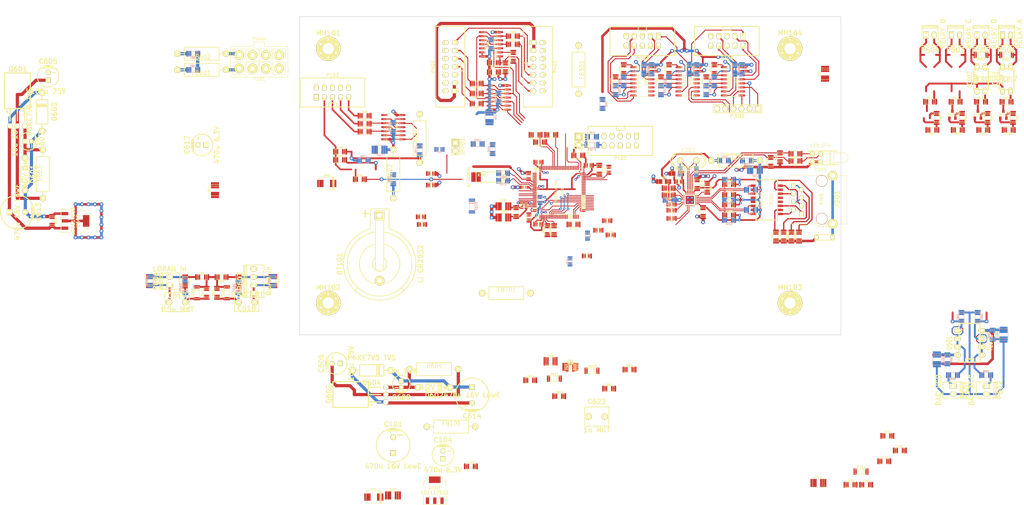
<source format=kicad_pcb>
(kicad_pcb (version 3) (host pcbnew "(2013-jul-14)-product")
  (layers (15 F.Cu signal) (0 B.Cu signal) (18 B.Paste user) (19 F.Paste user) (20 B.SilkS user) (21 F.SilkS user) (22 B.Mask user) (23 F.Mask user) (28 Edge.Cuts user))
  (net 0 "")
  (net 1 +3.3VADC)
  (net 2 +5VD)
  (net 3 +7.5V)
  (net 4 -7.5V)
  (net 5 /+5V)
  (net 6 "/Analog part/+15V")
  (net 7 "/Analog part/+15V_AS")
  (net 8 "/Analog part/-15V")
  (net 9 "/Analog part/-15V_AS")
  (net 10 "/Analog part/DAC1_IN")
  (net 11 "/Analog part/DAC2_IN")
  (net 12 /CB_OSC)
  (net 13 /CB_PPS_IN)
  (net 14 /CB_PPS_OUT)
  (net 15 "/Ethernet PHY/LED1")
  (net 16 "/Ethernet PHY/LED2")
  (net 17 "/Ethernet PHY/PHY_VDDA")
  (net 18 "/Ethernet PHY/RMII_CRS_DV")
  (net 19 "/Ethernet PHY/RMII_MDC")
  (net 20 "/Ethernet PHY/RMII_MDIO")
  (net 21 "/Ethernet PHY/RMII_NRST")
  (net 22 "/Ethernet PHY/RMII_REFCLK")
  (net 23 "/Ethernet PHY/RMII_RX0")
  (net 24 "/Ethernet PHY/RMII_RX1")
  (net 25 "/Ethernet PHY/RMII_TX0")
  (net 26 "/Ethernet PHY/RMII_TX1")
  (net 27 "/Ethernet PHY/RMII_TX_EN")
  (net 28 "/Ethernet PHY/RX+")
  (net 29 "/Ethernet PHY/RX-")
  (net 30 "/Ethernet PHY/RXN")
  (net 31 "/Ethernet PHY/RXP")
  (net 32 "/Ethernet PHY/TX+")
  (net 33 "/Ethernet PHY/TX-")
  (net 34 "/Ethernet PHY/TXN")
  (net 35 "/Ethernet PHY/TXP")
  (net 36 "/Ethernet PHY/VDDCR")
  (net 37 "/Ethernet PHY/XTAL1")
  (net 38 "/Ethernet PHY/XTAL2")
  (net 39 "/RS232 interface/DTE1_CTS")
  (net 40 "/RS232 interface/DTE1_DCD")
  (net 41 "/RS232 interface/DTE1_RTS")
  (net 42 "/RS232 interface/DTE1_RxD")
  (net 43 "/RS232 interface/DTE1_TxD")
  (net 44 "/RS232 interface/DTE2_CTS")
  (net 45 "/RS232 interface/DTE2_DCD")
  (net 46 "/RS232 interface/DTE2_RTS")
  (net 47 "/RS232 interface/DTE2_RxD")
  (net 48 "/RS232 interface/DTE2_TxD")
  (net 49 "/RS232 interface/RS232_PWR")
  (net 50 "/RS232 interface/UART1_CTS")
  (net 51 "/RS232 interface/UART1_RTS")
  (net 52 "/RS232 interface/UART1_RX")
  (net 53 "/RS232 interface/UART1_TX")
  (net 54 "/RS232 interface/UART2_CTS")
  (net 55 "/RS232 interface/UART2_RTS")
  (net 56 "/RS232 interface/UART2_RX")
  (net 57 "/RS232 interface/UART2_TX")
  (net 58 "/Relay optoisolation/RELAY1")
  (net 59 "/Relay optoisolation/RELAY2")
  (net 60 "/Relay optoisolation/RELAY3")
  (net 61 "/Relay optoisolation/RELAY4")
  (net 62 "/SPI interface/SPIA_MISO")
  (net 63 "/SPI interface/SPIA_MOSI")
  (net 64 "/SPI interface/SPIA_SCK")
  (net 65 "/SPI interface/SPIA_STRB")
  (net 66 "/SPI interface/SPIB_MISO")
  (net 67 "/SPI interface/SPIB_SCK")
  (net 68 "/SPI interface/SPIB_STRB")
  (net 69 "/SPI interface/SPI_MISO")
  (net 70 "/SPI interface/SPI_MOSI")
  (net 71 "/SPI interface/SPI_SCK")
  (net 72 "/SPI interface/SPI_STRB")
  (net 73 "/SPI interface/SPI_VDD")
  (net 74 "/uC STM32F407/ADC1_IN")
  (net 75 "/uC STM32F407/ADC2_IN")
  (net 76 "/uC STM32F407/ADC3_IN")
  (net 77 "/uC STM32F407/BOOT0")
  (net 78 "/uC STM32F407/BOOT1")
  (net 79 "/uC STM32F407/LSE_IN")
  (net 80 "/uC STM32F407/LSE_OUT")
  (net 81 "/uC STM32F407/OSC_IN")
  (net 82 "/uC STM32F407/PPS1")
  (net 83 "/uC STM32F407/PPS2")
  (net 84 "/uC STM32F407/PPS3")
  (net 85 "/uC STM32F407/PPS_IN")
  (net 86 "/uC STM32F407/SWCLK")
  (net 87 "/uC STM32F407/SWDIO")
  (net 88 "/uC STM32F407/SWNTRST")
  (net 89 "/uC STM32F407/VBAT")
  (net 90 AGND)
  (net 91 GND)
  (net 92 GNDPWR)
  (net 93 "Net-(C106-Pad1)")
  (net 94 "Net-(C212-Pad1)")
  (net 95 "Net-(C301-Pad1)")
  (net 96 "Net-(C301-Pad2)")
  (net 97 "Net-(C302-Pad1)")
  (net 98 "Net-(C302-Pad2)")
  (net 99 "Net-(C303-Pad1)")
  (net 100 "Net-(C303-Pad2)")
  (net 101 "Net-(C304-Pad1)")
  (net 102 "Net-(C304-Pad2)")
  (net 103 "Net-(C305-Pad1)")
  (net 104 "Net-(C305-Pad2)")
  (net 105 "Net-(C306-Pad1)")
  (net 106 "Net-(C306-Pad2)")
  (net 107 "Net-(C307-Pad2)")
  (net 108 "Net-(C308-Pad2)")
  (net 109 "Net-(C309-Pad2)")
  (net 110 "Net-(C310-Pad2)")
  (net 111 "Net-(C311-Pad2)")
  (net 112 "Net-(C312-Pad2)")
  (net 113 "Net-(C502-Pad1)")
  (net 114 "Net-(C601-Pad1)")
  (net 115 "Net-(C602-Pad2)")
  (net 116 "Net-(C607-Pad1)")
  (net 117 "Net-(C608-Pad2)")
  (net 118 "Net-(C618-Pad1)")
  (net 119 "Net-(C619-Pad1)")
  (net 120 "Net-(C622-Pad1)")
  (net 121 "Net-(C701-Pad1)")
  (net 122 "Net-(C703-Pad1)")
  (net 123 "Net-(C712-Pad1)")
  (net 124 "Net-(C713-Pad1)")
  (net 125 "Net-(D201-Pad1)")
  (net 126 "Net-(D201-Pad3)")
  (net 127 "Net-(D501-Pad1)")
  (net 128 "Net-(D501-Pad2)")
  (net 129 "Net-(D502-Pad1)")
  (net 130 "Net-(D502-Pad2)")
  (net 131 "Net-(D702-Pad1)")
  (net 132 "Net-(IC501-Pad2)")
  (net 133 "Net-(IC502-Pad2)")
  (net 134 "Net-(J201-Pad4)")
  (net 135 "Net-(J201-Pad7)")
  (net 136 "Net-(MH101-Pad1)")
  (net 137 "Net-(MH102-Pad1)")
  (net 138 "Net-(P503-Pad2)")
  (net 139 "Net-(P504-Pad2)")
  (net 140 "Net-(P601-Pad1)")
  (net 141 "Net-(P602-Pad1)")
  (net 142 "Net-(Q401-Pad1)")
  (net 143 "Net-(Q401-Pad3)")
  (net 144 "Net-(Q402-Pad1)")
  (net 145 "Net-(Q402-Pad3)")
  (net 146 "Net-(Q403-Pad1)")
  (net 147 "Net-(Q501-Pad1)")
  (net 148 "Net-(R102-Pad2)")
  (net 149 "Net-(R103-Pad1)")
  (net 150 "Net-(R201-Pad2)")
  (net 151 "Net-(R202-Pad2)")
  (net 152 "Net-(R203-Pad2)")
  (net 153 "Net-(R204-Pad2)")
  (net 154 "Net-(R205-Pad2)")
  (net 155 "Net-(R207-Pad1)")
  (net 156 "Net-(R215-Pad1)")
  (net 157 "Net-(R216-Pad1)")
  (net 158 "Net-(R402-Pad2)")
  (net 159 "Net-(R403-Pad2)")
  (net 160 "Net-(R404-Pad2)")
  (net 161 "Net-(R405-Pad2)")
  (net 162 "Net-(R406-Pad2)")
  (net 163 "Net-(R408-Pad1)")
  (net 164 "Net-(R605-Pad1)")
  (net 165 "Net-(R606-Pad1)")
  (net 166 "Net-(R706-Pad2)")
  (net 167 "Net-(R707-Pad2)")
  (net 168 "Net-(R708-Pad2)")
  (net 169 "Net-(R712-Pad1)")
  (net 170 "Net-(R715-Pad2)")
  (net 171 "Net-(R716-Pad2)")
  (net 172 "Net-(R717-Pad2)")
  (net 173 "Net-(R719-Pad2)")
  (net 174 VDD)
  (module Connect:RJ45_8 (layer F.Cu) (at 219.456 91.132 90)
    (fp_text reference J201 (at 0.254 4.826 90) (layer F.SilkS) (effects (font (thickness 0.3048))))
    (fp_text value RJ45 (at 0.14224 -0.1016 90) (layer F.SilkS) (effects (font (size 1.00076 1.00076) (thickness 0.2032))))
    (pad 9 thru_hole circle (at -7.5565 3.429 90) (size 3 3) (drill 1.6) (layers *.Cu *.Mask F.SilkS) (net 92 GNDPWR))
    (pad Hole np_thru_hole circle (at 5.93852 0 90) (size 3.64998 3.64998) (drill 3.2512) (layers *.Cu *.SilkS *.Mask))
    (pad Hole np_thru_hole circle (at -5.9309 0 90) (size 3.64998 3.64998) (drill 3.2512) (layers *.Cu *.SilkS *.Mask))
    (pad 1 thru_hole rect (at -4.445 -6.35 90) (size 1.50114 1.50114) (drill 0.89916) (layers *.Cu *.Mask F.SilkS) (net 32 "/Ethernet PHY/TX+"))
    (pad 2 thru_hole circle (at -3.175 -8.89 90) (size 1.50114 1.50114) (drill 0.89916) (layers *.Cu *.Mask F.SilkS) (net 33 "/Ethernet PHY/TX-"))
    (pad 3 thru_hole circle (at -1.905 -6.35 90) (size 1.50114 1.50114) (drill 0.89916) (layers *.Cu *.Mask F.SilkS) (net 28 "/Ethernet PHY/RX+"))
    (pad 4 thru_hole circle (at -0.635 -8.89 90) (size 1.50114 1.50114) (drill 0.89916) (layers *.Cu *.Mask F.SilkS) (net 134 "Net-(J201-Pad4)"))
    (pad 5 thru_hole circle (at 0.635 -6.35 90) (size 1.50114 1.50114) (drill 0.89916) (layers *.Cu *.Mask F.SilkS) (net 134 "Net-(J201-Pad4)"))
    (pad 6 thru_hole circle (at 1.905 -8.89 90) (size 1.50114 1.50114) (drill 0.89916) (layers *.Cu *.Mask F.SilkS) (net 29 "/Ethernet PHY/RX-"))
    (pad 7 thru_hole circle (at 3.175 -6.35 90) (size 1.50114 1.50114) (drill 0.89916) (layers *.Cu *.Mask F.SilkS) (net 135 "Net-(J201-Pad7)"))
    (pad 8 thru_hole circle (at 4.445 -8.89 90) (size 1.50114 1.50114) (drill 0.89916) (layers *.Cu *.Mask F.SilkS) (net 135 "Net-(J201-Pad7)"))
    (pad 9 thru_hole circle (at 7.5565 3.429 90) (size 3 3) (drill 1.6) (layers *.Cu *.Mask F.SilkS) (net 92 GNDPWR))
  )
  (module w_smd_lqfp:TQFP-100 (layer F.Cu) (at 137 88.8 270)
    (fp_text reference U701 (at 0 -1.00076 270) (layer F.SilkS) (effects (font (size 0.7493 0.7493) (thickness 0.14986))))
    (fp_text value STM32F407VG (at 0 1.00076 270) (layer F.SilkS) (effects (font (size 0.7493 0.7493) (thickness 0.14986))))
    (pad 4 smd rect (at -4.50088 7.67588 270) (size 0.29972 1.30048) (layers F.Cu F.Paste F.Mask))
    (pad 5 smd rect (at -4.0005 7.67588 270) (size 0.29972 1.30048) (layers F.Cu F.Paste F.Mask))
    (pad 6 smd rect (at -3.50012 7.67588 270) (size 0.29972 1.30048) (layers F.Cu F.Paste F.Mask) (net 89 "/uC STM32F407/VBAT"))
    (pad 7 smd rect (at -2.99974 7.67588 270) (size 0.29972 1.30048) (layers F.Cu F.Paste F.Mask))
    (pad 8 smd rect (at -2.49936 7.67588 270) (size 0.29972 1.30048) (layers F.Cu F.Paste F.Mask) (net 79 "/uC STM32F407/LSE_IN"))
    (pad 1 smd rect (at -5.99948 7.67588 270) (size 0.29972 1.30048) (layers F.Cu F.Paste F.Mask))
    (pad 2 smd rect (at -5.4991 7.67588 270) (size 0.29972 1.30048) (layers F.Cu F.Paste F.Mask))
    (pad 3 smd rect (at -5.00126 7.67588 270) (size 0.29972 1.30048) (layers F.Cu F.Paste F.Mask))
    (pad 17 smd rect (at 1.99898 7.67588 270) (size 0.29972 1.30048) (layers F.Cu F.Paste F.Mask) (net 74 "/uC STM32F407/ADC1_IN"))
    (pad 18 smd rect (at 2.49936 7.67588 270) (size 0.29972 1.30048) (layers F.Cu F.Paste F.Mask) (net 75 "/uC STM32F407/ADC2_IN"))
    (pad 19 smd rect (at 2.99974 7.67588 270) (size 0.29972 1.30048) (layers F.Cu F.Paste F.Mask) (net 174 VDD))
    (pad 20 smd rect (at 3.50012 7.67588 270) (size 0.29972 1.30048) (layers F.Cu F.Paste F.Mask) (net 90 AGND))
    (pad 21 smd rect (at 4.0005 7.67588 270) (size 0.29972 1.30048) (layers F.Cu F.Paste F.Mask) (net 122 "Net-(C703-Pad1)"))
    (pad 22 smd rect (at 4.50088 7.67588 270) (size 0.29972 1.30048) (layers F.Cu F.Paste F.Mask) (net 1 +3.3VADC))
    (pad 23 smd rect (at 5.00126 7.67588 270) (size 0.29972 1.30048) (layers F.SilkS))
    (pad 24 smd rect (at 5.4991 7.67588 270) (size 0.29972 1.30048) (layers F.Cu F.Paste F.Mask) (net 22 "/Ethernet PHY/RMII_REFCLK"))
    (pad 33 smd rect (at 7.67588 2.49936 270) (size 1.30048 0.29972) (layers F.Cu F.Paste F.Mask) (net 23 "/Ethernet PHY/RMII_RX0"))
    (pad 34 smd rect (at 7.67588 1.99898 270) (size 1.30048 0.29972) (layers F.Cu F.Paste F.Mask) (net 24 "/Ethernet PHY/RMII_RX1"))
    (pad 35 smd rect (at 7.67588 1.50114 270) (size 1.30048 0.29972) (layers F.Cu F.Paste F.Mask))
    (pad 36 smd rect (at 7.67588 1.00076 270) (size 1.30048 0.29972) (layers F.Cu F.Paste F.Mask))
    (pad 37 smd rect (at 7.67588 0.50038 270) (size 1.30048 0.29972) (layers F.Cu F.Paste F.Mask) (net 78 "/uC STM32F407/BOOT1"))
    (pad 38 smd rect (at 7.67588 0 270) (size 1.30048 0.29972) (layers F.Cu F.Paste F.Mask))
    (pad 39 smd rect (at 7.67588 -0.50038 270) (size 1.30048 0.29972) (layers F.Cu F.Paste F.Mask))
    (pad 40 smd rect (at 7.67588 -1.00076 270) (size 1.30048 0.29972) (layers F.Cu F.Paste F.Mask))
    (pad 49 smd rect (at 7.67588 -5.4991 270) (size 1.30048 0.29972) (layers F.Cu F.Paste F.Mask) (net 123 "Net-(C712-Pad1)"))
    (pad 50 smd rect (at 7.67588 -5.99948 270) (size 1.30048 0.29972) (layers F.Cu F.Paste F.Mask) (net 174 VDD))
    (pad 51 smd rect (at 5.99948 -7.67588 270) (size 0.29972 1.30048) (layers F.Cu F.Paste F.Mask) (net 167 "Net-(R707-Pad2)"))
    (pad 52 smd rect (at 5.4991 -7.67588 270) (size 0.29972 1.30048) (layers F.Cu F.Paste F.Mask) (net 168 "Net-(R708-Pad2)"))
    (pad 53 smd rect (at 5.00126 -7.67588 270) (size 0.29972 1.30048) (layers F.SilkS))
    (pad 54 smd rect (at 4.50088 -7.67588 270) (size 0.29972 1.30048) (layers F.SilkS))
    (pad 55 smd rect (at 4.0005 -7.67588 270) (size 0.29972 1.30048) (layers F.SilkS))
    (pad 56 smd rect (at 3.50012 -7.67588 270) (size 0.29972 1.30048) (layers F.SilkS))
    (pad 9 smd rect (at -1.99898 7.67588 270) (size 0.29972 1.30048) (layers F.Cu F.Paste F.Mask) (net 80 "/uC STM32F407/LSE_OUT"))
    (pad 10 smd rect (at -1.50114 7.67588 270) (size 0.29972 1.30048) (layers F.Cu F.Paste F.Mask) (net 91 GND))
    (pad 11 smd rect (at -1.00076 7.67588 270) (size 0.29972 1.30048) (layers F.Cu F.Paste F.Mask) (net 174 VDD))
    (pad 25 smd rect (at 5.99948 7.67588 270) (size 0.29972 1.30048) (layers F.Cu F.Paste F.Mask) (net 20 "/Ethernet PHY/RMII_MDIO"))
    (pad 26 smd rect (at 7.67588 5.99948 270) (size 1.30048 0.29972) (layers F.Cu F.Paste F.Mask))
    (pad 27 smd rect (at 7.67588 5.4991 270) (size 1.30048 0.29972) (layers F.Cu F.Paste F.Mask) (net 91 GND))
    (pad 41 smd rect (at 7.67588 -1.50114 270) (size 1.30048 0.29972) (layers F.Cu F.Paste F.Mask))
    (pad 42 smd rect (at 7.67588 -1.99898 270) (size 1.30048 0.29972) (layers F.Cu F.Paste F.Mask))
    (pad 43 smd rect (at 7.67588 -2.49936 270) (size 1.30048 0.29972) (layers F.Cu F.Paste F.Mask))
    (pad 57 smd rect (at 2.99974 -7.67588 270) (size 0.29972 1.30048) (layers F.SilkS))
    (pad 58 smd rect (at 2.49936 -7.67588 270) (size 0.29972 1.30048) (layers F.SilkS))
    (pad 59 smd rect (at 1.99898 -7.67588 270) (size 0.29972 1.30048) (layers F.SilkS) (net 58 "/Relay optoisolation/RELAY1"))
    (pad 12 smd rect (at -0.50038 7.67588 270) (size 0.29972 1.30048) (layers F.Cu F.Paste F.Mask) (net 81 "/uC STM32F407/OSC_IN"))
    (pad 13 smd rect (at 0 7.67588 270) (size 0.29972 1.30048) (layers F.Cu F.Paste F.Mask))
    (pad 14 smd rect (at 0.50038 7.67588 270) (size 0.29972 1.30048) (layers F.Cu F.Paste F.Mask) (net 121 "Net-(C701-Pad1)"))
    (pad 15 smd rect (at 1.00076 7.67588 270) (size 0.29972 1.30048) (layers F.Cu F.Paste F.Mask) (net 76 "/uC STM32F407/ADC3_IN"))
    (pad 16 smd rect (at 1.50114 7.67588 270) (size 0.29972 1.30048) (layers F.Cu F.Paste F.Mask) (net 19 "/Ethernet PHY/RMII_MDC"))
    (pad 28 smd rect (at 7.67588 5.00126 270) (size 1.30048 0.29972) (layers F.Cu F.Paste F.Mask) (net 174 VDD))
    (pad 29 smd rect (at 7.67588 4.50088 270) (size 1.30048 0.29972) (layers F.Cu F.Paste F.Mask) (net 10 "/Analog part/DAC1_IN"))
    (pad 30 smd rect (at 7.67588 4.0005 270) (size 1.30048 0.29972) (layers F.Cu F.Paste F.Mask) (net 11 "/Analog part/DAC2_IN"))
    (pad 31 smd rect (at 7.67588 3.50012 270) (size 1.30048 0.29972) (layers F.Cu F.Paste F.Mask))
    (pad 32 smd rect (at 7.67588 2.99974 270) (size 1.30048 0.29972) (layers F.Cu F.Paste F.Mask) (net 18 "/Ethernet PHY/RMII_CRS_DV"))
    (pad 44 smd rect (at 7.67588 -2.99974 270) (size 1.30048 0.29972) (layers F.SilkS))
    (pad 45 smd rect (at 7.67588 -3.50012 270) (size 1.30048 0.29972) (layers F.SilkS))
    (pad 46 smd rect (at 7.67588 -4.0005 270) (size 1.30048 0.29972) (layers F.SilkS))
    (pad 47 smd rect (at 7.67588 -4.50088 270) (size 1.30048 0.29972) (layers F.Cu F.Paste F.Mask) (net 173 "Net-(R719-Pad2)"))
    (pad 48 smd rect (at 7.67588 -5.00126 270) (size 1.30048 0.29972) (layers F.Cu F.Paste F.Mask) (net 166 "Net-(R706-Pad2)"))
    (pad 60 smd rect (at 1.50114 -7.67588 270) (size 0.29972 1.30048) (layers F.SilkS) (net 59 "/Relay optoisolation/RELAY2"))
    (pad 61 smd rect (at 1.00076 -7.67588 270) (size 0.29972 1.30048) (layers F.SilkS) (net 60 "/Relay optoisolation/RELAY3"))
    (pad 62 smd rect (at 0.50038 -7.67588 270) (size 0.29972 1.30048) (layers F.Cu F.Paste F.Mask) (net 61 "/Relay optoisolation/RELAY4"))
    (pad 63 smd rect (at 0 -7.67588 270) (size 0.29972 1.30048) (layers F.Cu F.Paste F.Mask))
    (pad 64 smd rect (at -0.50038 -7.67588 270) (size 0.29972 1.30048) (layers F.Cu F.Paste F.Mask))
    (pad 65 smd rect (at -1.00076 -7.67588 270) (size 0.29972 1.30048) (layers F.Cu F.Paste F.Mask) (net 83 "/uC STM32F407/PPS2"))
    (pad 66 smd rect (at -1.50114 -7.67588 270) (size 0.29972 1.30048) (layers F.Cu F.Paste F.Mask) (net 82 "/uC STM32F407/PPS1"))
    (pad 67 smd rect (at -1.99898 -7.67588 270) (size 0.29972 1.30048) (layers F.Cu F.Paste F.Mask))
    (pad 68 smd rect (at -2.49936 -7.67588 270) (size 0.29972 1.30048) (layers F.Cu F.Paste F.Mask) (net 53 "/RS232 interface/UART1_TX"))
    (pad 69 smd rect (at -2.99974 -7.67588 270) (size 0.29972 1.30048) (layers F.Cu F.Paste F.Mask) (net 52 "/RS232 interface/UART1_RX"))
    (pad 70 smd rect (at -3.50012 -7.67588 270) (size 0.29972 1.30048) (layers F.Cu F.Paste F.Mask) (net 50 "/RS232 interface/UART1_CTS"))
    (pad 71 smd rect (at -4.0005 -7.67588 270) (size 0.29972 1.30048) (layers F.Cu F.Paste F.Mask) (net 51 "/RS232 interface/UART1_RTS"))
    (pad 72 smd rect (at -4.50088 -7.67588 270) (size 0.29972 1.30048) (layers F.Cu F.Paste F.Mask) (net 170 "Net-(R715-Pad2)"))
    (pad 73 smd rect (at -5.00126 -7.67588 270) (size 0.29972 1.30048) (layers F.Cu F.Paste F.Mask) (net 124 "Net-(C713-Pad1)"))
    (pad 74 smd rect (at -5.4991 -7.67588 270) (size 0.29972 1.30048) (layers F.Cu F.Paste F.Mask) (net 91 GND))
    (pad 75 smd rect (at -5.99948 -7.67588 270) (size 0.29972 1.30048) (layers F.Cu F.Paste F.Mask) (net 174 VDD))
    (pad 76 smd rect (at -7.67588 -5.99948 270) (size 1.30048 0.29972) (layers F.Cu F.Paste F.Mask) (net 86 "/uC STM32F407/SWCLK"))
    (pad 77 smd rect (at -7.67588 -5.4991 270) (size 1.30048 0.29972) (layers F.Cu F.Paste F.Mask))
    (pad 78 smd rect (at -7.67588 -5.00126 270) (size 1.30048 0.29972) (layers F.Cu F.Paste F.Mask))
    (pad 79 smd rect (at -7.67588 -4.50088 270) (size 1.30048 0.29972) (layers F.Cu F.Paste F.Mask))
    (pad 80 smd rect (at -7.67588 -4.0005 270) (size 1.30048 0.29972) (layers F.Cu F.Paste F.Mask))
    (pad 81 smd rect (at -7.67588 -3.50012 270) (size 1.30048 0.29972) (layers F.Cu F.Paste F.Mask))
    (pad 82 smd rect (at -7.67588 -2.99974 270) (size 1.30048 0.29972) (layers F.Cu F.Paste F.Mask))
    (pad 83 smd rect (at -7.67588 -2.49936 270) (size 1.30048 0.29972) (layers F.Cu F.Paste F.Mask))
    (pad 84 smd rect (at -7.67588 -1.99898 270) (size 1.30048 0.29972) (layers F.Cu F.Paste F.Mask) (net 54 "/RS232 interface/UART2_CTS"))
    (pad 85 smd rect (at -7.67588 -1.50114 270) (size 1.30048 0.29972) (layers F.Cu F.Paste F.Mask) (net 55 "/RS232 interface/UART2_RTS"))
    (pad 86 smd rect (at -7.67588 -1.00076 270) (size 1.30048 0.29972) (layers F.Cu F.Paste F.Mask) (net 57 "/RS232 interface/UART2_TX"))
    (pad 87 smd rect (at -7.67588 -0.50038 270) (size 1.30048 0.29972) (layers F.Cu F.Paste F.Mask) (net 56 "/RS232 interface/UART2_RX"))
    (pad 88 smd rect (at -7.67588 0 270) (size 1.30048 0.29972) (layers F.Cu F.Paste F.Mask))
    (pad 89 smd rect (at -7.67588 0.50038 270) (size 1.30048 0.29972) (layers F.Cu F.Paste F.Mask) (net 172 "Net-(R717-Pad2)"))
    (pad 90 smd rect (at -7.67588 1.00076 270) (size 1.30048 0.29972) (layers F.Cu F.Paste F.Mask) (net 69 "/SPI interface/SPI_MISO"))
    (pad 91 smd rect (at -7.67588 1.50114 270) (size 1.30048 0.29972) (layers F.Cu F.Paste F.Mask) (net 169 "Net-(R712-Pad1)"))
    (pad 92 smd rect (at -7.67588 1.99898 270) (size 1.30048 0.29972) (layers F.Cu F.Paste F.Mask) (net 171 "Net-(R716-Pad2)"))
    (pad 93 smd rect (at -7.67588 2.49936 270) (size 1.30048 0.29972) (layers F.Cu F.Paste F.Mask) (net 84 "/uC STM32F407/PPS3"))
    (pad 94 smd rect (at -7.67588 2.99974 270) (size 1.30048 0.29972) (layers F.Cu F.Paste F.Mask) (net 77 "/uC STM32F407/BOOT0"))
    (pad 95 smd rect (at -7.67588 3.50012 270) (size 1.30048 0.29972) (layers F.Cu F.Paste F.Mask) (net 85 "/uC STM32F407/PPS_IN"))
    (pad 96 smd rect (at -7.67588 4.0005 270) (size 1.30048 0.29972) (layers F.Cu F.Paste F.Mask))
    (pad 97 smd rect (at -7.67588 4.50088 270) (size 1.30048 0.29972) (layers F.Cu F.Paste F.Mask))
    (pad 98 smd rect (at -7.67588 5.00126 270) (size 1.30048 0.29972) (layers F.Cu F.Paste F.Mask))
    (pad 99 smd rect (at -7.67588 5.4991 270) (size 1.30048 0.29972) (layers F.Cu F.Paste F.Mask) (net 91 GND))
    (pad 100 smd rect (at -7.67588 5.99948 270) (size 1.30048 0.29972) (layers F.Cu F.Paste F.Mask) (net 174 VDD))
  )
  (module SMD_Packages:SOT223 (layer F.Cu) (at 97.925504 182.449601)
    (fp_text reference U101 (at 0 -0.762) (layer F.SilkS) (effects (font (size 1.016 1.016) (thickness 0.2032))))
    (fp_text value LD1117S33 (at 0 0.762) (layer F.SilkS) (effects (font (size 1.016 1.016) (thickness 0.2032))))
    (pad 2 smd rect (at 0 -3.302) (size 3.6576 2.032) (layers F.Cu F.Paste F.Mask) (net 174 VDD))
    (pad 2 smd rect (at 0 3.302) (size 1.016 2.032) (layers F.Cu F.Paste F.Mask) (net 174 VDD))
    (pad 3 smd rect (at 2.286 3.302) (size 1.016 2.032) (layers F.Cu F.Paste F.Mask) (net 2 +5VD))
    (pad 1 smd rect (at -2.286 3.302) (size 1.016 2.032) (layers F.Cu F.Paste F.Mask) (net 91 GND))
  )
  (module SMD_Packages:SOT223 (layer F.Cu) (at -14.891 97.775 270)
    (fp_text reference U602 (at 0 -0.762 270) (layer F.SilkS) (effects (font (size 1.016 1.016) (thickness 0.2032))))
    (fp_text value LD1117S33 (at 0 0.762 270) (layer F.SilkS) (effects (font (size 1.016 1.016) (thickness 0.2032))))
    (pad 2 smd rect (at 0 -3.302 270) (size 3.6576 2.032) (layers F.Cu F.Paste F.Mask) (net 1 +3.3VADC))
    (pad 2 smd rect (at 0 3.302 270) (size 1.016 2.032) (layers F.Cu F.Paste F.Mask) (net 1 +3.3VADC))
    (pad 3 smd rect (at 2.286 3.302 270) (size 1.016 2.032) (layers F.Cu F.Paste F.Mask) (net 3 +7.5V))
    (pad 1 smd rect (at -2.286 3.302 270) (size 1.016 2.032) (layers F.Cu F.Paste F.Mask) (net 90 AGND))
  )
  (module w_pth_capacitors:CP_10x12.5mm (layer F.Cu) (at 84.856686 168.29)
    (fp_text reference C101 (at 0 -6.6) (layer F.SilkS) (effects (font (thickness 0.3048))))
    (fp_text value "470u 16V LowE" (at 0 6.6) (layer F.SilkS) (effects (font (thickness 0.3048))))
    (pad 1 thru_hole rect (at 0 2.5) (size 1.8 1.8) (drill 0.8) (layers *.Cu *.Mask F.SilkS) (net 2 +5VD))
    (pad 2 thru_hole circle (at 0 -2.5) (size 1.8 1.8) (drill 0.8) (layers *.Cu *.Mask F.SilkS) (net 91 GND))
  )
  (module w_smd_capacitors:c_1206 (layer F.Cu) (at 109.2751 174.940736)
    (fp_text reference C102 (at 0.0254 -1.2954) (layer F.SilkS) (effects (font (size 0.50038 0.50038) (thickness 0.11938))))
    (fp_text value 100n hide)
    (pad 1 smd rect (at 1.397 0) (size 1.6002 1.8034) (layers F.Cu F.Paste F.Mask) (net 2 +5VD))
    (pad 2 smd rect (at -1.397 0) (size 1.6002 1.8034) (layers F.Cu F.Paste F.Mask) (net 91 GND))
  )
  (module w_smd_capacitors:c_tant_B (layer F.Cu) (at 84.79736 184.073836)
    (fp_text reference C103 (at 0 -1.9685) (layer F.SilkS) (effects (font (size 0.50038 0.50038) (thickness 0.11938))))
    (fp_text value "10u 6.3V Ta" hide)
    (pad 1 smd rect (at 1.524 0) (size 1.95072 2.49936) (layers F.Cu F.Paste F.Mask) (net 174 VDD))
    (pad 2 smd rect (at -1.524 0) (size 1.95072 2.49936) (layers F.Cu F.Paste F.Mask) (net 91 GND))
  )
  (module w_pth_capacitors:CP_6.3x11mm (layer F.Cu) (at 100.504972 171.35)
    (fp_text reference C104 (at 0 -4.7) (layer F.SilkS) (effects (font (thickness 0.3048))))
    (fp_text value "470u 6.3V" (at 0 4.7) (layer F.SilkS) (effects (font (thickness 0.3048))))
    (pad 1 thru_hole rect (at 0 1.25) (size 1.6 1.6) (drill 0.65) (layers *.Cu *.Mask F.SilkS) (net 174 VDD))
    (pad 2 thru_hole circle (at 0 -1.25) (size 1.6 1.6) (drill 0.65) (layers *.Cu *.Mask F.SilkS) (net 91 GND))
  )
  (module w_smd_capacitors:c_1206 (layer B.Cu) (at 84.9 68.3 270)
    (fp_text reference C106 (at 0.0254 1.2954 270) (layer B.SilkS) (effects (font (size 0.50038 0.50038) (thickness 0.11938)) (justify mirror)))
    (fp_text value 100n hide)
    (pad 1 smd rect (at 1.397 0 270) (size 1.6002 1.8034) (layers B.Cu B.Paste B.Mask) (net 93 "Net-(C106-Pad1)"))
    (pad 2 smd rect (at -1.397 0 270) (size 1.6002 1.8034) (layers B.Cu B.Paste B.Mask) (net 91 GND))
  )
  (module w_smd_capacitors:c_tant_B (layer B.Cu) (at 80.6 75.4)
    (fp_text reference C107 (at 0 1.9685) (layer B.SilkS) (effects (font (size 0.50038 0.50038) (thickness 0.11938)) (justify mirror)))
    (fp_text value "10u 6.3V Ta" hide)
    (pad 1 smd rect (at 1.524 0) (size 1.95072 2.49936) (layers B.Cu B.Paste B.Mask) (net 93 "Net-(C106-Pad1)"))
    (pad 2 smd rect (at -1.524 0) (size 1.95072 2.49936) (layers B.Cu B.Paste B.Mask) (net 91 GND))
  )
  (module w_smd_capacitors:c_1206 (layer B.Cu) (at 84.9 84.7 270)
    (fp_text reference C108 (at 0.0254 1.2954 270) (layer B.SilkS) (effects (font (size 0.50038 0.50038) (thickness 0.11938)) (justify mirror)))
    (fp_text value 100n hide)
    (pad 1 smd rect (at 1.397 0 270) (size 1.6002 1.8034) (layers B.Cu B.Paste B.Mask) (net 174 VDD))
    (pad 2 smd rect (at -1.397 0 270) (size 1.6002 1.8034) (layers B.Cu B.Paste B.Mask) (net 91 GND))
  )
  (module w_smd_capacitors:c_1206 (layer B.Cu) (at 75.6 78.8 180)
    (fp_text reference C109 (at 0.0254 1.2954 180) (layer B.SilkS) (effects (font (size 0.50038 0.50038) (thickness 0.11938)) (justify mirror)))
    (fp_text value 100n hide)
    (pad 1 smd rect (at 1.397 0 180) (size 1.6002 1.8034) (layers B.Cu B.Paste B.Mask) (net 174 VDD))
    (pad 2 smd rect (at -1.397 0 180) (size 1.6002 1.8034) (layers B.Cu B.Paste B.Mask) (net 91 GND))
  )
  (module w_smd_capacitors:c_tant_A (layer F.Cu) (at 169.8 85.4)
    (fp_text reference C202 (at 0.0254 -1.2954) (layer F.SilkS) (effects (font (size 0.50038 0.50038) (thickness 0.11938))))
    (fp_text value "2.2u 6.3V Ta" hide)
    (pad 1 smd rect (at 1.37414 0) (size 1.95072 1.50114) (layers F.Cu F.Paste F.Mask) (net 174 VDD))
    (pad 2 smd rect (at -1.37414 0) (size 1.95072 1.50114) (layers F.Cu F.Paste F.Mask) (net 91 GND))
  )
  (module w_smd_capacitors:c_1206 (layer B.Cu) (at 171.7 91.2)
    (fp_text reference C204 (at 0.0254 1.2954) (layer B.SilkS) (effects (font (size 0.50038 0.50038) (thickness 0.11938)) (justify mirror)))
    (fp_text value 100n hide)
    (pad 1 smd rect (at 1.397 0) (size 1.6002 1.8034) (layers B.Cu B.Paste B.Mask) (net 174 VDD))
    (pad 2 smd rect (at -1.397 0) (size 1.6002 1.8034) (layers B.Cu B.Paste B.Mask) (net 91 GND))
  )
  (module w_smd_capacitors:c_tant_A (layer F.Cu) (at 173.9 82.9)
    (fp_text reference C206 (at 0.0254 -1.2954) (layer F.SilkS) (effects (font (size 0.50038 0.50038) (thickness 0.11938))))
    (fp_text value "2.2u 6.3V Ta" hide)
    (pad 1 smd rect (at 1.37414 0) (size 1.95072 1.50114) (layers F.Cu F.Paste F.Mask) (net 36 "/Ethernet PHY/VDDCR"))
    (pad 2 smd rect (at -1.37414 0) (size 1.95072 1.50114) (layers F.Cu F.Paste F.Mask) (net 91 GND))
  )
  (module w_smd_capacitors:c_tant_B (layer B.Cu) (at 198.501 81.734)
    (fp_text reference C207 (at 0 1.9685) (layer B.SilkS) (effects (font (size 0.50038 0.50038) (thickness 0.11938)) (justify mirror)))
    (fp_text value "10u 6.3V Ta" hide)
    (pad 1 smd rect (at 1.524 0) (size 1.95072 2.49936) (layers B.Cu B.Paste B.Mask) (net 17 "/Ethernet PHY/PHY_VDDA"))
    (pad 2 smd rect (at -1.524 0) (size 1.95072 2.49936) (layers B.Cu B.Paste B.Mask) (net 91 GND))
  )
  (module w_smd_capacitors:c_1206 (layer B.Cu) (at 195.961 78.813)
    (fp_text reference C208 (at 0.0254 1.2954) (layer B.SilkS) (effects (font (size 0.50038 0.50038) (thickness 0.11938)) (justify mirror)))
    (fp_text value 100n hide)
    (pad 1 smd rect (at 1.397 0) (size 1.6002 1.8034) (layers B.Cu B.Paste B.Mask) (net 17 "/Ethernet PHY/PHY_VDDA"))
    (pad 2 smd rect (at -1.397 0) (size 1.6002 1.8034) (layers B.Cu B.Paste B.Mask) (net 91 GND))
  )
  (module w_smd_capacitors:c_1206 (layer B.Cu) (at 190.373 91.141)
    (fp_text reference C211 (at 0.0254 1.2954) (layer B.SilkS) (effects (font (size 0.50038 0.50038) (thickness 0.11938)) (justify mirror)))
    (fp_text value 22n hide)
    (pad 1 smd rect (at 1.397 0) (size 1.6002 1.8034) (layers B.Cu B.Paste B.Mask) (net 17 "/Ethernet PHY/PHY_VDDA"))
    (pad 2 smd rect (at -1.397 0) (size 1.6002 1.8034) (layers B.Cu B.Paste B.Mask) (net 91 GND))
  )
  (module w_pth_capacitors:cnp_6mm_disc (layer F.Cu) (at 220.345 102.943)
    (fp_text reference C212 (at 0 -3.81) (layer F.SilkS) (effects (font (size 1.016 1.016) (thickness 0.2032))))
    (fp_text value "1n 2000V" hide)
    (pad 1 thru_hole circle (at -2.54 0) (size 1.50114 1.50114) (drill 0.8001) (layers *.Cu *.Mask F.SilkS) (net 94 "Net-(C212-Pad1)"))
    (pad 2 thru_hole circle (at 2.54 0) (size 1.50114 1.50114) (drill 0.8001) (layers *.Cu *.Mask F.SilkS) (net 92 GNDPWR))
  )
  (module w_smd_capacitors:c_1206 (layer F.Cu) (at 157.2825 50.075 90)
    (fp_text reference C301 (at 0.0254 -1.2954 90) (layer F.SilkS) (effects (font (size 0.50038 0.50038) (thickness 0.11938))))
    (fp_text value 100n hide)
    (pad 1 smd rect (at 1.397 0 90) (size 1.6002 1.8034) (layers F.Cu F.Paste F.Mask) (net 95 "Net-(C301-Pad1)"))
    (pad 2 smd rect (at -1.397 0 90) (size 1.6002 1.8034) (layers F.Cu F.Paste F.Mask) (net 96 "Net-(C301-Pad2)"))
  )
  (module w_smd_capacitors:c_1206 (layer F.Cu) (at 154.7425 53.885 90)
    (fp_text reference C302 (at 0.0254 -1.2954 90) (layer F.SilkS) (effects (font (size 0.50038 0.50038) (thickness 0.11938))))
    (fp_text value 100n hide)
    (pad 1 smd rect (at 1.397 0 90) (size 1.6002 1.8034) (layers F.Cu F.Paste F.Mask) (net 97 "Net-(C302-Pad1)"))
    (pad 2 smd rect (at -1.397 0 90) (size 1.6002 1.8034) (layers F.Cu F.Paste F.Mask) (net 98 "Net-(C302-Pad2)"))
  )
  (module w_smd_capacitors:c_1206 (layer F.Cu) (at 185.7305 50.075 90)
    (fp_text reference C303 (at 0.0254 -1.2954 90) (layer F.SilkS) (effects (font (size 0.50038 0.50038) (thickness 0.11938))))
    (fp_text value 100n hide)
    (pad 1 smd rect (at 1.397 0 90) (size 1.6002 1.8034) (layers F.Cu F.Paste F.Mask) (net 99 "Net-(C303-Pad1)"))
    (pad 2 smd rect (at -1.397 0 90) (size 1.6002 1.8034) (layers F.Cu F.Paste F.Mask) (net 100 "Net-(C303-Pad2)"))
  )
  (module w_smd_capacitors:c_1206 (layer F.Cu) (at 183.1905 53.885 90)
    (fp_text reference C304 (at 0.0254 -1.2954 90) (layer F.SilkS) (effects (font (size 0.50038 0.50038) (thickness 0.11938))))
    (fp_text value 100n hide)
    (pad 1 smd rect (at 1.397 0 90) (size 1.6002 1.8034) (layers F.Cu F.Paste F.Mask) (net 101 "Net-(C304-Pad1)"))
    (pad 2 smd rect (at -1.397 0 90) (size 1.6002 1.8034) (layers F.Cu F.Paste F.Mask) (net 102 "Net-(C304-Pad2)"))
  )
  (module w_smd_capacitors:c_1206 (layer F.Cu) (at 171.5065 50.075 90)
    (fp_text reference C305 (at 0.0254 -1.2954 90) (layer F.SilkS) (effects (font (size 0.50038 0.50038) (thickness 0.11938))))
    (fp_text value 100n hide)
    (pad 1 smd rect (at 1.397 0 90) (size 1.6002 1.8034) (layers F.Cu F.Paste F.Mask) (net 103 "Net-(C305-Pad1)"))
    (pad 2 smd rect (at -1.397 0 90) (size 1.6002 1.8034) (layers F.Cu F.Paste F.Mask) (net 104 "Net-(C305-Pad2)"))
  )
  (module w_smd_capacitors:c_1206 (layer F.Cu) (at 168.9665 53.885 90)
    (fp_text reference C306 (at 0.0254 -1.2954 90) (layer F.SilkS) (effects (font (size 0.50038 0.50038) (thickness 0.11938))))
    (fp_text value 100n hide)
    (pad 1 smd rect (at 1.397 0 90) (size 1.6002 1.8034) (layers F.Cu F.Paste F.Mask) (net 105 "Net-(C306-Pad1)"))
    (pad 2 smd rect (at -1.397 0 90) (size 1.6002 1.8034) (layers F.Cu F.Paste F.Mask) (net 106 "Net-(C306-Pad2)"))
  )
  (module w_smd_capacitors:c_1206 (layer B.Cu) (at 157.2825 53.885 270)
    (fp_text reference C307 (at 0.0254 1.2954 270) (layer B.SilkS) (effects (font (size 0.50038 0.50038) (thickness 0.11938)) (justify mirror)))
    (fp_text value 100n hide)
    (pad 1 smd rect (at 1.397 0 270) (size 1.6002 1.8034) (layers B.Cu B.Paste B.Mask) (net 91 GND))
    (pad 2 smd rect (at -1.397 0 270) (size 1.6002 1.8034) (layers B.Cu B.Paste B.Mask) (net 107 "Net-(C307-Pad2)"))
  )
  (module w_smd_capacitors:c_1206 (layer B.Cu) (at 154.7425 56.679 90)
    (fp_text reference C308 (at 0.0254 1.2954 90) (layer B.SilkS) (effects (font (size 0.50038 0.50038) (thickness 0.11938)) (justify mirror)))
    (fp_text value 100n hide)
    (pad 1 smd rect (at 1.397 0 90) (size 1.6002 1.8034) (layers B.Cu B.Paste B.Mask) (net 91 GND))
    (pad 2 smd rect (at -1.397 0 90) (size 1.6002 1.8034) (layers B.Cu B.Paste B.Mask) (net 108 "Net-(C308-Pad2)"))
  )
  (module w_smd_capacitors:c_1206 (layer B.Cu) (at 171.5065 53.885 270)
    (fp_text reference C309 (at 0.0254 1.2954 270) (layer B.SilkS) (effects (font (size 0.50038 0.50038) (thickness 0.11938)) (justify mirror)))
    (fp_text value 100n hide)
    (pad 1 smd rect (at 1.397 0 270) (size 1.6002 1.8034) (layers B.Cu B.Paste B.Mask) (net 91 GND))
    (pad 2 smd rect (at -1.397 0 270) (size 1.6002 1.8034) (layers B.Cu B.Paste B.Mask) (net 109 "Net-(C309-Pad2)"))
  )
  (module w_smd_capacitors:c_1206 (layer B.Cu) (at 168.9665 56.679 90)
    (fp_text reference C310 (at 0.0254 1.2954 90) (layer B.SilkS) (effects (font (size 0.50038 0.50038) (thickness 0.11938)) (justify mirror)))
    (fp_text value 100n hide)
    (pad 1 smd rect (at 1.397 0 90) (size 1.6002 1.8034) (layers B.Cu B.Paste B.Mask) (net 91 GND))
    (pad 2 smd rect (at -1.397 0 90) (size 1.6002 1.8034) (layers B.Cu B.Paste B.Mask) (net 110 "Net-(C310-Pad2)"))
  )
  (module w_smd_capacitors:c_1206 (layer B.Cu) (at 185.7305 53.885 270)
    (fp_text reference C311 (at 0.0254 1.2954 270) (layer B.SilkS) (effects (font (size 0.50038 0.50038) (thickness 0.11938)) (justify mirror)))
    (fp_text value 100n hide)
    (pad 1 smd rect (at 1.397 0 270) (size 1.6002 1.8034) (layers B.Cu B.Paste B.Mask) (net 91 GND))
    (pad 2 smd rect (at -1.397 0 270) (size 1.6002 1.8034) (layers B.Cu B.Paste B.Mask) (net 111 "Net-(C311-Pad2)"))
  )
  (module w_smd_capacitors:c_1206 (layer B.Cu) (at 183.1905 56.679 90)
    (fp_text reference C312 (at 0.0254 1.2954 90) (layer B.SilkS) (effects (font (size 0.50038 0.50038) (thickness 0.11938)) (justify mirror)))
    (fp_text value 100n hide)
    (pad 1 smd rect (at 1.397 0 90) (size 1.6002 1.8034) (layers B.Cu B.Paste B.Mask) (net 91 GND))
    (pad 2 smd rect (at -1.397 0 90) (size 1.6002 1.8034) (layers B.Cu B.Paste B.Mask) (net 112 "Net-(C312-Pad2)"))
  )
  (module w_smd_capacitors:c_1206 (layer B.Cu) (at 166.0455 50.075 90)
    (fp_text reference C313 (at 0.0254 1.2954 90) (layer B.SilkS) (effects (font (size 0.50038 0.50038) (thickness 0.11938)) (justify mirror)))
    (fp_text value 100n hide)
    (pad 1 smd rect (at 1.397 0 90) (size 1.6002 1.8034) (layers B.Cu B.Paste B.Mask) (net 49 "/RS232 interface/RS232_PWR"))
    (pad 2 smd rect (at -1.397 0 90) (size 1.6002 1.8034) (layers B.Cu B.Paste B.Mask) (net 91 GND))
  )
  (module w_smd_capacitors:c_1206 (layer B.Cu) (at 180.1425 50.075 90)
    (fp_text reference C314 (at 0.0254 1.2954 90) (layer B.SilkS) (effects (font (size 0.50038 0.50038) (thickness 0.11938)) (justify mirror)))
    (fp_text value 100n hide)
    (pad 1 smd rect (at 1.397 0 90) (size 1.6002 1.8034) (layers B.Cu B.Paste B.Mask) (net 49 "/RS232 interface/RS232_PWR"))
    (pad 2 smd rect (at -1.397 0 90) (size 1.6002 1.8034) (layers B.Cu B.Paste B.Mask) (net 91 GND))
  )
  (module w_smd_capacitors:c_1206 (layer B.Cu) (at 194.3665 50.075 90)
    (fp_text reference C315 (at 0.0254 1.2954 90) (layer B.SilkS) (effects (font (size 0.50038 0.50038) (thickness 0.11938)) (justify mirror)))
    (fp_text value 100n hide)
    (pad 1 smd rect (at 1.397 0 90) (size 1.6002 1.8034) (layers B.Cu B.Paste B.Mask) (net 49 "/RS232 interface/RS232_PWR"))
    (pad 2 smd rect (at -1.397 0 90) (size 1.6002 1.8034) (layers B.Cu B.Paste B.Mask) (net 91 GND))
  )
  (module w_smd_capacitors:c_tant_A (layer B.Cu) (at 192.2075 50.075 90)
    (fp_text reference C316 (at 0.0254 1.2954 90) (layer B.SilkS) (effects (font (size 0.50038 0.50038) (thickness 0.11938)) (justify mirror)))
    (fp_text value "2.2u 6.3V Ta" hide)
    (pad 1 smd rect (at 1.37414 0 90) (size 1.95072 1.50114) (layers B.Cu B.Paste B.Mask) (net 49 "/RS232 interface/RS232_PWR"))
    (pad 2 smd rect (at -1.37414 0 90) (size 1.95072 1.50114) (layers B.Cu B.Paste B.Mask) (net 91 GND))
  )
  (module w_smd_capacitors:c_tant_A (layer B.Cu) (at 177.8565 50.075 90)
    (fp_text reference C317 (at 0.0254 1.2954 90) (layer B.SilkS) (effects (font (size 0.50038 0.50038) (thickness 0.11938)) (justify mirror)))
    (fp_text value "2.2u 6.3V Ta" hide)
    (pad 1 smd rect (at 1.37414 0 90) (size 1.95072 1.50114) (layers B.Cu B.Paste B.Mask) (net 49 "/RS232 interface/RS232_PWR"))
    (pad 2 smd rect (at -1.37414 0 90) (size 1.95072 1.50114) (layers B.Cu B.Paste B.Mask) (net 91 GND))
  )
  (module w_smd_capacitors:c_tant_A (layer B.Cu) (at 163.6325 50.075 90)
    (fp_text reference C318 (at 0.0254 1.2954 90) (layer B.SilkS) (effects (font (size 0.50038 0.50038) (thickness 0.11938)) (justify mirror)))
    (fp_text value "2.2u 6.3V Ta" hide)
    (pad 1 smd rect (at 1.37414 0 90) (size 1.95072 1.50114) (layers B.Cu B.Paste B.Mask) (net 49 "/RS232 interface/RS232_PWR"))
    (pad 2 smd rect (at -1.37414 0 90) (size 1.95072 1.50114) (layers B.Cu B.Paste B.Mask) (net 91 GND))
  )
  (module w_smd_capacitors:c_1206 (layer B.Cu) (at 111.4 73.6 180)
    (fp_text reference C319 (at 0.0254 1.2954 180) (layer B.SilkS) (effects (font (size 0.50038 0.50038) (thickness 0.11938)) (justify mirror)))
    (fp_text value 100n hide)
    (pad 1 smd rect (at 1.397 0 180) (size 1.6002 1.8034) (layers B.Cu B.Paste B.Mask) (net 174 VDD))
    (pad 2 smd rect (at -1.397 0 180) (size 1.6002 1.8034) (layers B.Cu B.Paste B.Mask) (net 91 GND))
  )
  (module w_smd_capacitors:c_1206 (layer B.Cu) (at 93.2 75.6 270)
    (fp_text reference C401 (at 0.0254 1.2954 270) (layer B.SilkS) (effects (font (size 0.50038 0.50038) (thickness 0.11938)) (justify mirror)))
    (fp_text value 100n hide)
    (pad 1 smd rect (at 1.397 0 270) (size 1.6002 1.8034) (layers B.Cu B.Paste B.Mask) (net 174 VDD))
    (pad 2 smd rect (at -1.397 0 270) (size 1.6002 1.8034) (layers B.Cu B.Paste B.Mask) (net 91 GND))
  )
  (module w_smd_capacitors:c_1206 (layer B.Cu) (at 115.5905 42.243 270)
    (fp_text reference C402 (at 0.0254 1.2954 270) (layer B.SilkS) (effects (font (size 0.50038 0.50038) (thickness 0.11938)) (justify mirror)))
    (fp_text value 100n hide)
    (pad 1 smd rect (at 1.397 0 270) (size 1.6002 1.8034) (layers B.Cu B.Paste B.Mask) (net 73 "/SPI interface/SPI_VDD"))
    (pad 2 smd rect (at -1.397 0 270) (size 1.6002 1.8034) (layers B.Cu B.Paste B.Mask) (net 91 GND))
  )
  (module w_smd_capacitors:c_1206 (layer B.Cu) (at 118.0035 59.007 270)
    (fp_text reference C403 (at 0.0254 1.2954 270) (layer B.SilkS) (effects (font (size 0.50038 0.50038) (thickness 0.11938)) (justify mirror)))
    (fp_text value 100n hide)
    (pad 1 smd rect (at 1.397 0 270) (size 1.6002 1.8034) (layers B.Cu B.Paste B.Mask) (net 73 "/SPI interface/SPI_VDD"))
    (pad 2 smd rect (at -1.397 0 270) (size 1.6002 1.8034) (layers B.Cu B.Paste B.Mask) (net 91 GND))
  )
  (module w_smd_capacitors:c_tant_B (layer B.Cu) (at 115.1 65.2 90)
    (fp_text reference C404 (at 0 1.9685 90) (layer B.SilkS) (effects (font (size 0.50038 0.50038) (thickness 0.11938)) (justify mirror)))
    (fp_text value "10u 6.3V Ta" hide)
    (pad 1 smd rect (at 1.524 0 90) (size 1.95072 2.49936) (layers B.Cu B.Paste B.Mask) (net 73 "/SPI interface/SPI_VDD"))
    (pad 2 smd rect (at -1.524 0 90) (size 1.95072 2.49936) (layers B.Cu B.Paste B.Mask) (net 91 GND))
  )
  (module w_smd_capacitors:c_tant_B (layer F.Cu) (at 220.519 51.518 90)
    (fp_text reference C501 (at 0 -1.9685 90) (layer F.SilkS) (effects (font (size 0.50038 0.50038) (thickness 0.11938))))
    (fp_text value "10u 6.3V Ta" hide)
    (pad 1 smd rect (at 1.524 0 90) (size 1.95072 2.49936) (layers F.Cu F.Paste F.Mask) (net 174 VDD))
    (pad 2 smd rect (at -1.524 0 90) (size 1.95072 2.49936) (layers F.Cu F.Paste F.Mask) (net 91 GND))
  )
  (module w_smd_capacitors:c_1206 (layer B.Cu) (at 263.364 127.966 270)
    (fp_text reference C601 (at 0.0254 1.2954 270) (layer B.SilkS) (effects (font (size 0.50038 0.50038) (thickness 0.11938)) (justify mirror)))
    (fp_text value 1n hide)
    (pad 1 smd rect (at 1.397 0 270) (size 1.6002 1.8034) (layers B.Cu B.Paste B.Mask) (net 114 "Net-(C601-Pad1)"))
    (pad 2 smd rect (at -1.397 0 270) (size 1.6002 1.8034) (layers B.Cu B.Paste B.Mask) (net 90 AGND))
  )
  (module w_smd_capacitors:c_1206 (layer B.Cu) (at 268.444 127.966 90)
    (fp_text reference C602 (at 0.0254 1.2954 90) (layer B.SilkS) (effects (font (size 0.50038 0.50038) (thickness 0.11938)) (justify mirror)))
    (fp_text value 1n hide)
    (pad 1 smd rect (at 1.397 0 90) (size 1.6002 1.8034) (layers B.Cu B.Paste B.Mask) (net 90 AGND))
    (pad 2 smd rect (at -1.397 0 90) (size 1.6002 1.8034) (layers B.Cu B.Paste B.Mask) (net 115 "Net-(C602-Pad2)"))
  )
  (module w_smd_capacitors:c_1206 (layer B.Cu) (at 22.082 50.281 180)
    (fp_text reference C603 (at 0.0254 1.2954 180) (layer B.SilkS) (effects (font (size 0.50038 0.50038) (thickness 0.11938)) (justify mirror)))
    (fp_text value 100n hide)
    (pad 1 smd rect (at 1.397 0 180) (size 1.6002 1.8034) (layers B.Cu B.Paste B.Mask) (net 7 "/Analog part/+15V_AS"))
    (pad 2 smd rect (at -1.397 0 180) (size 1.6002 1.8034) (layers B.Cu B.Paste B.Mask) (net 90 AGND))
  )
  (module w_smd_capacitors:c_1206 (layer B.Cu) (at 22.082 45.201)
    (fp_text reference C604 (at 0.0254 1.2954) (layer B.SilkS) (effects (font (size 0.50038 0.50038) (thickness 0.11938)) (justify mirror)))
    (fp_text value 100n hide)
    (pad 1 smd rect (at 1.397 0) (size 1.6002 1.8034) (layers B.Cu B.Paste B.Mask) (net 90 AGND))
    (pad 2 smd rect (at -1.397 0) (size 1.6002 1.8034) (layers B.Cu B.Paste B.Mask) (net 9 "/Analog part/-15V_AS"))
  )
  (module w_pth_capacitors:CP_6.3x11mm (layer F.Cu) (at -23.519 52.309)
    (fp_text reference C605 (at 0 -4.7) (layer F.SilkS) (effects (font (thickness 0.3048))))
    (fp_text value "100u 25V" (at 0 4.7) (layer F.SilkS) (effects (font (thickness 0.3048))))
    (pad 1 thru_hole rect (at 0 1.25) (size 1.6 1.6) (drill 0.65) (layers *.Cu *.Mask F.SilkS) (net 7 "/Analog part/+15V_AS"))
    (pad 2 thru_hole circle (at 0 -1.25) (size 1.6 1.6) (drill 0.65) (layers *.Cu *.Mask F.SilkS) (net 90 AGND))
  )
  (module w_pth_capacitors:CP_6.3x11mm (layer F.Cu) (at 66.959 142.6 90)
    (fp_text reference C606 (at 0 -4.7 90) (layer F.SilkS) (effects (font (thickness 0.3048))))
    (fp_text value "100u 25V" (at 0 4.7 90) (layer F.SilkS) (effects (font (thickness 0.3048))))
    (pad 1 thru_hole rect (at 0 1.25 90) (size 1.6 1.6) (drill 0.65) (layers *.Cu *.Mask F.SilkS) (net 90 AGND))
    (pad 2 thru_hole circle (at 0 -1.25 90) (size 1.6 1.6) (drill 0.65) (layers *.Cu *.Mask F.SilkS) (net 9 "/Analog part/-15V_AS"))
  )
  (module w_pth_capacitors:CP_5x11mm (layer F.Cu) (at -29.742 72.756 270)
    (fp_text reference C607 (at 0 -4.2 270) (layer F.SilkS) (effects (font (thickness 0.3048))))
    (fp_text value "10u 16V" (at 0 4.2 270) (layer F.SilkS) (effects (font (thickness 0.3048))))
    (pad 1 thru_hole rect (at 0 1 270) (size 1.5 1.5) (drill 0.65) (layers *.Cu *.Mask F.SilkS) (net 116 "Net-(C607-Pad1)"))
    (pad 2 thru_hole circle (at 0 -1 270) (size 1.5 1.5) (drill 0.65) (layers *.Cu *.Mask F.SilkS) (net 90 AGND))
  )
  (module w_pth_capacitors:CP_5x11mm (layer F.Cu) (at 87.406 149.077 180)
    (fp_text reference C608 (at 0 -4.2 180) (layer F.SilkS) (effects (font (thickness 0.3048))))
    (fp_text value "10u 16V" (at 0 4.2 180) (layer F.SilkS) (effects (font (thickness 0.3048))))
    (pad 1 thru_hole rect (at 0 1 180) (size 1.5 1.5) (drill 0.65) (layers *.Cu *.Mask F.SilkS) (net 90 AGND))
    (pad 2 thru_hole circle (at 0 -1 180) (size 1.5 1.5) (drill 0.65) (layers *.Cu *.Mask F.SilkS) (net 117 "Net-(C608-Pad2)"))
  )
  (module w_smd_capacitors:c_1206 (layer B.Cu) (at 258.919 141.301 90)
    (fp_text reference C609 (at 0.0254 1.2954 90) (layer B.SilkS) (effects (font (size 0.50038 0.50038) (thickness 0.11938)) (justify mirror)))
    (fp_text value 100n hide)
    (pad 1 smd rect (at 1.397 0 90) (size 1.6002 1.8034) (layers B.Cu B.Paste B.Mask) (net 3 +7.5V))
    (pad 2 smd rect (at -1.397 0 90) (size 1.6002 1.8034) (layers B.Cu B.Paste B.Mask) (net 90 AGND))
  )
  (module w_smd_capacitors:c_1206 (layer B.Cu) (at 273.143 133.554 270)
    (fp_text reference C610 (at 0.0254 1.2954 270) (layer B.SilkS) (effects (font (size 0.50038 0.50038) (thickness 0.11938)) (justify mirror)))
    (fp_text value 100n hide)
    (pad 1 smd rect (at 1.397 0 270) (size 1.6002 1.8034) (layers B.Cu B.Paste B.Mask) (net 90 AGND))
    (pad 2 smd rect (at -1.397 0 270) (size 1.6002 1.8034) (layers B.Cu B.Paste B.Mask) (net 4 -7.5V))
  )
  (module w_smd_capacitors:c_tant_B (layer B.Cu) (at 255.617 141.301 90)
    (fp_text reference C611 (at 0 1.9685 90) (layer B.SilkS) (effects (font (size 0.50038 0.50038) (thickness 0.11938)) (justify mirror)))
    (fp_text value "10u 16V Ta" hide)
    (pad 1 smd rect (at 1.524 0 90) (size 1.95072 2.49936) (layers B.Cu B.Paste B.Mask) (net 3 +7.5V))
    (pad 2 smd rect (at -1.524 0 90) (size 1.95072 2.49936) (layers B.Cu B.Paste B.Mask) (net 90 AGND))
  )
  (module w_smd_capacitors:c_tant_B (layer B.Cu) (at 276.572 133.554 270)
    (fp_text reference C612 (at 0 1.9685 270) (layer B.SilkS) (effects (font (size 0.50038 0.50038) (thickness 0.11938)) (justify mirror)))
    (fp_text value "10u 16V Ta" hide)
    (pad 1 smd rect (at 1.524 0 270) (size 1.95072 2.49936) (layers B.Cu B.Paste B.Mask) (net 90 AGND))
    (pad 2 smd rect (at -1.524 0 270) (size 1.95072 2.49936) (layers B.Cu B.Paste B.Mask) (net 4 -7.5V))
  )
  (module w_pth_capacitors:CP_10x12.5mm (layer F.Cu) (at -33.171 94.981 270)
    (fp_text reference C613 (at 0 -6.6 270) (layer F.SilkS) (effects (font (thickness 0.3048))))
    (fp_text value "470u 16V LowE" (at 0 0 270) (layer F.SilkS) (effects (font (thickness 0.3048))))
    (pad 1 thru_hole rect (at 0 2.5 270) (size 1.8 1.8) (drill 0.8) (layers *.Cu *.Mask F.SilkS) (net 3 +7.5V))
    (pad 2 thru_hole circle (at 0 -2.5 270) (size 1.8 1.8) (drill 0.8) (layers *.Cu *.Mask F.SilkS) (net 90 AGND))
  )
  (module w_pth_capacitors:CP_10x12.5mm (layer F.Cu) (at 109.631 152.506 180)
    (fp_text reference C614 (at 0 -6.6 180) (layer F.SilkS) (effects (font (thickness 0.3048))))
    (fp_text value "470u 16V LowE" (at 0 0 180) (layer F.SilkS) (effects (font (thickness 0.3048))))
    (pad 1 thru_hole rect (at 0 2.5 180) (size 1.8 1.8) (drill 0.8) (layers *.Cu *.Mask F.SilkS) (net 90 AGND))
    (pad 2 thru_hole circle (at 0 -2.5 180) (size 1.8 1.8) (drill 0.8) (layers *.Cu *.Mask F.SilkS) (net 4 -7.5V))
  )
  (module w_smd_capacitors:c_1206 (layer F.Cu) (at -22.249 97.775 270)
    (fp_text reference C615 (at 0.0254 -1.2954 270) (layer F.SilkS) (effects (font (size 0.50038 0.50038) (thickness 0.11938))))
    (fp_text value 100n hide)
    (pad 1 smd rect (at 1.397 0 270) (size 1.6002 1.8034) (layers F.Cu F.Paste F.Mask) (net 3 +7.5V))
    (pad 2 smd rect (at -1.397 0 270) (size 1.6002 1.8034) (layers F.Cu F.Paste F.Mask) (net 90 AGND))
  )
  (module w_smd_capacitors:c_tant_B (layer F.Cu) (at 28.9 88.1 90)
    (fp_text reference C616 (at 0 -1.9685 90) (layer F.SilkS) (effects (font (size 0.50038 0.50038) (thickness 0.11938))))
    (fp_text value "10u 6.3V Ta" hide)
    (pad 1 smd rect (at 1.524 0 90) (size 1.95072 2.49936) (layers F.Cu F.Paste F.Mask) (net 1 +3.3VADC))
    (pad 2 smd rect (at -1.524 0 90) (size 1.95072 2.49936) (layers F.Cu F.Paste F.Mask) (net 90 AGND))
  )
  (module w_pth_capacitors:CP_6.3x11mm (layer F.Cu) (at 24.8 73.9 90)
    (fp_text reference C617 (at 0 -4.7 90) (layer F.SilkS) (effects (font (thickness 0.3048))))
    (fp_text value "470u 6.3V" (at 0 4.7 90) (layer F.SilkS) (effects (font (thickness 0.3048))))
    (pad 1 thru_hole rect (at 0 1.25 90) (size 1.6 1.6) (drill 0.65) (layers *.Cu *.Mask F.SilkS) (net 1 +3.3VADC))
    (pad 2 thru_hole circle (at 0 -1.25 90) (size 1.6 1.6) (drill 0.65) (layers *.Cu *.Mask F.SilkS) (net 90 AGND))
  )
  (module w_pth_capacitors:cnp_7x6mm (layer F.Cu) (at 38.838 123.303 180)
    (fp_text reference C618 (at 0 -2.032 180) (layer F.SilkS) (effects (font (thickness 0.3048))))
    (fp_text value "1.5u MKT" (at 0 2.286 180) (layer F.SilkS) (effects (font (thickness 0.3048))))
    (pad 1 thru_hole circle (at -2.54 0 180) (size 1.99898 1.99898) (drill 0.84836) (layers *.Cu *.Mask F.SilkS) (net 118 "Net-(C618-Pad1)"))
    (pad 2 thru_hole circle (at 2.54 0 180) (size 1.99898 1.99898) (drill 0.84836) (layers *.Cu *.Mask F.SilkS) (net 75 "/uC STM32F407/ADC2_IN"))
  )
  (module w_pth_capacitors:cnp_7x6mm (layer F.Cu) (at 16.994 123.303)
    (fp_text reference C619 (at 0 -2.032) (layer F.SilkS) (effects (font (thickness 0.3048))))
    (fp_text value "1.5u MKT" (at 0 2.286) (layer F.SilkS) (effects (font (thickness 0.3048))))
    (pad 1 thru_hole circle (at -2.54 0) (size 1.99898 1.99898) (drill 0.84836) (layers *.Cu *.Mask F.SilkS) (net 119 "Net-(C619-Pad1)"))
    (pad 2 thru_hole circle (at 2.54 0) (size 1.99898 1.99898) (drill 0.84836) (layers *.Cu *.Mask F.SilkS) (net 74 "/uC STM32F407/ADC1_IN"))
  )
  (module w_smd_capacitors:c_1206 (layer F.Cu) (at 30.964 115.429 180)
    (fp_text reference C620 (at 0.0254 -1.2954 180) (layer F.SilkS) (effects (font (size 0.50038 0.50038) (thickness 0.11938))))
    (fp_text value 100n hide)
    (pad 1 smd rect (at 1.397 0 180) (size 1.6002 1.8034) (layers F.Cu F.Paste F.Mask) (net 1 +3.3VADC))
    (pad 2 smd rect (at -1.397 0 180) (size 1.6002 1.8034) (layers F.Cu F.Paste F.Mask) (net 90 AGND))
  )
  (module w_smd_capacitors:c_1206 (layer F.Cu) (at 24.868 115.429)
    (fp_text reference C621 (at 0.0254 -1.2954) (layer F.SilkS) (effects (font (size 0.50038 0.50038) (thickness 0.11938))))
    (fp_text value 100n hide)
    (pad 1 smd rect (at 1.397 0) (size 1.6002 1.8034) (layers F.Cu F.Paste F.Mask) (net 1 +3.3VADC))
    (pad 2 smd rect (at -1.397 0) (size 1.6002 1.8034) (layers F.Cu F.Paste F.Mask) (net 90 AGND))
  )
  (module w_smd_capacitors:c_1206 (layer B.Cu) (at 147.3 71.3 180)
    (fp_text reference C701 (at 0.0254 1.2954 180) (layer B.SilkS) (effects (font (size 0.50038 0.50038) (thickness 0.11938)) (justify mirror)))
    (fp_text value 10n hide)
    (pad 1 smd rect (at 1.397 0 180) (size 1.6002 1.8034) (layers B.Cu B.Paste B.Mask) (net 121 "Net-(C701-Pad1)"))
    (pad 2 smd rect (at -1.397 0 180) (size 1.6002 1.8034) (layers B.Cu B.Paste B.Mask) (net 91 GND))
  )
  (module w_smd_capacitors:c_tant_B (layer F.Cu) (at 119.5 96.7)
    (fp_text reference C704 (at 0 -1.9685) (layer F.SilkS) (effects (font (size 0.50038 0.50038) (thickness 0.11938))))
    (fp_text value "10u 6.3V Ta" hide)
    (pad 1 smd rect (at 1.524 0) (size 1.95072 2.49936) (layers F.Cu F.Paste F.Mask) (net 1 +3.3VADC))
    (pad 2 smd rect (at -1.524 0) (size 1.95072 2.49936) (layers F.Cu F.Paste F.Mask) (net 90 AGND))
  )
  (module w_smd_capacitors:c_tant_B (layer F.Cu) (at 119.5 93.2)
    (fp_text reference C705 (at 0 -1.9685) (layer F.SilkS) (effects (font (size 0.50038 0.50038) (thickness 0.11938))))
    (fp_text value "10u 6.3V Ta" hide)
    (pad 1 smd rect (at 1.524 0) (size 1.95072 2.49936) (layers F.Cu F.Paste F.Mask) (net 122 "Net-(C703-Pad1)"))
    (pad 2 smd rect (at -1.524 0) (size 1.95072 2.49936) (layers F.Cu F.Paste F.Mask) (net 90 AGND))
  )
  (module w_smd_capacitors:c_tant_B (layer F.Cu) (at 218.41536 180.154836)
    (fp_text reference C711 (at 0 -1.9685) (layer F.SilkS) (effects (font (size 0.50038 0.50038) (thickness 0.11938))))
    (fp_text value "10u 6.3V Ta" hide)
    (pad 1 smd rect (at 1.524 0) (size 1.95072 2.49936) (layers F.Cu F.Paste F.Mask) (net 174 VDD))
    (pad 2 smd rect (at -1.524 0) (size 1.95072 2.49936) (layers F.Cu F.Paste F.Mask) (net 91 GND))
  )
  (module w_smd_capacitors:c_1206 (layer F.Cu) (at 141.5 98.9 180)
    (fp_text reference C712 (at 0.0254 -1.2954 180) (layer F.SilkS) (effects (font (size 0.50038 0.50038) (thickness 0.11938))))
    (fp_text value "2.2u 10V CER" hide)
    (pad 1 smd rect (at 1.397 0 180) (size 1.6002 1.8034) (layers F.Cu F.Paste F.Mask) (net 123 "Net-(C712-Pad1)"))
    (pad 2 smd rect (at -1.397 0 180) (size 1.6002 1.8034) (layers F.Cu F.Paste F.Mask) (net 91 GND))
  )
  (module w_smd_capacitors:c_1206 (layer F.Cu) (at 149.6 81.7 270)
    (fp_text reference C713 (at 0.0254 -1.2954 270) (layer F.SilkS) (effects (font (size 0.50038 0.50038) (thickness 0.11938))))
    (fp_text value "2.2u 10V CER" hide)
    (pad 1 smd rect (at 1.397 0 270) (size 1.6002 1.8034) (layers F.Cu F.Paste F.Mask) (net 124 "Net-(C713-Pad1)"))
    (pad 2 smd rect (at -1.397 0 270) (size 1.6002 1.8034) (layers F.Cu F.Paste F.Mask) (net 91 GND))
  )
  (module w_smd_capacitors:c_1206 (layer B.Cu) (at 119.4 82.8)
    (fp_text reference C714 (at 0.0254 1.2954) (layer B.SilkS) (effects (font (size 0.50038 0.50038) (thickness 0.11938)) (justify mirror)))
    (fp_text value 15p hide)
    (pad 1 smd rect (at 1.397 0) (size 1.6002 1.8034) (layers B.Cu B.Paste B.Mask) (net 79 "/uC STM32F407/LSE_IN"))
    (pad 2 smd rect (at -1.397 0) (size 1.6002 1.8034) (layers B.Cu B.Paste B.Mask) (net 91 GND))
  )
  (module w_smd_capacitors:c_1206 (layer B.Cu) (at 119.4 85.1)
    (fp_text reference C715 (at 0.0254 1.2954) (layer B.SilkS) (effects (font (size 0.50038 0.50038) (thickness 0.11938)) (justify mirror)))
    (fp_text value 15p hide)
    (pad 1 smd rect (at 1.397 0) (size 1.6002 1.8034) (layers B.Cu B.Paste B.Mask) (net 80 "/uC STM32F407/LSE_OUT"))
    (pad 2 smd rect (at -1.397 0) (size 1.6002 1.8034) (layers B.Cu B.Paste B.Mask) (net 91 GND))
  )
  (module w_smd_diode:do214aa (layer F.Cu) (at 78.78663 184.604696)
    (fp_text reference D101 (at 0 -2.49936) (layer F.SilkS) (effects (font (size 0.50038 0.50038) (thickness 0.11938))))
    (fp_text value SMLVT3V3 hide)
    (pad 2 smd rect (at 2.00914 0) (size 1.99898 2.30124) (layers F.Cu F.Paste F.Mask) (net 174 VDD))
    (pad 1 smd rect (at -2.00914 0) (size 1.99898 2.30124) (layers F.Cu F.Paste F.Mask) (net 91 GND))
  )
  (module w_smd_diode:sod80c (layer B.Cu) (at 109.6 93.1 90)
    (fp_text reference D102 (at 0 1.4224 90) (layer B.SilkS) (effects (font (size 0.70104 0.70104) (thickness 0.14986)) (justify mirror)))
    (fp_text value BAS85 hide)
    (pad 1 smd rect (at -1.84912 0 90) (size 1.00076 1.99898) (layers B.Cu B.Paste B.Mask) (net 91 GND))
    (pad 2 smd rect (at 1.84912 0 90) (size 1.00076 1.99898) (layers B.Cu B.Paste B.Mask) (net 89 "/uC STM32F407/VBAT"))
  )
  (module w_smd_diode:sod80c (layer F.Cu) (at 277.511 45.579 180)
    (fp_text reference D501 (at 0 -1.4224 180) (layer F.SilkS) (effects (font (size 0.70104 0.70104) (thickness 0.14986))))
    (fp_text value BAS85 hide)
    (pad 1 smd rect (at -1.84912 0 180) (size 1.00076 1.99898) (layers F.Cu F.Paste F.Mask) (net 127 "Net-(D501-Pad1)"))
    (pad 2 smd rect (at 1.84912 0 180) (size 1.00076 1.99898) (layers F.Cu F.Paste F.Mask) (net 128 "Net-(D501-Pad2)"))
  )
  (module w_smd_diode:sod80c (layer F.Cu) (at 269.51 45.579 180)
    (fp_text reference D502 (at 0 -1.4224 180) (layer F.SilkS) (effects (font (size 0.70104 0.70104) (thickness 0.14986))))
    (fp_text value BAS85 hide)
    (pad 1 smd rect (at -1.84912 0 180) (size 1.00076 1.99898) (layers F.Cu F.Paste F.Mask) (net 129 "Net-(D502-Pad1)"))
    (pad 2 smd rect (at 1.84912 0 180) (size 1.00076 1.99898) (layers F.Cu F.Paste F.Mask) (net 130 "Net-(D502-Pad2)"))
  )
  (module w_pth_diodes:diode_do41 (layer F.Cu) (at -30.758 83.043 90)
    (fp_text reference D601 (at 0 2.54 90) (layer F.SilkS) (effects (font (thickness 0.3048))))
    (fp_text value "8.2V 1W" (at 0 0 90) (layer F.SilkS) (effects (font (thickness 0.3048))))
    (pad 1 thru_hole circle (at -5.08 0 90) (size 1.99898 1.99898) (drill 1.00076) (layers *.Cu *.Mask F.SilkS) (net 90 AGND))
    (pad 2 thru_hole circle (at 5.08 0 90) (size 1.99898 1.99898) (drill 1.00076) (layers *.Cu *.Mask F.SilkS) (net 116 "Net-(C607-Pad1)"))
  )
  (module w_pth_diodes:diode_do41 (layer F.Cu) (at 97.693 150.093)
    (fp_text reference D602 (at 0 2.54) (layer F.SilkS) (effects (font (thickness 0.3048))))
    (fp_text value "8.2V 1W" (at 0 0) (layer F.SilkS) (effects (font (thickness 0.3048))))
    (pad 1 thru_hole circle (at -5.08 0) (size 1.99898 1.99898) (drill 1.00076) (layers *.Cu *.Mask F.SilkS) (net 117 "Net-(C608-Pad2)"))
    (pad 2 thru_hole circle (at 5.08 0) (size 1.99898 1.99898) (drill 1.00076) (layers *.Cu *.Mask F.SilkS) (net 90 AGND))
  )
  (module w_pth_diodes:diode_do15 (layer F.Cu) (at -25.424 63.485 90)
    (fp_text reference D603 (at 0 3.937 90) (layer F.SilkS) (effects (font (thickness 0.3048))))
    (fp_text value "P6KE7V5 TVS" (at 0 -3.937 90) (layer F.SilkS) (effects (font (thickness 0.3048))))
    (pad 1 thru_hole circle (at -6 0 90) (size 2 2) (drill 1) (layers *.Cu *.Mask F.SilkS) (net 90 AGND))
    (pad 2 thru_hole circle (at 6 0 90) (size 2 2) (drill 1) (layers *.Cu *.Mask F.SilkS) (net 3 +7.5V))
  )
  (module w_pth_diodes:diode_do15 (layer F.Cu) (at 78.135 144.759)
    (fp_text reference D604 (at 0 3.937) (layer F.SilkS) (effects (font (thickness 0.3048))))
    (fp_text value "P6KE7V5 TVS" (at 0 -3.937) (layer F.SilkS) (effects (font (thickness 0.3048))))
    (pad 1 thru_hole circle (at -6 0) (size 2 2) (drill 1) (layers *.Cu *.Mask F.SilkS) (net 4 -7.5V))
    (pad 2 thru_hole circle (at 6 0) (size 2 2) (drill 1) (layers *.Cu *.Mask F.SilkS) (net 90 AGND))
  )
  (module w_smd_diode:do214aa (layer F.Cu) (at 64 86)
    (fp_text reference D605 (at 0 -2.49936) (layer F.SilkS) (effects (font (size 0.50038 0.50038) (thickness 0.11938))))
    (fp_text value SMLVT3V3 hide)
    (pad 2 smd rect (at 2.00914 0) (size 1.99898 2.30124) (layers F.Cu F.Paste F.Mask) (net 1 +3.3VADC))
    (pad 1 smd rect (at -2.00914 0) (size 1.99898 2.30124) (layers F.Cu F.Paste F.Mask) (net 90 AGND))
  )
  (module w_smd_diode:sod80c (layer F.Cu) (at 32.615 120.382 90)
    (fp_text reference D606 (at 0 -1.4224 90) (layer F.SilkS) (effects (font (size 0.70104 0.70104) (thickness 0.14986))))
    (fp_text value BAS85 hide)
    (pad 1 smd rect (at -1.84912 0 90) (size 1.00076 1.99898) (layers F.Cu F.Paste F.Mask) (net 75 "/uC STM32F407/ADC2_IN"))
    (pad 2 smd rect (at 1.84912 0 90) (size 1.00076 1.99898) (layers F.Cu F.Paste F.Mask) (net 1 +3.3VADC))
  )
  (module w_smd_diode:sod80c (layer B.Cu) (at 36.298 118.731 270)
    (fp_text reference D607 (at 0 1.4224 270) (layer B.SilkS) (effects (font (size 0.70104 0.70104) (thickness 0.14986)) (justify mirror)))
    (fp_text value BAS85 hide)
    (pad 1 smd rect (at -1.84912 0 270) (size 1.00076 1.99898) (layers B.Cu B.Paste B.Mask) (net 90 AGND))
    (pad 2 smd rect (at 1.84912 0 270) (size 1.00076 1.99898) (layers B.Cu B.Paste B.Mask) (net 75 "/uC STM32F407/ADC2_IN"))
  )
  (module w_smd_diode:sod80c (layer F.Cu) (at 23.217 120.382 90)
    (fp_text reference D608 (at 0 -1.4224 90) (layer F.SilkS) (effects (font (size 0.70104 0.70104) (thickness 0.14986))))
    (fp_text value BAS85 hide)
    (pad 1 smd rect (at -1.84912 0 90) (size 1.00076 1.99898) (layers F.Cu F.Paste F.Mask) (net 74 "/uC STM32F407/ADC1_IN"))
    (pad 2 smd rect (at 1.84912 0 90) (size 1.00076 1.99898) (layers F.Cu F.Paste F.Mask) (net 1 +3.3VADC))
  )
  (module w_smd_diode:sod80c (layer B.Cu) (at 19.534 118.731 270)
    (fp_text reference D609 (at 0 1.4224 270) (layer B.SilkS) (effects (font (size 0.70104 0.70104) (thickness 0.14986)) (justify mirror)))
    (fp_text value BAS85 hide)
    (pad 1 smd rect (at -1.84912 0 270) (size 1.00076 1.99898) (layers B.Cu B.Paste B.Mask) (net 90 AGND))
    (pad 2 smd rect (at 1.84912 0 270) (size 1.00076 1.99898) (layers B.Cu B.Paste B.Mask) (net 74 "/uC STM32F407/ADC1_IN"))
  )
  (module w_smd_diode:sod80c (layer B.Cu) (at 147.3 73.9)
    (fp_text reference D701 (at 0 1.4224) (layer B.SilkS) (effects (font (size 0.70104 0.70104) (thickness 0.14986)) (justify mirror)))
    (fp_text value BAS85 hide)
    (pad 1 smd rect (at -1.84912 0) (size 1.00076 1.99898) (layers B.Cu B.Paste B.Mask) (net 121 "Net-(C701-Pad1)"))
    (pad 2 smd rect (at 1.84912 0) (size 1.00076 1.99898) (layers B.Cu B.Paste B.Mask) (net 88 "/uC STM32F407/SWNTRST"))
  )
  (module w_smd_diode:sod80c (layer F.Cu) (at 231.8 176.6)
    (fp_text reference D702 (at 0 -1.4224) (layer F.SilkS) (effects (font (size 0.70104 0.70104) (thickness 0.14986))))
    (fp_text value BAS85 hide)
    (pad 1 smd rect (at -1.84912 0) (size 1.00076 1.99898) (layers F.Cu F.Paste F.Mask) (net 131 "Net-(D702-Pad1)"))
    (pad 2 smd rect (at 1.84912 0) (size 1.00076 1.99898) (layers F.Cu F.Paste F.Mask) (net 1 +3.3VADC))
  )
  (module w_pth_resistors:RC07 (layer F.Cu) (at 103.05749 162.4647)
    (fp_text reference FB101 (at 0.127 -1.016) (layer F.SilkS) (effects (font (size 1.397 1.27) (thickness 0.2032))))
    (fp_text value Bead hide)
    (pad 1 thru_hole circle (at -7.62 0) (size 1.99898 1.99898) (drill 0.8001) (layers *.Cu *.Mask F.SilkS) (net 2 +5VD))
    (pad 2 thru_hole circle (at 7.62 0) (size 1.99898 1.99898) (drill 0.8001) (layers *.Cu *.Mask F.SilkS) (net 5 /+5V))
  )
  (module w_pth_resistors:RC07 (layer F.Cu) (at 84.9 83 90)
    (fp_text reference FB102 (at 0.127 -1.016 90) (layer F.SilkS) (effects (font (size 1.397 1.27) (thickness 0.2032))))
    (fp_text value Bead hide)
    (pad 1 thru_hole circle (at -7.62 0 90) (size 1.99898 1.99898) (drill 0.8001) (layers *.Cu *.Mask F.SilkS) (net 174 VDD))
    (pad 2 thru_hole circle (at 7.62 0 90) (size 1.99898 1.99898) (drill 0.8001) (layers *.Cu *.Mask F.SilkS) (net 93 "Net-(C106-Pad1)"))
  )
  (module w_pth_resistors:RC07 (layer F.Cu) (at 192.405 78.813)
    (fp_text reference FB201 (at 0.127 -1.016) (layer F.SilkS) (effects (font (size 1.397 1.27) (thickness 0.2032))))
    (fp_text value Bead hide)
    (pad 1 thru_hole circle (at -7.62 0) (size 1.99898 1.99898) (drill 0.8001) (layers *.Cu *.Mask F.SilkS) (net 174 VDD))
    (pad 2 thru_hole circle (at 7.62 0) (size 1.99898 1.99898) (drill 0.8001) (layers *.Cu *.Mask F.SilkS) (net 17 "/Ethernet PHY/PHY_VDDA"))
  )
  (module w_pth_resistors:RC07 (layer F.Cu) (at 143.1 50.2 270)
    (fp_text reference FB301 (at 0.127 -1.016 270) (layer F.SilkS) (effects (font (size 1.397 1.27) (thickness 0.2032))))
    (fp_text value Bead hide)
    (pad 1 thru_hole circle (at -7.62 0 270) (size 1.99898 1.99898) (drill 0.8001) (layers *.Cu *.Mask F.SilkS) (net 49 "/RS232 interface/RS232_PWR"))
    (pad 2 thru_hole circle (at 7.62 0 270) (size 1.99898 1.99898) (drill 0.8001) (layers *.Cu *.Mask F.SilkS) (net 174 VDD))
  )
  (module w_pth_resistors:RC07 (layer F.Cu) (at 93.2 71.8 90)
    (fp_text reference FB401 (at 0.127 -1.016 90) (layer F.SilkS) (effects (font (size 1.397 1.27) (thickness 0.2032))))
    (fp_text value Bead hide)
    (pad 1 thru_hole circle (at -7.62 0 90) (size 1.99898 1.99898) (drill 0.8001) (layers *.Cu *.Mask F.SilkS) (net 174 VDD))
    (pad 2 thru_hole circle (at 7.62 0 90) (size 1.99898 1.99898) (drill 0.8001) (layers *.Cu *.Mask F.SilkS) (net 73 "/SPI interface/SPI_VDD"))
  )
  (module w_pth_resistors:RC07 (layer F.Cu) (at 24.749 50.281 180)
    (fp_text reference FB601 (at 0.127 -1.016 180) (layer F.SilkS) (effects (font (size 1.397 1.27) (thickness 0.2032))))
    (fp_text value Bead hide)
    (pad 1 thru_hole circle (at -7.62 0 180) (size 1.99898 1.99898) (drill 0.8001) (layers *.Cu *.Mask F.SilkS) (net 6 "/Analog part/+15V"))
    (pad 2 thru_hole circle (at 7.62 0 180) (size 1.99898 1.99898) (drill 0.8001) (layers *.Cu *.Mask F.SilkS) (net 7 "/Analog part/+15V_AS"))
  )
  (module w_pth_resistors:RC07 (layer F.Cu) (at 24.749 45.201 180)
    (fp_text reference FB602 (at 0.127 -1.016 180) (layer F.SilkS) (effects (font (size 1.397 1.27) (thickness 0.2032))))
    (fp_text value Bead hide)
    (pad 1 thru_hole circle (at -7.62 0 180) (size 1.99898 1.99898) (drill 0.8001) (layers *.Cu *.Mask F.SilkS) (net 8 "/Analog part/-15V"))
    (pad 2 thru_hole circle (at 7.62 0 180) (size 1.99898 1.99898) (drill 0.8001) (layers *.Cu *.Mask F.SilkS) (net 9 "/Analog part/-15V_AS"))
  )
  (module w_pth_resistors:RC07 (layer F.Cu) (at 120.4 120.5)
    (fp_text reference FB701 (at 0.127 -1.016) (layer F.SilkS) (effects (font (size 1.397 1.27) (thickness 0.2032))))
    (fp_text value Bead hide)
    (pad 1 thru_hole circle (at -7.62 0) (size 1.99898 1.99898) (drill 0.8001) (layers *.Cu *.Mask F.SilkS) (net 131 "Net-(D702-Pad1)"))
    (pad 2 thru_hole circle (at 7.62 0) (size 1.99898 1.99898) (drill 0.8001) (layers *.Cu *.Mask F.SilkS) (net 174 VDD))
  )
  (module w_pth_ic:dil_4-300 (layer F.Cu) (at 277.511 53.199)
    (fp_text reference IC501 (at -3.556 0 90) (layer F.SilkS) (effects (font (size 1.524 1.143) (thickness 0.28702))))
    (fp_text value PC817 (at 0.508 0) (layer F.SilkS) (effects (font (size 1.524 1.143) (thickness 0.28448))))
    (pad 1 thru_hole oval (at -1.27 3.81) (size 1.4986 2.1971) (drill 0.8001) (layers *.Cu *.Mask F.SilkS) (net 174 VDD))
    (pad 2 thru_hole oval (at 1.27 3.81) (size 1.4986 2.1971) (drill 0.8001) (layers *.Cu *.Mask F.SilkS) (net 132 "Net-(IC501-Pad2)"))
    (pad 3 thru_hole oval (at 1.27 -3.81) (size 1.49606 2.19456) (drill 0.8001) (layers *.Cu *.Mask F.SilkS) (net 127 "Net-(D501-Pad1)"))
    (pad 4 thru_hole oval (at -1.27 -3.81) (size 1.49606 2.19456) (drill 0.8001) (layers *.Cu *.Mask F.SilkS) (net 128 "Net-(D501-Pad2)"))
  )
  (module w_pth_ic:dil_4-300 (layer F.Cu) (at 269.51 53.199)
    (fp_text reference IC502 (at -3.556 0 90) (layer F.SilkS) (effects (font (size 1.524 1.143) (thickness 0.28702))))
    (fp_text value PC817 (at 0.508 0) (layer F.SilkS) (effects (font (size 1.524 1.143) (thickness 0.28448))))
    (pad 1 thru_hole oval (at -1.27 3.81) (size 1.4986 2.1971) (drill 0.8001) (layers *.Cu *.Mask F.SilkS) (net 174 VDD))
    (pad 2 thru_hole oval (at 1.27 3.81) (size 1.4986 2.1971) (drill 0.8001) (layers *.Cu *.Mask F.SilkS) (net 133 "Net-(IC502-Pad2)"))
    (pad 3 thru_hole oval (at 1.27 -3.81) (size 1.49606 2.19456) (drill 0.8001) (layers *.Cu *.Mask F.SilkS) (net 129 "Net-(D502-Pad1)"))
    (pad 4 thru_hole oval (at -1.27 -3.81) (size 1.49606 2.19456) (drill 0.8001) (layers *.Cu *.Mask F.SilkS) (net 130 "Net-(D502-Pad2)"))
  )
  (module Pin_Headers:Pin_Header_Straight_1x02 (layer F.Cu) (at 104.4 74.5 270)
    (fp_text reference JP701 (at 0 -2.286 270) (layer F.SilkS) (effects (font (size 1.27 1.27) (thickness 0.2032))))
    (fp_text value BOOT_SEL hide)
    (pad 1 thru_hole rect (at -1.27 0 270) (size 2.032 2.032) (drill 1.016) (layers *.Cu *.Mask F.SilkS) (net 174 VDD))
    (pad 2 thru_hole oval (at 1.27 0 270) (size 2.032 2.032) (drill 1.016) (layers *.Cu *.Mask F.SilkS) (net 77 "/uC STM32F407/BOOT0"))
  )
  (module Pin_Headers:Pin_Header_Straight_1x02 (layer F.Cu) (at 143.1 72.6 270)
    (fp_text reference JP702 (at 0 -2.286 270) (layer F.SilkS) (effects (font (size 1.27 1.27) (thickness 0.2032))))
    (fp_text value RESET hide)
    (pad 1 thru_hole rect (at -1.27 0 270) (size 2.032 2.032) (drill 1.016) (layers *.Cu *.Mask F.SilkS) (net 91 GND))
    (pad 2 thru_hole oval (at 1.27 0 270) (size 2.032 2.032) (drill 1.016) (layers *.Cu *.Mask F.SilkS) (net 121 "Net-(C701-Pad1)"))
  )
  (module w_conn_strip:vasch_strip_5x2 (layer F.Cu) (at 156.2 72.6 180)
    (fp_text reference P102 (at 0 -5.461 180) (layer F.SilkS) (effects (font (size 1.016 1.016) (thickness 0.2032))))
    (fp_text value "Cortex SWD" hide)
    (pad 1 thru_hole rect (at -5.08 1.27 180) (size 1.524 1.99898) (drill 1.00076 (offset 0 0.24638)) (layers *.Cu *.Mask F.SilkS) (net 174 VDD))
    (pad 2 thru_hole oval (at -5.08 -1.27 180) (size 1.524 1.99898) (drill 1.00076 (offset 0 -0.24892)) (layers *.Cu *.Mask F.SilkS) (net 87 "/uC STM32F407/SWDIO"))
    (pad 3 thru_hole oval (at -2.54 1.27 180) (size 1.524 1.99898) (drill 1.00076 (offset 0 0.24638)) (layers *.Cu *.Mask F.SilkS) (net 91 GND))
    (pad 4 thru_hole oval (at -2.54 -1.27 180) (size 1.524 1.99898) (drill 1.00076 (offset 0 -0.24892)) (layers *.Cu *.Mask F.SilkS) (net 86 "/uC STM32F407/SWCLK"))
    (pad 5 thru_hole oval (at 0 1.27 180) (size 1.524 1.99898) (drill 1.00076 (offset 0 0.24638)) (layers *.Cu *.Mask F.SilkS) (net 91 GND))
    (pad 6 thru_hole oval (at 0 -1.27 180) (size 1.524 1.99898) (drill 1.00076 (offset 0 -0.24892)) (layers *.Cu *.Mask F.SilkS))
    (pad 7 thru_hole oval (at 2.54 1.27 180) (size 1.524 1.99898) (drill 1.00076 (offset 0 0.24638)) (layers *.Cu *.Mask F.SilkS))
    (pad 8 thru_hole oval (at 2.54 -1.27 180) (size 1.524 1.99898) (drill 1.00076 (offset 0 -0.24892)) (layers *.Cu *.Mask F.SilkS))
    (pad 9 thru_hole oval (at 5.08 1.27 180) (size 1.524 1.99898) (drill 1.00076 (offset 0 0.24638)) (layers *.Cu *.Mask F.SilkS) (net 91 GND))
    (pad 10 thru_hole oval (at 5.08 -1.27 180) (size 1.524 1.99898) (drill 1.00076 (offset 0 -0.24892)) (layers *.Cu *.Mask F.SilkS) (net 88 "/uC STM32F407/SWNTRST"))
  )
  (module w_conn_strip:vasch_strip_5x2 (layer F.Cu) (at 65.8 57.4)
    (fp_text reference P103 (at 0 -5.461) (layer F.SilkS) (effects (font (size 1.016 1.016) (thickness 0.2032))))
    (fp_text value "Clock board" hide)
    (pad 1 thru_hole rect (at -5.08 1.27) (size 1.524 1.99898) (drill 1.00076 (offset 0 0.24638)) (layers *.Cu *.Mask F.SilkS))
    (pad 2 thru_hole oval (at -5.08 -1.27) (size 1.524 1.99898) (drill 1.00076 (offset 0 -0.24892)) (layers *.Cu *.Mask F.SilkS) (net 91 GND))
    (pad 3 thru_hole oval (at -2.54 1.27) (size 1.524 1.99898) (drill 1.00076 (offset 0 0.24638)) (layers *.Cu *.Mask F.SilkS) (net 12 /CB_OSC))
    (pad 4 thru_hole oval (at -2.54 -1.27) (size 1.524 1.99898) (drill 1.00076 (offset 0 -0.24892)) (layers *.Cu *.Mask F.SilkS) (net 91 GND))
    (pad 5 thru_hole oval (at 0 1.27) (size 1.524 1.99898) (drill 1.00076 (offset 0 0.24638)) (layers *.Cu *.Mask F.SilkS) (net 14 /CB_PPS_OUT))
    (pad 6 thru_hole oval (at 0 -1.27) (size 1.524 1.99898) (drill 1.00076 (offset 0 -0.24892)) (layers *.Cu *.Mask F.SilkS) (net 91 GND))
    (pad 7 thru_hole oval (at 2.54 1.27) (size 1.524 1.99898) (drill 1.00076 (offset 0 0.24638)) (layers *.Cu *.Mask F.SilkS) (net 13 /CB_PPS_IN))
    (pad 8 thru_hole oval (at 2.54 -1.27) (size 1.524 1.99898) (drill 1.00076 (offset 0 -0.24892)) (layers *.Cu *.Mask F.SilkS) (net 91 GND))
    (pad 9 thru_hole oval (at 5.08 1.27) (size 1.524 1.99898) (drill 1.00076 (offset 0 0.24638)) (layers *.Cu *.Mask F.SilkS))
    (pad 10 thru_hole oval (at 5.08 -1.27) (size 1.524 1.99898) (drill 1.00076 (offset 0 -0.24892)) (layers *.Cu *.Mask F.SilkS) (net 91 GND))
  )
  (module Pin_Headers:Pin_Header_Straight_1x06 (layer F.Cu) (at 193 62.5 180)
    (fp_text reference P301 (at 0 -2.286 180) (layer F.SilkS) (effects (font (size 1.27 1.27) (thickness 0.2032))))
    (fp_text value "UART1 3V3" hide)
    (pad 1 thru_hole rect (at -6.35 0 180) (size 1.7272 2.032) (drill 1.016) (layers *.Cu *.Mask F.SilkS) (net 53 "/RS232 interface/UART1_TX"))
    (pad 2 thru_hole oval (at -3.81 0 180) (size 1.7272 2.032) (drill 1.016) (layers *.Cu *.Mask F.SilkS) (net 52 "/RS232 interface/UART1_RX"))
    (pad 3 thru_hole oval (at -1.27 0 180) (size 1.7272 2.032) (drill 1.016) (layers *.Cu *.Mask F.SilkS) (net 50 "/RS232 interface/UART1_CTS"))
    (pad 4 thru_hole oval (at 1.27 0 180) (size 1.7272 2.032) (drill 1.016) (layers *.Cu *.Mask F.SilkS) (net 51 "/RS232 interface/UART1_RTS"))
    (pad 5 thru_hole oval (at 3.81 0 180) (size 1.7272 2.032) (drill 1.016) (layers *.Cu *.Mask F.SilkS) (net 82 "/uC STM32F407/PPS1"))
    (pad 6 thru_hole oval (at 6.35 0 180) (size 1.7272 2.032) (drill 1.016) (layers *.Cu *.Mask F.SilkS) (net 91 GND))
  )
  (module w_conn_strip:vasch_strip_5x2 (layer F.Cu) (at 163.1245 41.185 180)
    (fp_text reference P302 (at 0 -5.461 180) (layer F.SilkS) (effects (font (size 1.016 1.016) (thickness 0.2032))))
    (fp_text value "DB9 Ribbon 2" hide)
    (pad 1 thru_hole rect (at -5.08 1.27 180) (size 1.524 1.99898) (drill 1.00076 (offset 0 0.24638)) (layers *.Cu *.Mask F.SilkS) (net 45 "/RS232 interface/DTE2_DCD"))
    (pad 2 thru_hole oval (at -5.08 -1.27 180) (size 1.524 1.99898) (drill 1.00076 (offset 0 -0.24892)) (layers *.Cu *.Mask F.SilkS) (net 47 "/RS232 interface/DTE2_RxD"))
    (pad 3 thru_hole oval (at -2.54 1.27 180) (size 1.524 1.99898) (drill 1.00076 (offset 0 0.24638)) (layers *.Cu *.Mask F.SilkS) (net 48 "/RS232 interface/DTE2_TxD"))
    (pad 4 thru_hole oval (at -2.54 -1.27 180) (size 1.524 1.99898) (drill 1.00076 (offset 0 -0.24892)) (layers *.Cu *.Mask F.SilkS))
    (pad 5 thru_hole oval (at 0 1.27 180) (size 1.524 1.99898) (drill 1.00076 (offset 0 0.24638)) (layers *.Cu *.Mask F.SilkS) (net 91 GND))
    (pad 6 thru_hole oval (at 0 -1.27 180) (size 1.524 1.99898) (drill 1.00076 (offset 0 -0.24892)) (layers *.Cu *.Mask F.SilkS))
    (pad 7 thru_hole oval (at 2.54 1.27 180) (size 1.524 1.99898) (drill 1.00076 (offset 0 0.24638)) (layers *.Cu *.Mask F.SilkS) (net 46 "/RS232 interface/DTE2_RTS"))
    (pad 8 thru_hole oval (at 2.54 -1.27 180) (size 1.524 1.99898) (drill 1.00076 (offset 0 -0.24892)) (layers *.Cu *.Mask F.SilkS) (net 44 "/RS232 interface/DTE2_CTS"))
    (pad 9 thru_hole oval (at 5.08 1.27 180) (size 1.524 1.99898) (drill 1.00076 (offset 0 0.24638)) (layers *.Cu *.Mask F.SilkS))
    (pad 10 thru_hole oval (at 5.08 -1.27 180) (size 1.524 1.99898) (drill 1.00076 (offset 0 -0.24892)) (layers *.Cu *.Mask F.SilkS))
  )
  (module w_conn_strip:vasch_strip_5x2 (layer F.Cu) (at 189.6675 41.185 180)
    (fp_text reference P303 (at 0 -5.461 180) (layer F.SilkS) (effects (font (size 1.016 1.016) (thickness 0.2032))))
    (fp_text value "DB9 Ribbon 1" hide)
    (pad 1 thru_hole rect (at -5.08 1.27 180) (size 1.524 1.99898) (drill 1.00076 (offset 0 0.24638)) (layers *.Cu *.Mask F.SilkS) (net 40 "/RS232 interface/DTE1_DCD"))
    (pad 2 thru_hole oval (at -5.08 -1.27 180) (size 1.524 1.99898) (drill 1.00076 (offset 0 -0.24892)) (layers *.Cu *.Mask F.SilkS) (net 42 "/RS232 interface/DTE1_RxD"))
    (pad 3 thru_hole oval (at -2.54 1.27 180) (size 1.524 1.99898) (drill 1.00076 (offset 0 0.24638)) (layers *.Cu *.Mask F.SilkS) (net 43 "/RS232 interface/DTE1_TxD"))
    (pad 4 thru_hole oval (at -2.54 -1.27 180) (size 1.524 1.99898) (drill 1.00076 (offset 0 -0.24892)) (layers *.Cu *.Mask F.SilkS))
    (pad 5 thru_hole oval (at 0 1.27 180) (size 1.524 1.99898) (drill 1.00076 (offset 0 0.24638)) (layers *.Cu *.Mask F.SilkS) (net 91 GND))
    (pad 6 thru_hole oval (at 0 -1.27 180) (size 1.524 1.99898) (drill 1.00076 (offset 0 -0.24892)) (layers *.Cu *.Mask F.SilkS))
    (pad 7 thru_hole oval (at 2.54 1.27 180) (size 1.524 1.99898) (drill 1.00076 (offset 0 0.24638)) (layers *.Cu *.Mask F.SilkS) (net 41 "/RS232 interface/DTE1_RTS"))
    (pad 8 thru_hole oval (at 2.54 -1.27 180) (size 1.524 1.99898) (drill 1.00076 (offset 0 -0.24892)) (layers *.Cu *.Mask F.SilkS) (net 39 "/RS232 interface/DTE1_CTS"))
    (pad 9 thru_hole oval (at 5.08 1.27 180) (size 1.524 1.99898) (drill 1.00076 (offset 0 0.24638)) (layers *.Cu *.Mask F.SilkS))
    (pad 10 thru_hole oval (at 5.08 -1.27 180) (size 1.524 1.99898) (drill 1.00076 (offset 0 -0.24892)) (layers *.Cu *.Mask F.SilkS))
  )
  (module w_conn_strip:vasch_strip_7x2 (layer F.Cu) (at 102.8 49.3 90)
    (fp_text reference P401 (at 0 -5.461 90) (layer F.SilkS) (effects (font (size 1.016 1.016) (thickness 0.2032))))
    (fp_text value "SPI Bus A" hide)
    (pad 1 thru_hole rect (at -7.62 1.27 90) (size 1.524 1.99898) (drill 1.00076 (offset 0 0.24638)) (layers *.Cu *.Mask F.SilkS) (net 2 +5VD))
    (pad 2 thru_hole oval (at -7.62 -1.27 90) (size 1.524 1.99898) (drill 1.00076 (offset 0 -0.24892)) (layers *.Cu *.Mask F.SilkS) (net 91 GND))
    (pad 3 thru_hole oval (at -5.08 1.27 90) (size 1.524 1.99898) (drill 1.00076 (offset 0 0.24638)) (layers *.Cu *.Mask F.SilkS) (net 2 +5VD))
    (pad 4 thru_hole oval (at -5.08 -1.27 90) (size 1.524 1.99898) (drill 1.00076 (offset 0 -0.24892)) (layers *.Cu *.Mask F.SilkS) (net 91 GND))
    (pad 5 thru_hole oval (at -2.54 1.27 90) (size 1.524 1.99898) (drill 1.00076 (offset 0 0.24638)) (layers *.Cu *.Mask F.SilkS))
    (pad 6 thru_hole oval (at -2.54 -1.27 90) (size 1.524 1.99898) (drill 1.00076 (offset 0 -0.24892)) (layers *.Cu *.Mask F.SilkS) (net 91 GND))
    (pad 7 thru_hole oval (at 0 1.27 90) (size 1.524 1.99898) (drill 1.00076 (offset 0 0.24638)) (layers *.Cu *.Mask F.SilkS) (net 63 "/SPI interface/SPIA_MOSI"))
    (pad 8 thru_hole oval (at 0 -1.27 90) (size 1.524 1.99898) (drill 1.00076 (offset 0 -0.24892)) (layers *.Cu *.Mask F.SilkS) (net 91 GND))
    (pad 9 thru_hole oval (at 2.54 1.27 90) (size 1.524 1.99898) (drill 1.00076 (offset 0 0.24638)) (layers *.Cu *.Mask F.SilkS) (net 65 "/SPI interface/SPIA_STRB"))
    (pad 10 thru_hole oval (at 2.54 -1.27 90) (size 1.524 1.99898) (drill 1.00076 (offset 0 -0.24892)) (layers *.Cu *.Mask F.SilkS) (net 91 GND))
    (pad 11 thru_hole oval (at 5.08 1.27 90) (size 1.524 1.99898) (drill 1.00076 (offset 0 0.24638)) (layers *.Cu *.Mask F.SilkS) (net 64 "/SPI interface/SPIA_SCK"))
    (pad 12 thru_hole oval (at 5.08 -1.27 90) (size 1.524 1.99898) (drill 1.00076 (offset 0 -0.24892)) (layers *.Cu *.Mask F.SilkS) (net 91 GND))
    (pad 13 thru_hole oval (at 7.62 1.27 90) (size 1.524 1.99898) (drill 1.00076 (offset 0 0.24638)) (layers *.Cu *.Mask F.SilkS) (net 62 "/SPI interface/SPIA_MISO"))
    (pad 14 thru_hole oval (at 7.62 -1.27 90) (size 1.524 1.99898) (drill 1.00076 (offset 0 -0.24892)) (layers *.Cu *.Mask F.SilkS) (net 91 GND))
  )
  (module w_conn_strip:vasch_strip_7x2 (layer F.Cu) (at 130.3 49.3 270)
    (fp_text reference P402 (at 0 -5.461 270) (layer F.SilkS) (effects (font (size 1.016 1.016) (thickness 0.2032))))
    (fp_text value "SPI Bus B" hide)
    (pad 1 thru_hole rect (at -7.62 1.27 270) (size 1.524 1.99898) (drill 1.00076 (offset 0 0.24638)) (layers *.Cu *.Mask F.SilkS) (net 2 +5VD))
    (pad 2 thru_hole oval (at -7.62 -1.27 270) (size 1.524 1.99898) (drill 1.00076 (offset 0 -0.24892)) (layers *.Cu *.Mask F.SilkS) (net 91 GND))
    (pad 3 thru_hole oval (at -5.08 1.27 270) (size 1.524 1.99898) (drill 1.00076 (offset 0 0.24638)) (layers *.Cu *.Mask F.SilkS) (net 2 +5VD))
    (pad 4 thru_hole oval (at -5.08 -1.27 270) (size 1.524 1.99898) (drill 1.00076 (offset 0 -0.24892)) (layers *.Cu *.Mask F.SilkS) (net 91 GND))
    (pad 5 thru_hole oval (at -2.54 1.27 270) (size 1.524 1.99898) (drill 1.00076 (offset 0 0.24638)) (layers *.Cu *.Mask F.SilkS))
    (pad 6 thru_hole oval (at -2.54 -1.27 270) (size 1.524 1.99898) (drill 1.00076 (offset 0 -0.24892)) (layers *.Cu *.Mask F.SilkS) (net 91 GND))
    (pad 7 thru_hole oval (at 0 1.27 270) (size 1.524 1.99898) (drill 1.00076 (offset 0 0.24638)) (layers *.Cu *.Mask F.SilkS) (net 62 "/SPI interface/SPIA_MISO"))
    (pad 8 thru_hole oval (at 0 -1.27 270) (size 1.524 1.99898) (drill 1.00076 (offset 0 -0.24892)) (layers *.Cu *.Mask F.SilkS) (net 91 GND))
    (pad 9 thru_hole oval (at 2.54 1.27 270) (size 1.524 1.99898) (drill 1.00076 (offset 0 0.24638)) (layers *.Cu *.Mask F.SilkS) (net 68 "/SPI interface/SPIB_STRB"))
    (pad 10 thru_hole oval (at 2.54 -1.27 270) (size 1.524 1.99898) (drill 1.00076 (offset 0 -0.24892)) (layers *.Cu *.Mask F.SilkS) (net 91 GND))
    (pad 11 thru_hole oval (at 5.08 1.27 270) (size 1.524 1.99898) (drill 1.00076 (offset 0 0.24638)) (layers *.Cu *.Mask F.SilkS) (net 67 "/SPI interface/SPIB_SCK"))
    (pad 12 thru_hole oval (at 5.08 -1.27 270) (size 1.524 1.99898) (drill 1.00076 (offset 0 -0.24892)) (layers *.Cu *.Mask F.SilkS) (net 91 GND))
    (pad 13 thru_hole oval (at 7.62 1.27 270) (size 1.524 1.99898) (drill 1.00076 (offset 0 0.24638)) (layers *.Cu *.Mask F.SilkS) (net 66 "/SPI interface/SPIB_MISO"))
    (pad 14 thru_hole oval (at 7.62 -1.27 270) (size 1.524 1.99898) (drill 1.00076 (offset 0 -0.24892)) (layers *.Cu *.Mask F.SilkS) (net 91 GND))
  )
  (module w_conn_kk100:kk100_22-23-2021 (layer F.Cu) (at 277.511 39.483)
    (fp_text reference P501 (at 0 4.572) (layer F.SilkS) (effects (font (thickness 0.3048))))
    (fp_text value "RELAY A" (at 4.064 -0.508 90) (layer F.SilkS) (effects (font (thickness 0.3048))))
    (pad 1 thru_hole rect (at -1.27 -0.0762) (size 1.524 2.1971) (drill 1.016) (layers *.Cu *.Mask F.SilkS) (net 128 "Net-(D501-Pad2)"))
    (pad 2 thru_hole oval (at 1.27 -0.0762) (size 1.524 2.1971) (drill 1.016) (layers *.Cu *.Mask F.SilkS) (net 127 "Net-(D501-Pad1)"))
  )
  (module w_conn_kk100:kk100_22-23-2021 (layer F.Cu) (at 269.51 39.483)
    (fp_text reference P502 (at 0 4.572) (layer F.SilkS) (effects (font (thickness 0.3048))))
    (fp_text value "RELAY B" (at 4.064 -0.508 90) (layer F.SilkS) (effects (font (thickness 0.3048))))
    (pad 1 thru_hole rect (at -1.27 -0.0762) (size 1.524 2.1971) (drill 1.016) (layers *.Cu *.Mask F.SilkS) (net 130 "Net-(D502-Pad2)"))
    (pad 2 thru_hole oval (at 1.27 -0.0762) (size 1.524 2.1971) (drill 1.016) (layers *.Cu *.Mask F.SilkS) (net 129 "Net-(D502-Pad1)"))
  )
  (module w_conn_kk100:kk100_22-23-2021 (layer F.Cu) (at 261.509 39.483)
    (fp_text reference P503 (at 0 4.572) (layer F.SilkS) (effects (font (thickness 0.3048))))
    (fp_text value "RELAY C" (at 4.064 -0.508 270) (layer F.SilkS) (effects (font (thickness 0.3048))))
    (pad 1 thru_hole rect (at -1.27 -0.0762) (size 1.524 2.1971) (drill 1.016) (layers *.Cu *.Mask F.SilkS) (net 91 GND))
    (pad 2 thru_hole oval (at 1.27 -0.0762) (size 1.524 2.1971) (drill 1.016) (layers *.Cu *.Mask F.SilkS) (net 138 "Net-(P503-Pad2)"))
  )
  (module w_conn_kk100:kk100_22-23-2021 (layer F.Cu) (at 253.508 39.483)
    (fp_text reference P504 (at 0 4.572) (layer F.SilkS) (effects (font (thickness 0.3048))))
    (fp_text value "RELAY D" (at 4.064 -0.508 270) (layer F.SilkS) (effects (font (thickness 0.3048))))
    (pad 1 thru_hole rect (at -1.27 -0.0762) (size 1.524 2.1971) (drill 1.016) (layers *.Cu *.Mask F.SilkS) (net 91 GND))
    (pad 2 thru_hole oval (at 1.27 -0.0762) (size 1.524 2.1971) (drill 1.016) (layers *.Cu *.Mask F.SilkS) (net 139 "Net-(P504-Pad2)"))
  )
  (module w_conn_kk100:kk100_22-23-2021 (layer F.Cu) (at 260.697 150.953 270)
    (fp_text reference P601 (at 0 -4.318 270) (layer F.SilkS) (effects (font (thickness 0.3048))))
    (fp_text value "DAC VCO" (at 0 4.572 270) (layer F.SilkS) (effects (font (thickness 0.3048))))
    (pad 1 thru_hole rect (at -1.27 -0.0762 270) (size 1.524 2.1971) (drill 1.016) (layers *.Cu *.Mask F.SilkS) (net 140 "Net-(P601-Pad1)"))
    (pad 2 thru_hole oval (at 1.27 -0.0762 270) (size 1.524 2.1971) (drill 1.016) (layers *.Cu *.Mask F.SilkS) (net 90 AGND))
  )
  (module w_conn_kk100:kk100_22-23-2021 (layer F.Cu) (at 271.111 150.953 270)
    (fp_text reference P602 (at 0 -4.318 270) (layer F.SilkS) (effects (font (thickness 0.3048))))
    (fp_text value "DAC AGC" (at 0 4.572 270) (layer F.SilkS) (effects (font (thickness 0.3048))))
    (pad 1 thru_hole rect (at -1.27 -0.0762 270) (size 1.524 2.1971) (drill 1.016) (layers *.Cu *.Mask F.SilkS) (net 141 "Net-(P602-Pad1)"))
    (pad 2 thru_hole oval (at 1.27 -0.0762 270) (size 1.524 2.1971) (drill 1.016) (layers *.Cu *.Mask F.SilkS) (net 90 AGND))
  )
  (module w_conn_kk100:kk100_22-23-2021 (layer F.Cu) (at 14.708 116.699 90)
    (fp_text reference P604 (at 0 -4.318 90) (layer F.SilkS) (effects (font (thickness 0.3048))))
    (fp_text value "LORAN In" (at 3.81 0 180) (layer F.SilkS) (effects (font (thickness 0.3048))))
    (pad 1 thru_hole rect (at -1.27 -0.0762 90) (size 1.524 2.1971) (drill 1.016) (layers *.Cu *.Mask F.SilkS) (net 120 "Net-(C622-Pad1)"))
    (pad 2 thru_hole oval (at 1.27 -0.0762 90) (size 1.524 2.1971) (drill 1.016) (layers *.Cu *.Mask F.SilkS) (net 90 AGND))
  )
  (module SMD_Packages:SOT23 (layer F.Cu) (at 276.495 64.375)
    (fp_text reference Q401 (at 1.99898 -0.09906 90) (layer F.SilkS) (effects (font (size 0.762 0.762) (thickness 0.11938))))
    (fp_text value BC847 (at 0.0635 0) (layer F.SilkS) (effects (font (size 0.50038 0.50038) (thickness 0.09906))))
    (pad 3 smd rect (at 0 -1.09982) (size 0.8001 1.00076) (layers F.Cu F.Paste F.Mask) (net 143 "Net-(Q401-Pad3)"))
    (pad 2 smd rect (at 0.9525 1.09982) (size 0.8001 1.00076) (layers F.Cu F.Paste F.Mask) (net 91 GND))
    (pad 1 smd rect (at -0.9525 1.09982) (size 0.8001 1.00076) (layers F.Cu F.Paste F.Mask) (net 142 "Net-(Q401-Pad1)"))
  )
  (module SMD_Packages:SOT23 (layer F.Cu) (at 268.494 64.375)
    (fp_text reference Q402 (at 1.99898 -0.09906 90) (layer F.SilkS) (effects (font (size 0.762 0.762) (thickness 0.11938))))
    (fp_text value BC847 (at 0.0635 0) (layer F.SilkS) (effects (font (size 0.50038 0.50038) (thickness 0.09906))))
    (pad 3 smd rect (at 0 -1.09982) (size 0.8001 1.00076) (layers F.Cu F.Paste F.Mask) (net 145 "Net-(Q402-Pad3)"))
    (pad 2 smd rect (at 0.9525 1.09982) (size 0.8001 1.00076) (layers F.Cu F.Paste F.Mask) (net 91 GND))
    (pad 1 smd rect (at -0.9525 1.09982) (size 0.8001 1.00076) (layers F.Cu F.Paste F.Mask) (net 144 "Net-(Q402-Pad1)"))
  )
  (module SMD_Packages:SOT23 (layer F.Cu) (at 260.493 64.375)
    (fp_text reference Q403 (at 1.99898 -0.09906 90) (layer F.SilkS) (effects (font (size 0.762 0.762) (thickness 0.11938))))
    (fp_text value BC847 (at 0.0635 0) (layer F.SilkS) (effects (font (size 0.50038 0.50038) (thickness 0.09906))))
    (pad 3 smd rect (at 0 -1.09982) (size 0.8001 1.00076) (layers F.Cu F.Paste F.Mask) (net 60 "/Relay optoisolation/RELAY3"))
    (pad 2 smd rect (at 0.9525 1.09982) (size 0.8001 1.00076) (layers F.Cu F.Paste F.Mask) (net 91 GND))
    (pad 1 smd rect (at -0.9525 1.09982) (size 0.8001 1.00076) (layers F.Cu F.Paste F.Mask) (net 146 "Net-(Q403-Pad1)"))
  )
  (module Housings_SOT:SOT126_SOT32_Housing_Horizontal_RevA_22Oct2012 (layer F.Cu) (at -33.171 67.93)
    (fp_text reference Q601 (at 0.14986 -17.89938) (layer F.SilkS) (effects (font (thickness 0.3048))))
    (fp_text value BD135 hide)
    (pad 2 thru_hole circle (at 0 0) (size 1.69926 1.69926) (drill 1.19888) (layers *.Cu *.Mask F.SilkS) (net 7 "/Analog part/+15V_AS"))
    (pad 1 thru_hole circle (at -2.29108 0) (size 1.69926 1.69926) (drill 1.19888) (layers *.Cu *.Mask F.SilkS) (net 3 +7.5V))
    (pad 3 thru_hole circle (at 2.29108 0) (size 1.69926 1.69926) (drill 1.19888) (layers *.Cu *.Mask F.SilkS) (net 116 "Net-(C607-Pad1)"))
    (pad "" np_thru_hole circle (at 0 -12.79906) (size 3.2004 3.2004) (drill 3.2004) (layers *.Cu *.Mask F.SilkS))
  )
  (module Housings_SOT:SOT126_SOT32_Housing_Horizontal_RevA_22Oct2012 (layer F.Cu) (at 82.58 152.379 90)
    (fp_text reference Q602 (at 0.14986 -17.89938 90) (layer F.SilkS) (effects (font (thickness 0.3048))))
    (fp_text value BD136 hide)
    (pad 2 thru_hole circle (at 0 0 90) (size 1.69926 1.69926) (drill 1.19888) (layers *.Cu *.Mask F.SilkS) (net 9 "/Analog part/-15V_AS"))
    (pad 1 thru_hole circle (at -2.29108 0 90) (size 1.69926 1.69926) (drill 1.19888) (layers *.Cu *.Mask F.SilkS) (net 4 -7.5V))
    (pad 3 thru_hole circle (at 2.29108 0 90) (size 1.69926 1.69926) (drill 1.19888) (layers *.Cu *.Mask F.SilkS) (net 117 "Net-(C608-Pad2)"))
    (pad "" np_thru_hole circle (at 0 -12.79906 90) (size 3.2004 3.2004) (drill 3.2004) (layers *.Cu *.Mask F.SilkS))
  )
  (module w_smd_resistors:r_1206 (layer B.Cu) (at 116.1 75.2 270)
    (fp_text reference R101 (at 0.0254 1.27 270) (layer B.SilkS) (effects (font (size 0.50038 0.50038) (thickness 0.11938)) (justify mirror)))
    (fp_text value 100k hide)
    (pad 1 smd rect (at 1.397 0 270) (size 1.6002 1.8034) (layers B.Cu B.Paste B.Mask) (net 87 "/uC STM32F407/SWDIO"))
    (pad 2 smd rect (at -1.397 0 270) (size 1.6002 1.8034) (layers B.Cu B.Paste B.Mask) (net 174 VDD))
  )
  (module w_smd_resistors:r_1206 (layer F.Cu) (at 74.4 84.7)
    (fp_text reference R102 (at 0.0254 -1.27) (layer F.SilkS) (effects (font (size 0.50038 0.50038) (thickness 0.11938))))
    (fp_text value 33 hide)
    (pad 1 smd rect (at 1.397 0) (size 1.6002 1.8034) (layers F.Cu F.Paste F.Mask) (net 81 "/uC STM32F407/OSC_IN"))
    (pad 2 smd rect (at -1.397 0) (size 1.6002 1.8034) (layers F.Cu F.Paste F.Mask) (net 148 "Net-(R102-Pad2)"))
  )
  (module w_smd_resistors:r_1206 (layer F.Cu) (at 75.9 69.7)
    (fp_text reference R103 (at 0.0254 -1.27) (layer F.SilkS) (effects (font (size 0.50038 0.50038) (thickness 0.11938))))
    (fp_text value 10 hide)
    (pad 1 smd rect (at 1.397 0) (size 1.6002 1.8034) (layers F.Cu F.Paste F.Mask) (net 149 "Net-(R103-Pad1)"))
    (pad 2 smd rect (at -1.397 0) (size 1.6002 1.8034) (layers F.Cu F.Paste F.Mask) (net 14 /CB_PPS_OUT))
  )
  (module w_smd_resistors:r_1206 (layer F.Cu) (at 75.9 67.2)
    (fp_text reference R104 (at 0.0254 -1.27) (layer F.SilkS) (effects (font (size 0.50038 0.50038) (thickness 0.11938))))
    (fp_text value 200 hide)
    (pad 1 smd rect (at 1.397 0) (size 1.6002 1.8034) (layers F.Cu F.Paste F.Mask) (net 174 VDD))
    (pad 2 smd rect (at -1.397 0) (size 1.6002 1.8034) (layers F.Cu F.Paste F.Mask) (net 13 /CB_PPS_IN))
  )
  (module w_smd_resistors:r_1206 (layer F.Cu) (at 75.9 64.7)
    (fp_text reference R105 (at 0.0254 -1.27) (layer F.SilkS) (effects (font (size 0.50038 0.50038) (thickness 0.11938))))
    (fp_text value 200 hide)
    (pad 1 smd rect (at 1.397 0) (size 1.6002 1.8034) (layers F.Cu F.Paste F.Mask) (net 13 /CB_PPS_IN))
    (pad 2 smd rect (at -1.397 0) (size 1.6002 1.8034) (layers F.Cu F.Paste F.Mask) (net 91 GND))
  )
  (module w_smd_resistors:r_1206 (layer F.Cu) (at 68.2 76)
    (fp_text reference R106 (at 0.0254 -1.27) (layer F.SilkS) (effects (font (size 0.50038 0.50038) (thickness 0.11938))))
    (fp_text value 200 hide)
    (pad 1 smd rect (at 1.397 0) (size 1.6002 1.8034) (layers F.Cu F.Paste F.Mask) (net 174 VDD))
    (pad 2 smd rect (at -1.397 0) (size 1.6002 1.8034) (layers F.Cu F.Paste F.Mask) (net 12 /CB_OSC))
  )
  (module w_smd_resistors:r_1206 (layer F.Cu) (at 68.2 78.6)
    (fp_text reference R107 (at 0.0254 -1.27) (layer F.SilkS) (effects (font (size 0.50038 0.50038) (thickness 0.11938))))
    (fp_text value 200 hide)
    (pad 1 smd rect (at 1.397 0) (size 1.6002 1.8034) (layers F.Cu F.Paste F.Mask) (net 12 /CB_OSC))
    (pad 2 smd rect (at -1.397 0) (size 1.6002 1.8034) (layers F.Cu F.Paste F.Mask) (net 91 GND))
  )
  (module w_smd_resistors:r_1206 (layer F.Cu) (at 190.373 95.967)
    (fp_text reference R208 (at 0.0254 -1.27) (layer F.SilkS) (effects (font (size 0.50038 0.50038) (thickness 0.11938))))
    (fp_text value "49.9E 1%" hide)
    (pad 1 smd rect (at 1.397 0) (size 1.6002 1.8034) (layers F.Cu F.Paste F.Mask) (net 17 "/Ethernet PHY/PHY_VDDA"))
    (pad 2 smd rect (at -1.397 0) (size 1.6002 1.8034) (layers F.Cu F.Paste F.Mask) (net 34 "/Ethernet PHY/TXN"))
  )
  (module w_smd_resistors:r_1206 (layer F.Cu) (at 203.454 79.194 90)
    (fp_text reference R209 (at 0.0254 -1.27 90) (layer F.SilkS) (effects (font (size 0.50038 0.50038) (thickness 0.11938))))
    (fp_text value 10k hide)
    (pad 1 smd rect (at 1.397 0 90) (size 1.6002 1.8034) (layers F.Cu F.Paste F.Mask) (net 16 "/Ethernet PHY/LED2"))
    (pad 2 smd rect (at -1.397 0 90) (size 1.6002 1.8034) (layers F.Cu F.Paste F.Mask) (net 91 GND))
  )
  (module w_smd_resistors:r_1206 (layer F.Cu) (at 190.373 92.665)
    (fp_text reference R210 (at 0.0254 -1.27) (layer F.SilkS) (effects (font (size 0.50038 0.50038) (thickness 0.11938))))
    (fp_text value "49.9E 1%" hide)
    (pad 1 smd rect (at 1.397 0) (size 1.6002 1.8034) (layers F.Cu F.Paste F.Mask) (net 17 "/Ethernet PHY/PHY_VDDA"))
    (pad 2 smd rect (at -1.397 0) (size 1.6002 1.8034) (layers F.Cu F.Paste F.Mask) (net 35 "/Ethernet PHY/TXP"))
  )
  (module w_smd_resistors:r_1206 (layer F.Cu) (at 211.201 78.94 180)
    (fp_text reference R211 (at 0.0254 -1.27 180) (layer F.SilkS) (effects (font (size 0.50038 0.50038) (thickness 0.11938))))
    (fp_text value 240 hide)
    (pad 1 smd rect (at 1.397 0 180) (size 1.6002 1.8034) (layers F.Cu F.Paste F.Mask) (net 16 "/Ethernet PHY/LED2"))
    (pad 2 smd rect (at -1.397 0 180) (size 1.6002 1.8034) (layers F.Cu F.Paste F.Mask) (net 126 "Net-(D201-Pad3)"))
  )
  (module w_smd_resistors:r_1206 (layer F.Cu) (at 190.373 89.617)
    (fp_text reference R212 (at 0.0254 -1.27) (layer F.SilkS) (effects (font (size 0.50038 0.50038) (thickness 0.11938))))
    (fp_text value "49.9E 1%" hide)
    (pad 1 smd rect (at 1.397 0) (size 1.6002 1.8034) (layers F.Cu F.Paste F.Mask) (net 17 "/Ethernet PHY/PHY_VDDA"))
    (pad 2 smd rect (at -1.397 0) (size 1.6002 1.8034) (layers F.Cu F.Paste F.Mask) (net 30 "/Ethernet PHY/RXN"))
  )
  (module w_smd_resistors:r_1206 (layer F.Cu) (at 190.373 86.315)
    (fp_text reference R213 (at 0.0254 -1.27) (layer F.SilkS) (effects (font (size 0.50038 0.50038) (thickness 0.11938))))
    (fp_text value "49.9E 1%" hide)
    (pad 1 smd rect (at 1.397 0) (size 1.6002 1.8034) (layers F.Cu F.Paste F.Mask) (net 17 "/Ethernet PHY/PHY_VDDA"))
    (pad 2 smd rect (at -1.397 0) (size 1.6002 1.8034) (layers F.Cu F.Paste F.Mask) (net 31 "/Ethernet PHY/RXP"))
  )
  (module w_smd_resistors:r_1206 (layer F.Cu) (at 211.201 76.654 180)
    (fp_text reference R214 (at 0.0254 -1.27 180) (layer F.SilkS) (effects (font (size 0.50038 0.50038) (thickness 0.11938))))
    (fp_text value 240 hide)
    (pad 1 smd rect (at 1.397 0 180) (size 1.6002 1.8034) (layers F.Cu F.Paste F.Mask) (net 15 "/Ethernet PHY/LED1"))
    (pad 2 smd rect (at -1.397 0 180) (size 1.6002 1.8034) (layers F.Cu F.Paste F.Mask) (net 125 "Net-(D201-Pad1)"))
  )
  (module w_smd_resistors:r_1206 (layer F.Cu) (at 205.105 102.689 90)
    (fp_text reference R215 (at 0.0254 -1.27 90) (layer F.SilkS) (effects (font (size 0.50038 0.50038) (thickness 0.11938))))
    (fp_text value "75E 1%" hide)
    (pad 1 smd rect (at 1.397 0 90) (size 1.6002 1.8034) (layers F.Cu F.Paste F.Mask) (net 156 "Net-(R215-Pad1)"))
    (pad 2 smd rect (at -1.397 0 90) (size 1.6002 1.8034) (layers F.Cu F.Paste F.Mask) (net 94 "Net-(C212-Pad1)"))
  )
  (module w_smd_resistors:r_1206 (layer F.Cu) (at 212.344 102.689 90)
    (fp_text reference R216 (at 0.0254 -1.27 90) (layer F.SilkS) (effects (font (size 0.50038 0.50038) (thickness 0.11938))))
    (fp_text value "75E 1%" hide)
    (pad 1 smd rect (at 1.397 0 90) (size 1.6002 1.8034) (layers F.Cu F.Paste F.Mask) (net 157 "Net-(R216-Pad1)"))
    (pad 2 smd rect (at -1.397 0 90) (size 1.6002 1.8034) (layers F.Cu F.Paste F.Mask) (net 94 "Net-(C212-Pad1)"))
  )
  (module w_smd_resistors:r_1206 (layer F.Cu) (at 207.518 102.689 90)
    (fp_text reference R217 (at 0.0254 -1.27 90) (layer F.SilkS) (effects (font (size 0.50038 0.50038) (thickness 0.11938))))
    (fp_text value "75E 1%" hide)
    (pad 1 smd rect (at 1.397 0 90) (size 1.6002 1.8034) (layers F.Cu F.Paste F.Mask) (net 134 "Net-(J201-Pad4)"))
    (pad 2 smd rect (at -1.397 0 90) (size 1.6002 1.8034) (layers F.Cu F.Paste F.Mask) (net 94 "Net-(C212-Pad1)"))
  )
  (module w_smd_resistors:r_1206 (layer F.Cu) (at 209.931 102.689 90)
    (fp_text reference R218 (at 0.0254 -1.27 90) (layer F.SilkS) (effects (font (size 0.50038 0.50038) (thickness 0.11938))))
    (fp_text value "75E 1%" hide)
    (pad 1 smd rect (at 1.397 0 90) (size 1.6002 1.8034) (layers F.Cu F.Paste F.Mask) (net 135 "Net-(J201-Pad7)"))
    (pad 2 smd rect (at -1.397 0 90) (size 1.6002 1.8034) (layers F.Cu F.Paste F.Mask) (net 94 "Net-(C212-Pad1)"))
  )
  (module w_smd_resistors:r_1206 (layer F.Cu) (at 278.2 69.2 180)
    (fp_text reference R501 (at 0.0254 -1.27 180) (layer F.SilkS) (effects (font (size 0.50038 0.50038) (thickness 0.11938))))
    (fp_text value 4.7k hide)
    (pad 1 smd rect (at 1.397 0 180) (size 1.6002 1.8034) (layers F.Cu F.Paste F.Mask) (net 58 "/Relay optoisolation/RELAY1"))
    (pad 2 smd rect (at -1.397 0 180) (size 1.6002 1.8034) (layers F.Cu F.Paste F.Mask) (net 142 "Net-(Q401-Pad1)"))
  )
  (module w_smd_resistors:r_1206 (layer F.Cu) (at 279.543 65.391 270)
    (fp_text reference R502 (at 0.0254 -1.27 270) (layer F.SilkS) (effects (font (size 0.50038 0.50038) (thickness 0.11938))))
    (fp_text value 10k hide)
    (pad 1 smd rect (at 1.397 0 270) (size 1.6002 1.8034) (layers F.Cu F.Paste F.Mask) (net 142 "Net-(Q401-Pad1)"))
    (pad 2 smd rect (at -1.397 0 270) (size 1.6002 1.8034) (layers F.Cu F.Paste F.Mask) (net 91 GND))
  )
  (module w_smd_resistors:r_1206 (layer F.Cu) (at 270.2 69.2 180)
    (fp_text reference R503 (at 0.0254 -1.27 180) (layer F.SilkS) (effects (font (size 0.50038 0.50038) (thickness 0.11938))))
    (fp_text value 4.7k hide)
    (pad 1 smd rect (at 1.397 0 180) (size 1.6002 1.8034) (layers F.Cu F.Paste F.Mask) (net 59 "/Relay optoisolation/RELAY2"))
    (pad 2 smd rect (at -1.397 0 180) (size 1.6002 1.8034) (layers F.Cu F.Paste F.Mask) (net 144 "Net-(Q402-Pad1)"))
  )
  (module w_smd_resistors:r_1206 (layer F.Cu) (at 271.542 65.391 270)
    (fp_text reference R504 (at 0.0254 -1.27 270) (layer F.SilkS) (effects (font (size 0.50038 0.50038) (thickness 0.11938))))
    (fp_text value 10k hide)
    (pad 1 smd rect (at 1.397 0 270) (size 1.6002 1.8034) (layers F.Cu F.Paste F.Mask) (net 144 "Net-(Q402-Pad1)"))
    (pad 2 smd rect (at -1.397 0 270) (size 1.6002 1.8034) (layers F.Cu F.Paste F.Mask) (net 91 GND))
  )
  (module w_smd_resistors:r_1206 (layer F.Cu) (at 262.2 69.2 180)
    (fp_text reference R505 (at 0.0254 -1.27 180) (layer F.SilkS) (effects (font (size 0.50038 0.50038) (thickness 0.11938))))
    (fp_text value 10k hide)
    (pad 1 smd rect (at 1.397 0 180) (size 1.6002 1.8034) (layers F.Cu F.Paste F.Mask) (net 146 "Net-(Q403-Pad1)"))
    (pad 2 smd rect (at -1.397 0 180) (size 1.6002 1.8034) (layers F.Cu F.Paste F.Mask) (net 138 "Net-(P503-Pad2)"))
  )
  (module w_smd_resistors:r_1206 (layer F.Cu) (at 263.541 65.391 270)
    (fp_text reference R506 (at 0.0254 -1.27 270) (layer F.SilkS) (effects (font (size 0.50038 0.50038) (thickness 0.11938))))
    (fp_text value 10k hide)
    (pad 1 smd rect (at 1.397 0 270) (size 1.6002 1.8034) (layers F.Cu F.Paste F.Mask) (net 146 "Net-(Q403-Pad1)"))
    (pad 2 smd rect (at -1.397 0 270) (size 1.6002 1.8034) (layers F.Cu F.Paste F.Mask) (net 91 GND))
  )
  (module w_smd_resistors:r_1206 (layer F.Cu) (at 254.2 69.2 180)
    (fp_text reference R507 (at 0.0254 -1.27 180) (layer F.SilkS) (effects (font (size 0.50038 0.50038) (thickness 0.11938))))
    (fp_text value 100 hide)
    (pad 1 smd rect (at 1.397 0 180) (size 1.6002 1.8034) (layers F.Cu F.Paste F.Mask) (net 174 VDD))
    (pad 2 smd rect (at -1.397 0 180) (size 1.6002 1.8034) (layers F.Cu F.Paste F.Mask) (net 113 "Net-(C502-Pad1)"))
  )
  (module w_smd_resistors:r_1206 (layer F.Cu) (at 255.54 65.391 270)
    (fp_text reference R508 (at 0.0254 -1.27 270) (layer F.SilkS) (effects (font (size 0.50038 0.50038) (thickness 0.11938))))
    (fp_text value 3.3k hide)
    (pad 1 smd rect (at 1.397 0 270) (size 1.6002 1.8034) (layers F.Cu F.Paste F.Mask) (net 174 VDD))
    (pad 2 smd rect (at -1.397 0 270) (size 1.6002 1.8034) (layers F.Cu F.Paste F.Mask) (net 60 "/Relay optoisolation/RELAY3"))
  )
  (module w_smd_resistors:r_1206 (layer F.Cu) (at 277.511 60.311)
    (fp_text reference R509 (at 0.0254 -1.27) (layer F.SilkS) (effects (font (size 0.50038 0.50038) (thickness 0.11938))))
    (fp_text value 200 hide)
    (pad 1 smd rect (at 1.397 0) (size 1.6002 1.8034) (layers F.Cu F.Paste F.Mask) (net 132 "Net-(IC501-Pad2)"))
    (pad 2 smd rect (at -1.397 0) (size 1.6002 1.8034) (layers F.Cu F.Paste F.Mask) (net 143 "Net-(Q401-Pad3)"))
  )
  (module w_smd_resistors:r_1206 (layer F.Cu) (at 269.51 60.311)
    (fp_text reference R510 (at 0.0254 -1.27) (layer F.SilkS) (effects (font (size 0.50038 0.50038) (thickness 0.11938))))
    (fp_text value 200 hide)
    (pad 1 smd rect (at 1.397 0) (size 1.6002 1.8034) (layers F.Cu F.Paste F.Mask) (net 133 "Net-(IC502-Pad2)"))
    (pad 2 smd rect (at -1.397 0) (size 1.6002 1.8034) (layers F.Cu F.Paste F.Mask) (net 145 "Net-(Q402-Pad3)"))
  )
  (module w_smd_resistors:r_1206 (layer F.Cu) (at 261.509 60.311)
    (fp_text reference R511 (at 0.0254 -1.27) (layer F.SilkS) (effects (font (size 0.50038 0.50038) (thickness 0.11938))))
    (fp_text value 3.3k hide)
    (pad 1 smd rect (at 1.397 0) (size 1.6002 1.8034) (layers F.Cu F.Paste F.Mask) (net 174 VDD))
    (pad 2 smd rect (at -1.397 0) (size 1.6002 1.8034) (layers F.Cu F.Paste F.Mask) (net 61 "/Relay optoisolation/RELAY4"))
  )
  (module w_smd_resistors:r_1206 (layer F.Cu) (at 253.508 60.311)
    (fp_text reference R512 (at 0.0254 -1.27) (layer F.SilkS) (effects (font (size 0.50038 0.50038) (thickness 0.11938))))
    (fp_text value 3.3k hide)
    (pad 1 smd rect (at 1.397 0) (size 1.6002 1.8034) (layers F.Cu F.Paste F.Mask) (net 138 "Net-(P503-Pad2)"))
    (pad 2 smd rect (at -1.397 0) (size 1.6002 1.8034) (layers F.Cu F.Paste F.Mask) (net 113 "Net-(C502-Pad1)"))
  )
  (module w_smd_resistors:r_1206 (layer F.Cu) (at 133.3 100.7 90)
    (fp_text reference R601 (at 0.0254 -1.27 90) (layer F.SilkS) (effects (font (size 0.50038 0.50038) (thickness 0.11938))))
    (fp_text value 3.3k hide)
    (pad 1 smd rect (at 1.397 0 90) (size 1.6002 1.8034) (layers F.Cu F.Paste F.Mask) (net 10 "/Analog part/DAC1_IN"))
    (pad 2 smd rect (at -1.397 0 90) (size 1.6002 1.8034) (layers F.Cu F.Paste F.Mask) (net 114 "Net-(C601-Pad1)"))
  )
  (module w_smd_resistors:r_1206 (layer F.Cu) (at 135.4 100.7 90)
    (fp_text reference R602 (at 0.0254 -1.27 90) (layer F.SilkS) (effects (font (size 0.50038 0.50038) (thickness 0.11938))))
    (fp_text value 3.3k hide)
    (pad 1 smd rect (at 1.397 0 90) (size 1.6002 1.8034) (layers F.Cu F.Paste F.Mask) (net 11 "/Analog part/DAC2_IN"))
    (pad 2 smd rect (at -1.397 0 90) (size 1.6002 1.8034) (layers F.Cu F.Paste F.Mask) (net 115 "Net-(C602-Pad2)"))
  )
  (module w_pth_resistors:RC07 (layer F.Cu) (at -25.17 83.043 90)
    (fp_text reference R603 (at 0.127 -1.016 90) (layer F.SilkS) (effects (font (size 1.397 1.27) (thickness 0.2032))))
    (fp_text value "330 0.5W" hide)
    (pad 1 thru_hole circle (at -7.62 0 90) (size 1.99898 1.99898) (drill 0.8001) (layers *.Cu *.Mask F.SilkS) (net 7 "/Analog part/+15V_AS"))
    (pad 2 thru_hole circle (at 7.62 0 90) (size 1.99898 1.99898) (drill 0.8001) (layers *.Cu *.Mask F.SilkS) (net 116 "Net-(C607-Pad1)"))
  )
  (module w_pth_resistors:RC07 (layer F.Cu) (at 97.693 144.378)
    (fp_text reference R604 (at 0.127 -1.016) (layer F.SilkS) (effects (font (size 1.397 1.27) (thickness 0.2032))))
    (fp_text value "330 0.5W" hide)
    (pad 1 thru_hole circle (at -7.62 0) (size 1.99898 1.99898) (drill 0.8001) (layers *.Cu *.Mask F.SilkS) (net 117 "Net-(C608-Pad2)"))
    (pad 2 thru_hole circle (at 7.62 0) (size 1.99898 1.99898) (drill 0.8001) (layers *.Cu *.Mask F.SilkS) (net 9 "/Analog part/-15V_AS"))
  )
  (module w_smd_resistors:r_1206 (layer B.Cu) (at 260.697 146.254)
    (fp_text reference R605 (at 0.0254 1.27) (layer B.SilkS) (effects (font (size 0.50038 0.50038) (thickness 0.11938)) (justify mirror)))
    (fp_text value 33 hide)
    (pad 1 smd rect (at 1.397 0) (size 1.6002 1.8034) (layers B.Cu B.Paste B.Mask) (net 164 "Net-(R605-Pad1)"))
    (pad 2 smd rect (at -1.397 0) (size 1.6002 1.8034) (layers B.Cu B.Paste B.Mask) (net 140 "Net-(P601-Pad1)"))
  )
  (module w_smd_resistors:r_1206 (layer B.Cu) (at 271.111 146.254 180)
    (fp_text reference R606 (at 0.0254 1.27 180) (layer B.SilkS) (effects (font (size 0.50038 0.50038) (thickness 0.11938)) (justify mirror)))
    (fp_text value 33 hide)
    (pad 1 smd rect (at 1.397 0 180) (size 1.6002 1.8034) (layers B.Cu B.Paste B.Mask) (net 165 "Net-(R606-Pad1)"))
    (pad 2 smd rect (at -1.397 0 180) (size 1.6002 1.8034) (layers B.Cu B.Paste B.Mask) (net 141 "Net-(P602-Pad1)"))
  )
  (module w_smd_resistors:r_1206 (layer B.Cu) (at 47.093 116.699 270)
    (fp_text reference R607 (at 0.0254 1.27 270) (layer B.SilkS) (effects (font (size 0.50038 0.50038) (thickness 0.11938)) (justify mirror)))
    (fp_text value 3.3k hide)
    (pad 1 smd rect (at 1.397 0 270) (size 1.6002 1.8034) (layers B.Cu B.Paste B.Mask) (net 118 "Net-(C618-Pad1)"))
    (pad 2 smd rect (at -1.397 0 270) (size 1.6002 1.8034) (layers B.Cu B.Paste B.Mask) (net 90 AGND))
  )
  (module w_smd_resistors:r_1206 (layer B.Cu) (at 8.612 116.699 270)
    (fp_text reference R608 (at 0.0254 1.27 270) (layer B.SilkS) (effects (font (size 0.50038 0.50038) (thickness 0.11938)) (justify mirror)))
    (fp_text value 3.3k hide)
    (pad 1 smd rect (at 1.397 0 270) (size 1.6002 1.8034) (layers B.Cu B.Paste B.Mask) (net 119 "Net-(C619-Pad1)"))
    (pad 2 smd rect (at -1.397 0 270) (size 1.6002 1.8034) (layers B.Cu B.Paste B.Mask) (net 90 AGND))
  )
  (module w_smd_resistors:r_1206 (layer F.Cu) (at 29.567 120.382 90)
    (fp_text reference R611 (at 0.0254 -1.27 90) (layer F.SilkS) (effects (font (size 0.50038 0.50038) (thickness 0.11938))))
    (fp_text value 3.3k hide)
    (pad 1 smd rect (at 1.397 0 90) (size 1.6002 1.8034) (layers F.Cu F.Paste F.Mask) (net 1 +3.3VADC))
    (pad 2 smd rect (at -1.397 0 90) (size 1.6002 1.8034) (layers F.Cu F.Paste F.Mask) (net 75 "/uC STM32F407/ADC2_IN"))
  )
  (module w_smd_resistors:r_1206 (layer F.Cu) (at 36.298 116.826 270)
    (fp_text reference R612 (at 0.0254 -1.27 270) (layer F.SilkS) (effects (font (size 0.50038 0.50038) (thickness 0.11938))))
    (fp_text value 3.3k hide)
    (pad 1 smd rect (at 1.397 0 270) (size 1.6002 1.8034) (layers F.Cu F.Paste F.Mask) (net 75 "/uC STM32F407/ADC2_IN"))
    (pad 2 smd rect (at -1.397 0 270) (size 1.6002 1.8034) (layers F.Cu F.Paste F.Mask) (net 90 AGND))
  )
  (module w_smd_resistors:r_1206 (layer F.Cu) (at 26.265 120.382 90)
    (fp_text reference R613 (at 0.0254 -1.27 90) (layer F.SilkS) (effects (font (size 0.50038 0.50038) (thickness 0.11938))))
    (fp_text value 3.3k hide)
    (pad 1 smd rect (at 1.397 0 90) (size 1.6002 1.8034) (layers F.Cu F.Paste F.Mask) (net 1 +3.3VADC))
    (pad 2 smd rect (at -1.397 0 90) (size 1.6002 1.8034) (layers F.Cu F.Paste F.Mask) (net 74 "/uC STM32F407/ADC1_IN"))
  )
  (module w_smd_resistors:r_1206 (layer F.Cu) (at 19.534 116.826 270)
    (fp_text reference R614 (at 0.0254 -1.27 270) (layer F.SilkS) (effects (font (size 0.50038 0.50038) (thickness 0.11938))))
    (fp_text value 3.3k hide)
    (pad 1 smd rect (at 1.397 0 270) (size 1.6002 1.8034) (layers F.Cu F.Paste F.Mask) (net 74 "/uC STM32F407/ADC1_IN"))
    (pad 2 smd rect (at -1.397 0 270) (size 1.6002 1.8034) (layers F.Cu F.Paste F.Mask) (net 90 AGND))
  )
  (module w_smd_resistors:r_1206 (layer F.Cu) (at 233.4131 180.716336)
    (fp_text reference R701 (at 0.0254 -1.27) (layer F.SilkS) (effects (font (size 0.50038 0.50038) (thickness 0.11938))))
    (fp_text value 3.3k hide)
    (pad 1 smd rect (at 1.397 0) (size 1.6002 1.8034) (layers F.Cu F.Paste F.Mask) (net 50 "/RS232 interface/UART1_CTS"))
    (pad 2 smd rect (at -1.397 0) (size 1.6002 1.8034) (layers F.Cu F.Paste F.Mask) (net 91 GND))
  )
  (module w_smd_resistors:r_1206 (layer F.Cu) (at 244.0031 169.956336)
    (fp_text reference R702 (at 0.0254 -1.27) (layer F.SilkS) (effects (font (size 0.50038 0.50038) (thickness 0.11938))))
    (fp_text value 3.3k hide)
    (pad 1 smd rect (at 1.397 0) (size 1.6002 1.8034) (layers F.Cu F.Paste F.Mask) (net 51 "/RS232 interface/UART1_RTS"))
    (pad 2 smd rect (at -1.397 0) (size 1.6002 1.8034) (layers F.Cu F.Paste F.Mask) (net 91 GND))
  )
  (module w_smd_resistors:r_1206 (layer F.Cu) (at 228.5131 180.716336)
    (fp_text reference R703 (at 0.0254 -1.27) (layer F.SilkS) (effects (font (size 0.50038 0.50038) (thickness 0.11938))))
    (fp_text value 3.3k hide)
    (pad 1 smd rect (at 1.397 0) (size 1.6002 1.8034) (layers F.Cu F.Paste F.Mask) (net 78 "/uC STM32F407/BOOT1"))
    (pad 2 smd rect (at -1.397 0) (size 1.6002 1.8034) (layers F.Cu F.Paste F.Mask) (net 91 GND))
  )
  (module w_smd_resistors:r_1206 (layer F.Cu) (at 240.0631 165.356336)
    (fp_text reference R711 (at 0.0254 -1.27) (layer F.SilkS) (effects (font (size 0.50038 0.50038) (thickness 0.11938))))
    (fp_text value 3.3k hide)
    (pad 1 smd rect (at 1.397 0) (size 1.6002 1.8034) (layers F.Cu F.Paste F.Mask) (net 166 "Net-(R706-Pad2)"))
    (pad 2 smd rect (at -1.397 0) (size 1.6002 1.8034) (layers F.Cu F.Paste F.Mask) (net 91 GND))
  )
  (module w_smd_resistors:r_1206 (layer F.Cu) (at 239.1031 173.346336)
    (fp_text reference R712 (at 0.0254 -1.27) (layer F.SilkS) (effects (font (size 0.50038 0.50038) (thickness 0.11938))))
    (fp_text value 3.3k hide)
    (pad 1 smd rect (at 1.397 0) (size 1.6002 1.8034) (layers F.Cu F.Paste F.Mask) (net 169 "Net-(R712-Pad1)"))
    (pad 2 smd rect (at -1.397 0) (size 1.6002 1.8034) (layers F.Cu F.Paste F.Mask) (net 91 GND))
  )
  (module w_smd_resistors:r_1206 (layer F.Cu) (at 123.5 95 90)
    (fp_text reference R713 (at 0.0254 -1.27 90) (layer F.SilkS) (effects (font (size 0.50038 0.50038) (thickness 0.11938))))
    (fp_text value 100 hide)
    (pad 1 smd rect (at 1.397 0 90) (size 1.6002 1.8034) (layers F.Cu F.Paste F.Mask) (net 122 "Net-(C703-Pad1)"))
    (pad 2 smd rect (at -1.397 0 90) (size 1.6002 1.8034) (layers F.Cu F.Paste F.Mask) (net 1 +3.3VADC))
  )
  (module w_smd_qfn:qfn-24 (layer F.Cu) (at 178.05 91.15 180)
    (fp_text reference U201 (at 0 -2.90068 180) (layer F.SilkS) (effects (font (size 0.39878 0.39878) (thickness 0.07874))))
    (fp_text value LAN8720 (at 0 3.0988 180) (layer F.SilkS) (effects (font (size 0.39878 0.39878) (thickness 0.07874))))
    (pad 1 smd rect (at -1.25 1.86 180) (size 0.23 0.48) (layers F.Cu F.Paste F.Mask) (net 17 "/Ethernet PHY/PHY_VDDA"))
    (pad 2 smd rect (at -0.75 1.86 180) (size 0.23 0.48) (layers F.Cu F.Paste F.Mask) (net 16 "/Ethernet PHY/LED2"))
    (pad 3 smd rect (at -0.25 1.86 180) (size 0.23 0.48) (layers F.Cu F.Paste F.Mask) (net 15 "/Ethernet PHY/LED1"))
    (pad 4 smd rect (at 0.25 1.86 180) (size 0.23 0.48) (layers F.Cu F.Paste F.Mask) (net 38 "/Ethernet PHY/XTAL2"))
    (pad 6 smd rect (at 1.25 1.86 180) (size 0.23 0.48) (layers F.Cu F.Paste F.Mask) (net 36 "/Ethernet PHY/VDDCR"))
    (pad 7 smd rect (at 1.86 1.25 180) (size 0.48 0.23) (layers F.Cu F.Paste F.Mask) (net 151 "Net-(R202-Pad2)"))
    (pad 8 smd rect (at 1.86 0.75 180) (size 0.48 0.23) (layers F.Cu F.Paste F.Mask) (net 150 "Net-(R201-Pad2)"))
    (pad 9 smd rect (at 1.86 0.25 180) (size 0.48 0.23) (layers F.Cu F.Paste F.Mask) (net 174 VDD))
    (pad 10 smd rect (at 1.86 -0.25 180) (size 0.48 0.23) (layers F.Cu F.Paste F.Mask))
    (pad 25 smd rect (at 0.65 0.65 180) (size 1.3 1.3) (layers F.Cu F.Paste F.Mask) (net 91 GND))
    (pad 25 smd rect (at -0.65 0.65 180) (size 1.3 1.3) (layers F.Cu F.Paste F.Mask) (net 91 GND))
    (pad 25 smd rect (at -0.65 -0.65 180) (size 1.3 1.3) (layers F.Cu F.Paste F.Mask) (net 91 GND))
    (pad 25 smd rect (at 0.65 -0.65 180) (size 1.3 1.3) (layers F.Cu F.Paste F.Mask) (net 91 GND))
    (pad 11 smd rect (at 1.86 -0.75 180) (size 0.48 0.23) (layers F.Cu F.Paste F.Mask) (net 152 "Net-(R203-Pad2)"))
    (pad 12 smd rect (at 1.86 -1.25 180) (size 0.48 0.23) (layers F.Cu F.Paste F.Mask) (net 153 "Net-(R204-Pad2)"))
    (pad 13 smd rect (at 1.25 -1.86 180) (size 0.23 0.48) (layers F.Cu F.Paste F.Mask) (net 19 "/Ethernet PHY/RMII_MDC"))
    (pad 14 smd rect (at 0.75 -1.86 180) (size 0.23 0.48) (layers F.Cu F.Paste F.Mask) (net 154 "Net-(R205-Pad2)"))
    (pad 15 smd rect (at 0.25 -1.86 180) (size 0.23 0.48) (layers F.Cu F.Paste F.Mask) (net 21 "/Ethernet PHY/RMII_NRST"))
    (pad 16 smd rect (at -0.25 -1.86 180) (size 0.23 0.48) (layers F.Cu F.Paste F.Mask) (net 27 "/Ethernet PHY/RMII_TX_EN"))
    (pad 17 smd rect (at -0.75 -1.86 180) (size 0.23 0.48) (layers F.Cu F.Paste F.Mask) (net 25 "/Ethernet PHY/RMII_TX0"))
    (pad 18 smd rect (at -1.25 -1.86 180) (size 0.23 0.48) (layers F.Cu F.Paste F.Mask) (net 26 "/Ethernet PHY/RMII_TX1"))
    (pad 19 smd rect (at -1.86 -1.25 180) (size 0.48 0.23) (layers F.Cu F.Paste F.Mask) (net 17 "/Ethernet PHY/PHY_VDDA"))
    (pad 20 smd rect (at -1.86 -0.75 180) (size 0.48 0.23) (layers F.Cu F.Paste F.Mask) (net 34 "/Ethernet PHY/TXN"))
    (pad 5 smd rect (at 0.75 1.86 180) (size 0.23 0.48) (layers F.Cu F.Paste F.Mask) (net 37 "/Ethernet PHY/XTAL1"))
    (pad 21 smd rect (at -1.86 -0.25 180) (size 0.48 0.23) (layers F.Cu F.Paste F.Mask) (net 35 "/Ethernet PHY/TXP"))
    (pad 22 smd rect (at -1.86 0.25 180) (size 0.48 0.23) (layers F.Cu F.Paste F.Mask) (net 30 "/Ethernet PHY/RXN"))
    (pad 23 smd rect (at -1.86 0.75 180) (size 0.48 0.23) (layers F.Cu F.Paste F.Mask) (net 31 "/Ethernet PHY/RXP"))
    (pad 24 smd rect (at -1.86 1.25 180) (size 0.48 0.23) (layers F.Cu F.Paste F.Mask) (net 155 "Net-(R207-Pad1)"))
  )
  (module w_smd_dil:so-16 (layer F.Cu) (at 163.1245 53.885 270)
    (fp_text reference U301 (at 0 -1.016 270) (layer F.SilkS) (effects (font (size 0.7493 0.7493) (thickness 0.14986))))
    (fp_text value ST3232 (at 0 1.016 270) (layer F.SilkS) (effects (font (size 0.7493 0.7493) (thickness 0.14986))))
    (pad 1 smd rect (at -4.445 2.794 270) (size 0.59944 1.99898) (layers F.Cu F.Paste F.Mask) (net 95 "Net-(C301-Pad1)"))
    (pad 2 smd rect (at -3.175 2.794 270) (size 0.59944 1.99898) (layers F.Cu F.Paste F.Mask) (net 107 "Net-(C307-Pad2)"))
    (pad 3 smd rect (at -1.905 2.794 270) (size 0.59944 1.99898) (layers F.Cu F.Paste F.Mask) (net 96 "Net-(C301-Pad2)"))
    (pad 4 smd rect (at -0.635 2.794 270) (size 0.59944 1.99898) (layers F.Cu F.Paste F.Mask) (net 97 "Net-(C302-Pad1)"))
    (pad 5 smd rect (at 0.635 2.794 270) (size 0.59944 1.99898) (layers F.Cu F.Paste F.Mask) (net 98 "Net-(C302-Pad2)"))
    (pad 6 smd rect (at 1.905 2.794 270) (size 0.59944 1.99898) (layers F.Cu F.Paste F.Mask) (net 108 "Net-(C308-Pad2)"))
    (pad 7 smd rect (at 3.175 2.794 270) (size 0.59944 1.99898) (layers F.Cu F.Paste F.Mask) (net 44 "/RS232 interface/DTE2_CTS"))
    (pad 8 smd rect (at 4.445 2.794 270) (size 0.59944 1.99898) (layers F.Cu F.Paste F.Mask) (net 46 "/RS232 interface/DTE2_RTS"))
    (pad 9 smd rect (at 4.445 -2.794 270) (size 0.59944 1.99898) (layers F.Cu F.Paste F.Mask) (net 54 "/RS232 interface/UART2_CTS"))
    (pad 10 smd rect (at 3.175 -2.794 270) (size 0.59944 1.99898) (layers F.Cu F.Paste F.Mask) (net 55 "/RS232 interface/UART2_RTS"))
    (pad 11 smd rect (at 1.905 -2.794 270) (size 0.59944 1.99898) (layers F.Cu F.Paste F.Mask) (net 57 "/RS232 interface/UART2_TX"))
    (pad 12 smd rect (at 0.635 -2.794 270) (size 0.59944 1.99898) (layers F.Cu F.Paste F.Mask) (net 56 "/RS232 interface/UART2_RX"))
    (pad 13 smd rect (at -0.635 -2.794 270) (size 0.59944 1.99898) (layers F.Cu F.Paste F.Mask) (net 48 "/RS232 interface/DTE2_TxD"))
    (pad 14 smd rect (at -1.905 -2.794 270) (size 0.59944 1.99898) (layers F.Cu F.Paste F.Mask) (net 47 "/RS232 interface/DTE2_RxD"))
    (pad 15 smd rect (at -3.175 -2.794 270) (size 0.59944 1.99898) (layers F.Cu F.Paste F.Mask) (net 91 GND))
    (pad 16 smd rect (at -4.445 -2.794 270) (size 0.59944 1.99898) (layers F.Cu F.Paste F.Mask) (net 49 "/RS232 interface/RS232_PWR"))
  )
  (module w_smd_dil:so-16 (layer F.Cu) (at 177.3485 53.885 270)
    (fp_text reference U302 (at 0 -1.016 270) (layer F.SilkS) (effects (font (size 0.7493 0.7493) (thickness 0.14986))))
    (fp_text value ST3232 (at 0 1.016 270) (layer F.SilkS) (effects (font (size 0.7493 0.7493) (thickness 0.14986))))
    (pad 1 smd rect (at -4.445 2.794 270) (size 0.59944 1.99898) (layers F.Cu F.Paste F.Mask) (net 103 "Net-(C305-Pad1)"))
    (pad 2 smd rect (at -3.175 2.794 270) (size 0.59944 1.99898) (layers F.Cu F.Paste F.Mask) (net 109 "Net-(C309-Pad2)"))
    (pad 3 smd rect (at -1.905 2.794 270) (size 0.59944 1.99898) (layers F.Cu F.Paste F.Mask) (net 104 "Net-(C305-Pad2)"))
    (pad 4 smd rect (at -0.635 2.794 270) (size 0.59944 1.99898) (layers F.Cu F.Paste F.Mask) (net 105 "Net-(C306-Pad1)"))
    (pad 5 smd rect (at 0.635 2.794 270) (size 0.59944 1.99898) (layers F.Cu F.Paste F.Mask) (net 106 "Net-(C306-Pad2)"))
    (pad 6 smd rect (at 1.905 2.794 270) (size 0.59944 1.99898) (layers F.Cu F.Paste F.Mask) (net 110 "Net-(C310-Pad2)"))
    (pad 7 smd rect (at 3.175 2.794 270) (size 0.59944 1.99898) (layers F.Cu F.Paste F.Mask) (net 45 "/RS232 interface/DTE2_DCD"))
    (pad 8 smd rect (at 4.445 2.794 270) (size 0.59944 1.99898) (layers F.Cu F.Paste F.Mask))
    (pad 9 smd rect (at 4.445 -2.794 270) (size 0.59944 1.99898) (layers F.Cu F.Paste F.Mask))
    (pad 10 smd rect (at 3.175 -2.794 270) (size 0.59944 1.99898) (layers F.Cu F.Paste F.Mask) (net 83 "/uC STM32F407/PPS2"))
    (pad 11 smd rect (at 1.905 -2.794 270) (size 0.59944 1.99898) (layers F.Cu F.Paste F.Mask) (net 82 "/uC STM32F407/PPS1"))
    (pad 12 smd rect (at 0.635 -2.794 270) (size 0.59944 1.99898) (layers F.Cu F.Paste F.Mask))
    (pad 13 smd rect (at -0.635 -2.794 270) (size 0.59944 1.99898) (layers F.Cu F.Paste F.Mask))
    (pad 14 smd rect (at -1.905 -2.794 270) (size 0.59944 1.99898) (layers F.Cu F.Paste F.Mask) (net 40 "/RS232 interface/DTE1_DCD"))
    (pad 15 smd rect (at -3.175 -2.794 270) (size 0.59944 1.99898) (layers F.Cu F.Paste F.Mask) (net 91 GND))
    (pad 16 smd rect (at -4.445 -2.794 270) (size 0.59944 1.99898) (layers F.Cu F.Paste F.Mask) (net 49 "/RS232 interface/RS232_PWR"))
  )
  (module w_smd_dil:so-16 (layer F.Cu) (at 191.5725 53.885 270)
    (fp_text reference U303 (at 0 -1.016 270) (layer F.SilkS) (effects (font (size 0.7493 0.7493) (thickness 0.14986))))
    (fp_text value ST3232 (at 0 1.016 270) (layer F.SilkS) (effects (font (size 0.7493 0.7493) (thickness 0.14986))))
    (pad 1 smd rect (at -4.445 2.794 270) (size 0.59944 1.99898) (layers F.Cu F.Paste F.Mask) (net 99 "Net-(C303-Pad1)"))
    (pad 2 smd rect (at -3.175 2.794 270) (size 0.59944 1.99898) (layers F.Cu F.Paste F.Mask) (net 111 "Net-(C311-Pad2)"))
    (pad 3 smd rect (at -1.905 2.794 270) (size 0.59944 1.99898) (layers F.Cu F.Paste F.Mask) (net 100 "Net-(C303-Pad2)"))
    (pad 4 smd rect (at -0.635 2.794 270) (size 0.59944 1.99898) (layers F.Cu F.Paste F.Mask) (net 101 "Net-(C304-Pad1)"))
    (pad 5 smd rect (at 0.635 2.794 270) (size 0.59944 1.99898) (layers F.Cu F.Paste F.Mask) (net 102 "Net-(C304-Pad2)"))
    (pad 6 smd rect (at 1.905 2.794 270) (size 0.59944 1.99898) (layers F.Cu F.Paste F.Mask) (net 112 "Net-(C312-Pad2)"))
    (pad 7 smd rect (at 3.175 2.794 270) (size 0.59944 1.99898) (layers F.Cu F.Paste F.Mask) (net 39 "/RS232 interface/DTE1_CTS"))
    (pad 8 smd rect (at 4.445 2.794 270) (size 0.59944 1.99898) (layers F.Cu F.Paste F.Mask) (net 41 "/RS232 interface/DTE1_RTS"))
    (pad 9 smd rect (at 4.445 -2.794 270) (size 0.59944 1.99898) (layers F.Cu F.Paste F.Mask) (net 50 "/RS232 interface/UART1_CTS"))
    (pad 10 smd rect (at 3.175 -2.794 270) (size 0.59944 1.99898) (layers F.Cu F.Paste F.Mask) (net 51 "/RS232 interface/UART1_RTS"))
    (pad 11 smd rect (at 1.905 -2.794 270) (size 0.59944 1.99898) (layers F.Cu F.Paste F.Mask) (net 53 "/RS232 interface/UART1_TX"))
    (pad 12 smd rect (at 0.635 -2.794 270) (size 0.59944 1.99898) (layers F.Cu F.Paste F.Mask) (net 52 "/RS232 interface/UART1_RX"))
    (pad 13 smd rect (at -0.635 -2.794 270) (size 0.59944 1.99898) (layers F.Cu F.Paste F.Mask) (net 43 "/RS232 interface/DTE1_TxD"))
    (pad 14 smd rect (at -1.905 -2.794 270) (size 0.59944 1.99898) (layers F.Cu F.Paste F.Mask) (net 42 "/RS232 interface/DTE1_RxD"))
    (pad 15 smd rect (at -3.175 -2.794 270) (size 0.59944 1.99898) (layers F.Cu F.Paste F.Mask) (net 91 GND))
    (pad 16 smd rect (at -4.445 -2.794 270) (size 0.59944 1.99898) (layers F.Cu F.Paste F.Mask) (net 49 "/RS232 interface/RS232_PWR"))
  )
  (module w_pth_ic:dil_8-300 (layer F.Cu) (at 265.904 136.094 90)
    (fp_text reference U601 (at 0 -6.4008 90) (layer F.SilkS) (effects (font (size 1.524 1.143) (thickness 0.28702))))
    (fp_text value TL072 (at 0 6.4008 90) (layer F.SilkS) (effects (font (size 1.524 1.143) (thickness 0.28702))))
    (pad 1 thru_hole oval (at -3.81 3.81 90) (size 1.50114 2.19964) (drill 0.8001) (layers *.Cu *.Mask F.SilkS) (net 165 "Net-(R606-Pad1)"))
    (pad 2 thru_hole oval (at -1.27 3.81 90) (size 1.50114 2.19964) (drill 0.8001) (layers *.Cu *.Mask F.SilkS) (net 165 "Net-(R606-Pad1)"))
    (pad 3 thru_hole oval (at 1.27 3.81 90) (size 1.50114 2.19964) (drill 0.8001) (layers *.Cu *.Mask F.SilkS) (net 115 "Net-(C602-Pad2)"))
    (pad 4 thru_hole oval (at 3.81 3.81 90) (size 1.50114 2.19964) (drill 0.8001) (layers *.Cu *.Mask F.SilkS) (net 4 -7.5V))
    (pad 5 thru_hole oval (at 3.81 -3.81 90) (size 1.50114 2.19964) (drill 0.8001) (layers *.Cu *.Mask F.SilkS) (net 114 "Net-(C601-Pad1)"))
    (pad 6 thru_hole oval (at 1.27 -3.81 90) (size 1.50114 2.19964) (drill 0.8001) (layers *.Cu *.Mask F.SilkS) (net 164 "Net-(R605-Pad1)"))
    (pad 7 thru_hole oval (at -1.27 -3.81 90) (size 1.50114 2.19964) (drill 0.8001) (layers *.Cu *.Mask F.SilkS) (net 164 "Net-(R605-Pad1)"))
    (pad 8 thru_hole oval (at -3.81 -3.81 90) (size 1.50114 2.19964) (drill 0.8001) (layers *.Cu *.Mask F.SilkS) (net 3 +7.5V))
  )
  (module w_smd_dil:so-14 (layer F.Cu) (at 84.9 68.3 90)
    (fp_text reference U102 (at 0 -1.016 90) (layer F.SilkS) (effects (font (size 0.7493 0.7493) (thickness 0.14986))))
    (fp_text value 74AC14 (at 0 1.016 90) (layer F.SilkS) (effects (font (size 0.7493 0.7493) (thickness 0.14986))))
    (pad 1 smd rect (at -3.81 2.794 90) (size 0.59944 1.99898) (layers F.Cu F.Paste F.Mask) (net 84 "/uC STM32F407/PPS3"))
    (pad 2 smd rect (at -2.54 2.794 90) (size 0.59944 1.99898) (layers F.Cu F.Paste F.Mask) (net 149 "Net-(R103-Pad1)"))
    (pad 3 smd rect (at -1.27 2.794 90) (size 0.59944 1.99898) (layers F.Cu F.Paste F.Mask) (net 13 /CB_PPS_IN))
    (pad 4 smd rect (at 0 2.794 90) (size 0.59944 1.99898) (layers F.Cu F.Paste F.Mask) (net 85 "/uC STM32F407/PPS_IN"))
    (pad 5 smd rect (at 1.27 2.794 90) (size 0.59944 1.99898) (layers F.Cu F.Paste F.Mask) (net 12 /CB_OSC))
    (pad 6 smd rect (at 2.54 2.794 90) (size 0.59944 1.99898) (layers F.Cu F.Paste F.Mask) (net 148 "Net-(R102-Pad2)"))
    (pad 7 smd rect (at 3.81 2.794 90) (size 0.59944 1.99898) (layers F.Cu F.Paste F.Mask) (net 91 GND))
    (pad 8 smd rect (at 3.81 -2.794 90) (size 0.59944 1.99898) (layers F.Cu F.Paste F.Mask))
    (pad 9 smd rect (at 2.54 -2.794 90) (size 0.59944 1.99898) (layers F.Cu F.Paste F.Mask))
    (pad 10 smd rect (at 1.27 -2.794 90) (size 0.59944 1.99898) (layers F.Cu F.Paste F.Mask))
    (pad 11 smd rect (at 0 -2.794 90) (size 0.59944 1.99898) (layers F.Cu F.Paste F.Mask))
    (pad 12 smd rect (at -1.27 -2.794 90) (size 0.59944 1.99898) (layers F.Cu F.Paste F.Mask) (net 149 "Net-(R103-Pad1)"))
    (pad 13 smd rect (at -2.54 -2.794 90) (size 0.59944 1.99898) (layers F.Cu F.Paste F.Mask) (net 84 "/uC STM32F407/PPS3"))
    (pad 14 smd rect (at -3.81 -2.794 90) (size 0.59944 1.99898) (layers F.Cu F.Paste F.Mask) (net 93 "Net-(C106-Pad1)"))
  )
  (module w_smd_dil:so-14 (layer F.Cu) (at 118.0035 59.007 90)
    (fp_text reference U401 (at 0 -1.016 90) (layer F.SilkS) (effects (font (size 0.7493 0.7493) (thickness 0.14986))))
    (fp_text value 74AC14 (at 0 1.016 90) (layer F.SilkS) (effects (font (size 0.7493 0.7493) (thickness 0.14986))))
    (pad 1 smd rect (at -3.81 2.794 90) (size 0.59944 1.99898) (layers F.Cu F.Paste F.Mask) (net 70 "/SPI interface/SPI_MOSI"))
    (pad 2 smd rect (at -2.54 2.794 90) (size 0.59944 1.99898) (layers F.Cu F.Paste F.Mask) (net 158 "Net-(R402-Pad2)"))
    (pad 3 smd rect (at -1.27 2.794 90) (size 0.59944 1.99898) (layers F.Cu F.Paste F.Mask) (net 72 "/SPI interface/SPI_STRB"))
    (pad 4 smd rect (at 0 2.794 90) (size 0.59944 1.99898) (layers F.Cu F.Paste F.Mask) (net 159 "Net-(R403-Pad2)"))
    (pad 5 smd rect (at 1.27 2.794 90) (size 0.59944 1.99898) (layers F.Cu F.Paste F.Mask) (net 71 "/SPI interface/SPI_SCK"))
    (pad 6 smd rect (at 2.54 2.794 90) (size 0.59944 1.99898) (layers F.Cu F.Paste F.Mask) (net 160 "Net-(R404-Pad2)"))
    (pad 7 smd rect (at 3.81 2.794 90) (size 0.59944 1.99898) (layers F.Cu F.Paste F.Mask) (net 91 GND))
    (pad 8 smd rect (at 3.81 -2.794 90) (size 0.59944 1.99898) (layers F.Cu F.Paste F.Mask) (net 160 "Net-(R404-Pad2)"))
    (pad 9 smd rect (at 2.54 -2.794 90) (size 0.59944 1.99898) (layers F.Cu F.Paste F.Mask) (net 71 "/SPI interface/SPI_SCK"))
    (pad 10 smd rect (at 1.27 -2.794 90) (size 0.59944 1.99898) (layers F.Cu F.Paste F.Mask) (net 159 "Net-(R403-Pad2)"))
    (pad 11 smd rect (at 0 -2.794 90) (size 0.59944 1.99898) (layers F.Cu F.Paste F.Mask) (net 72 "/SPI interface/SPI_STRB"))
    (pad 12 smd rect (at -1.27 -2.794 90) (size 0.59944 1.99898) (layers F.Cu F.Paste F.Mask) (net 158 "Net-(R402-Pad2)"))
    (pad 13 smd rect (at -2.54 -2.794 90) (size 0.59944 1.99898) (layers F.Cu F.Paste F.Mask) (net 70 "/SPI interface/SPI_MOSI"))
    (pad 14 smd rect (at -3.81 -2.794 90) (size 0.59944 1.99898) (layers F.Cu F.Paste F.Mask) (net 73 "/SPI interface/SPI_VDD"))
  )
  (module w_smd_dil:so-14 (layer F.Cu) (at 115.5905 42.243 90)
    (fp_text reference U402 (at 0 -1.016 90) (layer F.SilkS) (effects (font (size 0.7493 0.7493) (thickness 0.14986))))
    (fp_text value 74AC14 (at 0 1.016 90) (layer F.SilkS) (effects (font (size 0.7493 0.7493) (thickness 0.14986))))
    (pad 1 smd rect (at -3.81 2.794 90) (size 0.59944 1.99898) (layers F.Cu F.Paste F.Mask) (net 66 "/SPI interface/SPIB_MISO"))
    (pad 2 smd rect (at -2.54 2.794 90) (size 0.59944 1.99898) (layers F.Cu F.Paste F.Mask) (net 163 "Net-(R408-Pad1)"))
    (pad 3 smd rect (at -1.27 2.794 90) (size 0.59944 1.99898) (layers F.Cu F.Paste F.Mask) (net 71 "/SPI interface/SPI_SCK"))
    (pad 4 smd rect (at 0 2.794 90) (size 0.59944 1.99898) (layers F.Cu F.Paste F.Mask) (net 162 "Net-(R406-Pad2)"))
    (pad 5 smd rect (at 1.27 2.794 90) (size 0.59944 1.99898) (layers F.Cu F.Paste F.Mask) (net 72 "/SPI interface/SPI_STRB"))
    (pad 6 smd rect (at 2.54 2.794 90) (size 0.59944 1.99898) (layers F.Cu F.Paste F.Mask) (net 161 "Net-(R405-Pad2)"))
    (pad 7 smd rect (at 3.81 2.794 90) (size 0.59944 1.99898) (layers F.Cu F.Paste F.Mask) (net 91 GND))
    (pad 8 smd rect (at 3.81 -2.794 90) (size 0.59944 1.99898) (layers F.Cu F.Paste F.Mask) (net 161 "Net-(R405-Pad2)"))
    (pad 9 smd rect (at 2.54 -2.794 90) (size 0.59944 1.99898) (layers F.Cu F.Paste F.Mask) (net 72 "/SPI interface/SPI_STRB"))
    (pad 10 smd rect (at 1.27 -2.794 90) (size 0.59944 1.99898) (layers F.Cu F.Paste F.Mask) (net 162 "Net-(R406-Pad2)"))
    (pad 11 smd rect (at 0 -2.794 90) (size 0.59944 1.99898) (layers F.Cu F.Paste F.Mask) (net 71 "/SPI interface/SPI_SCK"))
    (pad 12 smd rect (at -1.27 -2.794 90) (size 0.59944 1.99898) (layers F.Cu F.Paste F.Mask))
    (pad 13 smd rect (at -2.54 -2.794 90) (size 0.59944 1.99898) (layers F.Cu F.Paste F.Mask) (net 73 "/SPI interface/SPI_VDD"))
    (pad 14 smd rect (at -3.81 -2.794 90) (size 0.59944 1.99898) (layers F.Cu F.Paste F.Mask) (net 73 "/SPI interface/SPI_VDD"))
  )
  (module connect-minifit:minifit-8 (layer F.Cu) (at 42.783 47.741 180)
    (fp_text reference P101 (at 0 -5.5 180) (layer F.SilkS))
    (fp_text value Power (at 0 7.2 180) (layer F.SilkS))
    (pad 4 thru_hole circle (at 6.3 -2.1 180) (size 3 3) (drill 1.4) (layers *.Cu *.Mask F.SilkS) (net 6 "/Analog part/+15V"))
    (pad 8 thru_hole circle (at 6.3 2.1 180) (size 3 3) (drill 1.4) (layers *.Cu *.Mask F.SilkS) (net 8 "/Analog part/-15V"))
    (pad 7 thru_hole circle (at 2.1 2.1 180) (size 3 3) (drill 1.4) (layers *.Cu *.Mask F.SilkS) (net 90 AGND))
    (pad 3 thru_hole circle (at 2.1 -2.1 180) (size 3 3) (drill 1.4) (layers *.Cu *.Mask F.SilkS) (net 90 AGND))
    (pad 2 thru_hole circle (at -2.1 -2.1 180) (size 3 3) (drill 1.4) (layers *.Cu *.Mask F.SilkS) (net 91 GND))
    (pad 6 thru_hole circle (at -2.1 2.1 180) (size 3 3) (drill 1.4) (layers *.Cu *.Mask F.SilkS) (net 91 GND))
    (pad 1 thru_hole circle (at -6.3 -2.1 180) (size 3 3) (drill 1.4) (layers *.Cu *.Mask F.SilkS) (net 5 /+5V))
    (pad 5 thru_hole circle (at -6.3 2.1 180) (size 3 3) (drill 1.4) (layers *.Cu *.Mask F.SilkS) (net 5 /+5V))
  )
  (module ts8121:TS8121 (layer F.Cu) (at 202.184 91.141 270)
    (fp_text reference TR201 (at 0 -1.4605 270) (layer F.SilkS))
    (fp_text value TS8121 (at 0 1.5875 270) (layer F.SilkS))
    (pad 1 smd rect (at -4.445 4.191 270) (size 0.76 1.7) (layers F.Cu F.Paste F.Mask) (net 31 "/Ethernet PHY/RXP"))
    (pad 2 smd rect (at -3.175 4.191 270) (size 0.76 1.7) (layers F.Cu F.Paste F.Mask) (net 17 "/Ethernet PHY/PHY_VDDA"))
    (pad 3 smd rect (at -1.905 4.191 270) (size 0.76 1.7) (layers F.Cu F.Paste F.Mask) (net 30 "/Ethernet PHY/RXN"))
    (pad 8 smd rect (at 4.445 4.191 270) (size 0.76 1.7) (layers F.Cu F.Paste F.Mask) (net 34 "/Ethernet PHY/TXN"))
    (pad 7 smd rect (at 3.175 4.191 270) (size 0.76 1.7) (layers F.Cu F.Paste F.Mask) (net 17 "/Ethernet PHY/PHY_VDDA"))
    (pad 6 smd rect (at 1.905 4.191 270) (size 0.76 1.7) (layers F.Cu F.Paste F.Mask) (net 35 "/Ethernet PHY/TXP"))
    (pad 5 smd rect (at 0.635 4.191 270) (size 0.76 1.7) (layers F.Cu F.Paste F.Mask))
    (pad 4 smd rect (at -0.635 4.191 270) (size 0.76 1.7) (layers F.Cu F.Paste F.Mask))
    (pad 13 smd rect (at -0.635 -4.191 270) (size 0.76 1.7) (layers F.Cu F.Paste F.Mask))
    (pad 12 smd rect (at 0.635 -4.191 270) (size 0.76 1.7) (layers F.Cu F.Paste F.Mask))
    (pad 11 smd rect (at 1.905 -4.191 270) (size 0.76 1.7) (layers F.Cu F.Paste F.Mask) (net 32 "/Ethernet PHY/TX+"))
    (pad 10 smd rect (at 3.175 -4.191 270) (size 0.76 1.7) (layers F.Cu F.Paste F.Mask) (net 156 "Net-(R215-Pad1)"))
    (pad 9 smd rect (at 4.445 -4.191 270) (size 0.76 1.7) (layers F.Cu F.Paste F.Mask) (net 33 "/Ethernet PHY/TX-"))
    (pad 14 smd rect (at -1.905 -4.191 270) (size 0.76 1.7) (layers F.Cu F.Paste F.Mask) (net 29 "/Ethernet PHY/RX-"))
    (pad 15 smd rect (at -3.175 -4.191 270) (size 0.76 1.7) (layers F.Cu F.Paste F.Mask) (net 157 "Net-(R216-Pad1)"))
    (pad 16 smd rect (at -4.445 -4.191 270) (size 0.76 1.7) (layers F.Cu F.Paste F.Mask) (net 28 "/Ethernet PHY/RX+"))
  )
  (module w_crystal:crystal_hc-49u (layer F.Cu) (at 177.546 78.822)
    (fp_text reference X201 (at 0 -3.302) (layer F.SilkS) (effects (font (size 1.143 1.27) (thickness 0.1524))))
    (fp_text value 25MHz (at 0 3.302) (layer F.SilkS) (effects (font (size 1.143 1.27) (thickness 0.1524))))
    (pad 1 thru_hole circle (at -2.54 0) (size 1.99898 1.99898) (drill 0.8001) (layers *.Cu *.Mask F.SilkS) (net 37 "/Ethernet PHY/XTAL1"))
    (pad 2 thru_hole circle (at 2.54 0) (size 1.99898 1.99898) (drill 0.8001) (layers *.Cu *.Mask F.SilkS) (net 38 "/Ethernet PHY/XTAL2"))
  )
  (module w_crystal:crystal_tc-38_horiz (layer F.Cu) (at 115.5 84 270)
    (fp_text reference X701 (at -0.65 2.65 360) (layer F.SilkS) (effects (font (size 0.8 0.8) (thickness 0.2))))
    (fp_text value 32.768KHz (at 0 7 270) (layer F.SilkS) (effects (font (size 0.8 0.8) (thickness 0.2))))
    (pad 1 thru_hole circle (at -0.55 -4.4 270) (size 0.7 0.7) (drill 0.35) (layers *.Cu *.Mask F.SilkS) (net 79 "/uC STM32F407/LSE_IN"))
    (pad 2 thru_hole circle (at 0.55 -4.4 270) (size 0.7 0.7) (drill 0.35) (layers *.Cu *.Mask F.SilkS) (net 80 "/uC STM32F407/LSE_OUT"))
    (pad "" smd rect (at 0 4.6 270) (size 3 3) (layers F.Cu F.Paste F.Mask))
  )
  (module w_smd_resistors:r_1206 (layer F.Cu) (at 120.1 49.5 270)
    (fp_text reference R401 (at 0.0254 -1.27 270) (layer F.SilkS) (effects (font (size 0.50038 0.50038) (thickness 0.11938))))
    (fp_text value 200 hide)
    (pad 1 smd rect (at 1.397 0 270) (size 1.6002 1.8034) (layers F.Cu F.Paste F.Mask) (net 91 GND))
    (pad 2 smd rect (at -1.397 0 270) (size 1.6002 1.8034) (layers F.Cu F.Paste F.Mask) (net 66 "/SPI interface/SPIB_MISO"))
  )
  (module w_smd_resistors:r_1206 (layer F.Cu) (at 111.1 60.9 180)
    (fp_text reference R402 (at 0.0254 -1.27 180) (layer F.SilkS) (effects (font (size 0.50038 0.50038) (thickness 0.11938))))
    (fp_text value 10 hide)
    (pad 1 smd rect (at 1.397 0 180) (size 1.6002 1.8034) (layers F.Cu F.Paste F.Mask) (net 63 "/SPI interface/SPIA_MOSI"))
    (pad 2 smd rect (at -1.397 0 180) (size 1.6002 1.8034) (layers F.Cu F.Paste F.Mask) (net 158 "Net-(R402-Pad2)"))
  )
  (module w_smd_resistors:r_1206 (layer F.Cu) (at 111.1 57.7 180)
    (fp_text reference R403 (at 0.0254 -1.27 180) (layer F.SilkS) (effects (font (size 0.50038 0.50038) (thickness 0.11938))))
    (fp_text value 10 hide)
    (pad 1 smd rect (at 1.397 0 180) (size 1.6002 1.8034) (layers F.Cu F.Paste F.Mask) (net 65 "/SPI interface/SPIA_STRB"))
    (pad 2 smd rect (at -1.397 0 180) (size 1.6002 1.8034) (layers F.Cu F.Paste F.Mask) (net 159 "Net-(R403-Pad2)"))
  )
  (module w_smd_resistors:r_1206 (layer F.Cu) (at 111.1 54.6 180)
    (fp_text reference R404 (at 0.0254 -1.27 180) (layer F.SilkS) (effects (font (size 0.50038 0.50038) (thickness 0.11938))))
    (fp_text value 10 hide)
    (pad 1 smd rect (at 1.397 0 180) (size 1.6002 1.8034) (layers F.Cu F.Paste F.Mask) (net 64 "/SPI interface/SPIA_SCK"))
    (pad 2 smd rect (at -1.397 0 180) (size 1.6002 1.8034) (layers F.Cu F.Paste F.Mask) (net 160 "Net-(R404-Pad2)"))
  )
  (module w_smd_resistors:r_1206 (layer F.Cu) (at 122.4485 39.703)
    (fp_text reference R405 (at 0.0254 -1.27) (layer F.SilkS) (effects (font (size 0.50038 0.50038) (thickness 0.11938))))
    (fp_text value 10 hide)
    (pad 1 smd rect (at 1.397 0) (size 1.6002 1.8034) (layers F.Cu F.Paste F.Mask) (net 68 "/SPI interface/SPIB_STRB"))
    (pad 2 smd rect (at -1.397 0) (size 1.6002 1.8034) (layers F.Cu F.Paste F.Mask) (net 161 "Net-(R405-Pad2)"))
  )
  (module w_smd_resistors:r_1206 (layer F.Cu) (at 122.4485 42.243)
    (fp_text reference R406 (at 0.0254 -1.27) (layer F.SilkS) (effects (font (size 0.50038 0.50038) (thickness 0.11938))))
    (fp_text value 10 hide)
    (pad 1 smd rect (at 1.397 0) (size 1.6002 1.8034) (layers F.Cu F.Paste F.Mask) (net 67 "/SPI interface/SPIB_SCK"))
    (pad 2 smd rect (at -1.397 0) (size 1.6002 1.8034) (layers F.Cu F.Paste F.Mask) (net 162 "Net-(R406-Pad2)"))
  )
  (module w_smd_resistors:r_1206 (layer F.Cu) (at 116.4795 48.0215 180)
    (fp_text reference R407 (at 0.0254 -1.27 180) (layer F.SilkS) (effects (font (size 0.50038 0.50038) (thickness 0.11938))))
    (fp_text value 200 hide)
    (pad 1 smd rect (at 1.397 0 180) (size 1.6002 1.8034) (layers F.Cu F.Paste F.Mask) (net 73 "/SPI interface/SPI_VDD"))
    (pad 2 smd rect (at -1.397 0 180) (size 1.6002 1.8034) (layers F.Cu F.Paste F.Mask) (net 66 "/SPI interface/SPIB_MISO"))
  )
  (module w_smd_resistors:r_1206 (layer F.Cu) (at 122.6 46.2 90)
    (fp_text reference R408 (at 0.0254 -1.27 90) (layer F.SilkS) (effects (font (size 0.50038 0.50038) (thickness 0.11938))))
    (fp_text value 33 hide)
    (pad 1 smd rect (at 1.397 0 90) (size 1.6002 1.8034) (layers F.Cu F.Paste F.Mask) (net 163 "Net-(R408-Pad1)"))
    (pad 2 smd rect (at -1.397 0 90) (size 1.6002 1.8034) (layers F.Cu F.Paste F.Mask) (net 69 "/SPI interface/SPI_MISO"))
  )
  (module w_smd_capacitors:c_1206 (layer F.Cu) (at 116.5 51 180)
    (fp_text reference C405 (at 0.0254 -1.2954 180) (layer F.SilkS) (effects (font (size 0.50038 0.50038) (thickness 0.11938))))
    (fp_text value 100n hide)
    (pad 1 smd rect (at 1.397 0 180) (size 1.6002 1.8034) (layers F.Cu F.Paste F.Mask) (net 73 "/SPI interface/SPI_VDD"))
    (pad 2 smd rect (at -1.397 0 180) (size 1.6002 1.8034) (layers F.Cu F.Paste F.Mask) (net 91 GND))
  )
  (module w_smd_resistors:r_1210 (layer F.Cu) (at 47.093 116.699 270)
    (fp_text reference R609 (at 0 -1.7526 270) (layer F.SilkS) (effects (font (size 0.50038 0.50038) (thickness 0.11938))))
    (fp_text value Rt hide)
    (pad 1 smd rect (at 1.397 0 270) (size 1.6002 2.6924) (layers F.Cu F.Paste F.Mask) (net 118 "Net-(C618-Pad1)"))
    (pad 2 smd rect (at -1.397 0 270) (size 1.6002 2.6924) (layers F.Cu F.Paste F.Mask) (net 90 AGND))
  )
  (module w_smd_resistors:r_1210 (layer F.Cu) (at 8.612 116.699 270)
    (fp_text reference R610 (at 0 -1.7526 270) (layer F.SilkS) (effects (font (size 0.50038 0.50038) (thickness 0.11938))))
    (fp_text value Rt hide)
    (pad 1 smd rect (at 1.397 0 270) (size 1.6002 2.6924) (layers F.Cu F.Paste F.Mask) (net 119 "Net-(C619-Pad1)"))
    (pad 2 smd rect (at -1.397 0 270) (size 1.6002 2.6924) (layers F.Cu F.Paste F.Mask) (net 90 AGND))
  )
  (module w_smd_capacitors:c_1206 (layer F.Cu) (at 182.2 95 90)
    (fp_text reference C209 (at 0.0254 -1.2954 90) (layer F.SilkS) (effects (font (size 0.50038 0.50038) (thickness 0.11938))))
    (fp_text value 10n hide)
    (pad 1 smd rect (at 1.397 0 90) (size 1.6002 1.8034) (layers F.Cu F.Paste F.Mask) (net 17 "/Ethernet PHY/PHY_VDDA"))
    (pad 2 smd rect (at -1.397 0 90) (size 1.6002 1.8034) (layers F.Cu F.Paste F.Mask) (net 91 GND))
  )
  (module w_smd_capacitors:c_1206 (layer F.Cu) (at 180.35 86.2 270)
    (fp_text reference C210 (at 0.0254 -1.2954 270) (layer F.SilkS) (effects (font (size 0.50038 0.50038) (thickness 0.11938))))
    (fp_text value 10n hide)
    (pad 1 smd rect (at 1.397 0 270) (size 1.6002 1.8034) (layers F.Cu F.Paste F.Mask) (net 17 "/Ethernet PHY/PHY_VDDA"))
    (pad 2 smd rect (at -1.397 0 270) (size 1.6002 1.8034) (layers F.Cu F.Paste F.Mask) (net 91 GND))
  )
  (module w_smd_resistors:r_1206 (layer F.Cu) (at 183.515 87.331 270)
    (fp_text reference R207 (at 0.0254 -1.27 270) (layer F.SilkS) (effects (font (size 0.50038 0.50038) (thickness 0.11938))))
    (fp_text value "12.1k 1%" hide)
    (pad 1 smd rect (at 1.397 0 270) (size 1.6002 1.8034) (layers F.Cu F.Paste F.Mask) (net 155 "Net-(R207-Pad1)"))
    (pad 2 smd rect (at -1.397 0 270) (size 1.6002 1.8034) (layers F.Cu F.Paste F.Mask) (net 91 GND))
  )
  (module w_smd_capacitors:c_1206 (layer B.Cu) (at 197.231 87.966)
    (fp_text reference C213 (at 0.0254 1.2954) (layer B.SilkS) (effects (font (size 0.50038 0.50038) (thickness 0.11938)) (justify mirror)))
    (fp_text value 22n hide)
    (pad 1 smd rect (at 1.397 0) (size 1.6002 1.8034) (layers B.Cu B.Paste B.Mask) (net 17 "/Ethernet PHY/PHY_VDDA"))
    (pad 2 smd rect (at -1.397 0) (size 1.6002 1.8034) (layers B.Cu B.Paste B.Mask) (net 91 GND))
  )
  (module w_smd_capacitors:c_1206 (layer B.Cu) (at 197.231 94.316)
    (fp_text reference C214 (at 0.0254 1.2954) (layer B.SilkS) (effects (font (size 0.50038 0.50038) (thickness 0.11938)) (justify mirror)))
    (fp_text value 22n hide)
    (pad 1 smd rect (at 1.397 0) (size 1.6002 1.8034) (layers B.Cu B.Paste B.Mask) (net 17 "/Ethernet PHY/PHY_VDDA"))
    (pad 2 smd rect (at -1.397 0) (size 1.6002 1.8034) (layers B.Cu B.Paste B.Mask) (net 91 GND))
  )
  (module w_smd_capacitors:c_1206 (layer B.Cu) (at 190.373 97.491)
    (fp_text reference C215 (at 0.0254 1.2954) (layer B.SilkS) (effects (font (size 0.50038 0.50038) (thickness 0.11938)) (justify mirror)))
    (fp_text value 22n hide)
    (pad 1 smd rect (at 1.397 0) (size 1.6002 1.8034) (layers B.Cu B.Paste B.Mask) (net 17 "/Ethernet PHY/PHY_VDDA"))
    (pad 2 smd rect (at -1.397 0) (size 1.6002 1.8034) (layers B.Cu B.Paste B.Mask) (net 91 GND))
  )
  (module w_smd_capacitors:c_1206 (layer B.Cu) (at 190.373 84.791)
    (fp_text reference C216 (at 0.0254 1.2954) (layer B.SilkS) (effects (font (size 0.50038 0.50038) (thickness 0.11938)) (justify mirror)))
    (fp_text value 22n hide)
    (pad 1 smd rect (at 1.397 0) (size 1.6002 1.8034) (layers B.Cu B.Paste B.Mask) (net 17 "/Ethernet PHY/PHY_VDDA"))
    (pad 2 smd rect (at -1.397 0) (size 1.6002 1.8034) (layers B.Cu B.Paste B.Mask) (net 91 GND))
  )
  (module w_smd_resistors:r_0805 (layer F.Cu) (at 172.3 92.5 180)
    (fp_text reference R203 (at 0 -0.9906 180) (layer F.SilkS) (effects (font (size 0.29972 0.29972) (thickness 0.06096))))
    (fp_text value 33 hide)
    (pad 1 smd rect (at 0.9525 0 180) (size 1.30048 1.4986) (layers F.Cu F.Paste F.Mask) (net 18 "/Ethernet PHY/RMII_CRS_DV"))
    (pad 2 smd rect (at -0.9525 0 180) (size 1.30048 1.4986) (layers F.Cu F.Paste F.Mask) (net 152 "Net-(R203-Pad2)"))
  )
  (module w_smd_resistors:r_0805 (layer F.Cu) (at 172.3 94.4 180)
    (fp_text reference R204 (at 0 -0.9906 180) (layer F.SilkS) (effects (font (size 0.29972 0.29972) (thickness 0.06096))))
    (fp_text value 33 hide)
    (pad 1 smd rect (at 0.9525 0 180) (size 1.30048 1.4986) (layers F.Cu F.Paste F.Mask) (net 20 "/Ethernet PHY/RMII_MDIO"))
    (pad 2 smd rect (at -0.9525 0 180) (size 1.30048 1.4986) (layers F.Cu F.Paste F.Mask) (net 153 "Net-(R204-Pad2)"))
  )
  (module w_smd_resistors:r_0805 (layer F.Cu) (at 172.3 97 180)
    (fp_text reference R205 (at 0 -0.9906 180) (layer F.SilkS) (effects (font (size 0.29972 0.29972) (thickness 0.06096))))
    (fp_text value 33 hide)
    (pad 1 smd rect (at 0.9525 0 180) (size 1.30048 1.4986) (layers F.Cu F.Paste F.Mask) (net 22 "/Ethernet PHY/RMII_REFCLK"))
    (pad 2 smd rect (at -0.9525 0 180) (size 1.30048 1.4986) (layers F.Cu F.Paste F.Mask) (net 154 "Net-(R205-Pad2)"))
  )
  (module w_smd_resistors:r_0805 (layer B.Cu) (at 175.006 82.251 90)
    (fp_text reference C201 (at 0 0.9906 90) (layer B.SilkS) (effects (font (size 0.29972 0.29972) (thickness 0.06096)) (justify mirror)))
    (fp_text value 22p hide)
    (pad 1 smd rect (at 0.9525 0 90) (size 1.30048 1.4986) (layers B.Cu B.Paste B.Mask) (net 37 "/Ethernet PHY/XTAL1"))
    (pad 2 smd rect (at -0.9525 0 90) (size 1.30048 1.4986) (layers B.Cu B.Paste B.Mask) (net 91 GND))
  )
  (module w_smd_resistors:r_0805 (layer B.Cu) (at 180.086 82.251 90)
    (fp_text reference C203 (at 0 0.9906 90) (layer B.SilkS) (effects (font (size 0.29972 0.29972) (thickness 0.06096)) (justify mirror)))
    (fp_text value 22p hide)
    (pad 1 smd rect (at 0.9525 0 90) (size 1.30048 1.4986) (layers B.Cu B.Paste B.Mask) (net 38 "/Ethernet PHY/XTAL2"))
    (pad 2 smd rect (at -0.9525 0 90) (size 1.30048 1.4986) (layers B.Cu B.Paste B.Mask) (net 91 GND))
  )
  (module w_smd_resistors:r_0805 (layer F.Cu) (at 174.625 85.417)
    (fp_text reference C205 (at 0 -0.9906) (layer F.SilkS) (effects (font (size 0.29972 0.29972) (thickness 0.06096))))
    (fp_text value 470p hide)
    (pad 1 smd rect (at 0.9525 0) (size 1.30048 1.4986) (layers F.Cu F.Paste F.Mask) (net 36 "/Ethernet PHY/VDDCR"))
    (pad 2 smd rect (at -0.9525 0) (size 1.30048 1.4986) (layers F.Cu F.Paste F.Mask) (net 91 GND))
  )
  (module w_smd_resistors:r_0805 (layer F.Cu) (at 152.6 81.7 90)
    (fp_text reference R715 (at 0 -0.9906 90) (layer F.SilkS) (effects (font (size 0.29972 0.29972) (thickness 0.06096))))
    (fp_text value 33 hide)
    (pad 1 smd rect (at 0.9525 0 90) (size 1.30048 1.4986) (layers F.Cu F.Paste F.Mask) (net 87 "/uC STM32F407/SWDIO"))
    (pad 2 smd rect (at -0.9525 0 90) (size 1.30048 1.4986) (layers F.Cu F.Paste F.Mask) (net 170 "Net-(R715-Pad2)"))
  )
  (module w_smd_resistors:r_0805 (layer B.Cu) (at 140.4 110.5 270)
    (fp_text reference FB103 (at 0 0.9906 270) (layer B.SilkS) (effects (font (size 0.29972 0.29972) (thickness 0.06096)) (justify mirror)))
    (fp_text value Bead hide)
    (pad 1 smd rect (at 0.9525 0 270) (size 1.30048 1.4986) (layers B.Cu B.Paste B.Mask) (net 90 AGND))
    (pad 2 smd rect (at -0.9525 0 270) (size 1.30048 1.4986) (layers B.Cu B.Paste B.Mask) (net 91 GND))
  )
  (module w_smd_capacitors:c_0805 (layer F.Cu) (at 130.5 98.8)
    (fp_text reference C706 (at 0 -0.9906) (layer F.SilkS) (effects (font (size 0.29972 0.29972) (thickness 0.06096))))
    (fp_text value 100n hide)
    (pad 1 smd rect (at 0.9525 0) (size 1.30048 1.4986) (layers F.Cu F.Paste F.Mask) (net 174 VDD))
    (pad 2 smd rect (at -0.9525 0) (size 1.30048 1.4986) (layers F.Cu F.Paste F.Mask) (net 91 GND))
  )
  (module w_smd_capacitors:c_0805 (layer B.Cu) (at 145.9 102.4 90)
    (fp_text reference C707 (at 0 0.9906 90) (layer B.SilkS) (effects (font (size 0.29972 0.29972) (thickness 0.06096)) (justify mirror)))
    (fp_text value 100n hide)
    (pad 1 smd rect (at 0.9525 0 90) (size 1.30048 1.4986) (layers B.Cu B.Paste B.Mask) (net 174 VDD))
    (pad 2 smd rect (at -0.9525 0 90) (size 1.30048 1.4986) (layers B.Cu B.Paste B.Mask) (net 91 GND))
  )
  (module w_smd_capacitors:c_0805 (layer B.Cu) (at 131 91.2 270)
    (fp_text reference C708 (at 0 0.9906 270) (layer B.SilkS) (effects (font (size 0.29972 0.29972) (thickness 0.06096)) (justify mirror)))
    (fp_text value 100n hide)
    (pad 1 smd rect (at 0.9525 0 270) (size 1.30048 1.4986) (layers B.Cu B.Paste B.Mask) (net 174 VDD))
    (pad 2 smd rect (at -0.9525 0 270) (size 1.30048 1.4986) (layers B.Cu B.Paste B.Mask) (net 91 GND))
  )
  (module w_smd_capacitors:c_0805 (layer F.Cu) (at 146.3 80.3 180)
    (fp_text reference C709 (at 0 -0.9906 180) (layer F.SilkS) (effects (font (size 0.29972 0.29972) (thickness 0.06096))))
    (fp_text value 100n hide)
    (pad 1 smd rect (at 0.9525 0 180) (size 1.30048 1.4986) (layers F.Cu F.Paste F.Mask) (net 174 VDD))
    (pad 2 smd rect (at -0.9525 0 180) (size 1.30048 1.4986) (layers F.Cu F.Paste F.Mask) (net 91 GND))
  )
  (module w_smd_capacitors:c_0805 (layer F.Cu) (at 130.5 79.3 180)
    (fp_text reference C710 (at 0 -0.9906 180) (layer F.SilkS) (effects (font (size 0.29972 0.29972) (thickness 0.06096))))
    (fp_text value 100n hide)
    (pad 1 smd rect (at 0.9525 0 180) (size 1.30048 1.4986) (layers F.Cu F.Paste F.Mask) (net 174 VDD))
    (pad 2 smd rect (at -0.9525 0 180) (size 1.30048 1.4986) (layers F.Cu F.Paste F.Mask) (net 91 GND))
  )
  (module w_smd_resistors:r_1206 (layer F.Cu) (at 171.4 89.7 180)
    (fp_text reference R201 (at 0.0254 -1.27 180) (layer F.SilkS) (effects (font (size 0.50038 0.50038) (thickness 0.11938))))
    (fp_text value 33 hide)
    (pad 1 smd rect (at 1.397 0 180) (size 1.6002 1.8034) (layers F.Cu F.Paste F.Mask) (net 23 "/Ethernet PHY/RMII_RX0"))
    (pad 2 smd rect (at -1.397 0 180) (size 1.6002 1.8034) (layers F.Cu F.Paste F.Mask) (net 150 "Net-(R201-Pad2)"))
  )
  (module w_smd_resistors:r_1206 (layer F.Cu) (at 171.4 87.5 180)
    (fp_text reference R202 (at 0.0254 -1.27 180) (layer F.SilkS) (effects (font (size 0.50038 0.50038) (thickness 0.11938))))
    (fp_text value 33 hide)
    (pad 1 smd rect (at 1.397 0 180) (size 1.6002 1.8034) (layers F.Cu F.Paste F.Mask) (net 24 "/Ethernet PHY/RMII_RX1"))
    (pad 2 smd rect (at -1.397 0 180) (size 1.6002 1.8034) (layers F.Cu F.Paste F.Mask) (net 151 "Net-(R202-Pad2)"))
  )
  (module w_smd_resistors:r_0805 (layer F.Cu) (at 127.5 96.7 90)
    (fp_text reference R720 (at 0 -0.9906 90) (layer F.SilkS) (effects (font (size 0.29972 0.29972) (thickness 0.06096))))
    (fp_text value 1.5k hide)
    (pad 1 smd rect (at 0.9525 0 90) (size 1.30048 1.4986) (layers F.Cu F.Paste F.Mask) (net 20 "/Ethernet PHY/RMII_MDIO"))
    (pad 2 smd rect (at -0.9525 0 90) (size 1.30048 1.4986) (layers F.Cu F.Paste F.Mask) (net 174 VDD))
  )
  (module w_battery_holders:keystone_103 (layer F.Cu) (at 80.6 111.3 90)
    (fp_text reference BT101 (at 0 -12.4968 90) (layer F.SilkS) (effects (font (thickness 0.3048))))
    (fp_text value "Li CR2032" (at 0 12.8524 90) (layer F.SilkS) (effects (font (thickness 0.3048))))
    (pad 2 thru_hole circle (at -5.2832 0 90) (size 2.99974 2.99974) (drill 1.4986) (layers *.Cu *.Mask F.SilkS) (net 91 GND))
    (pad 1 thru_hole rect (at 15.2146 0 90) (size 2.9972 2.9972) (drill 1.4986) (layers *.Cu *.Mask F.SilkS) (net 89 "/uC STM32F407/VBAT"))
  )
  (module led_holder:LED-306 (layer F.Cu) (at 219.075 77.924 180)
    (fp_text reference D201 (at 0 -3.81 180) (layer F.SilkS))
    (fp_text value LED_ETH (at 0 3.81 180) (layer F.SilkS))
    (pad 4 thru_hole circle (at 0 -1.27 180) (size 1.6 1.6) (drill 0.8) (layers *.Cu *.Mask F.SilkS) (net 91 GND))
    (pad 3 thru_hole circle (at 0 1.27 180) (size 1.6 1.6) (drill 0.8) (layers *.Cu *.Mask F.SilkS) (net 126 "Net-(D201-Pad3)"))
    (pad 1 thru_hole circle (at 2.54 1.27 180) (size 1.6 1.6) (drill 0.8) (layers *.Cu *.Mask F.SilkS) (net 125 "Net-(D201-Pad1)"))
    (pad 2 thru_hole circle (at 2.54 -1.27 180) (size 1.6 1.6) (drill 0.8) (layers *.Cu *.Mask F.SilkS) (net 91 GND))
  )
  (module w_smd_resistors:r_1206 (layer F.Cu) (at 206.375 77.797 90)
    (fp_text reference R206 (at 0.0254 -1.27 90) (layer F.SilkS) (effects (font (size 0.50038 0.50038) (thickness 0.11938))))
    (fp_text value 10k hide)
    (pad 1 smd rect (at 1.397 0 90) (size 1.6002 1.8034) (layers F.Cu F.Paste F.Mask) (net 15 "/Ethernet PHY/LED1"))
    (pad 2 smd rect (at -1.397 0 90) (size 1.6002 1.8034) (layers F.Cu F.Paste F.Mask) (net 91 GND))
  )
  (module holes:Hole_3-5mm (layer F.Cu) (at 64.5 43.6)
    (fp_text reference MH101 (at 0 -4.9) (layer F.SilkS) (effects (font (thickness 0.3048))))
    (fp_text value HOLE hide)
    (pad 1 thru_hole circle (at 0 0) (size 7.7 7.7) (drill 3.50012) (layers *.Cu *.Mask F.SilkS) (net 136 "Net-(MH101-Pad1)"))
    (pad 1 thru_hole circle (at 0 -2.8) (size 1.5 1.5) (drill 0.6) (layers *.Cu *.Mask F.SilkS) (net 136 "Net-(MH101-Pad1)"))
    (pad 1 thru_hole circle (at 2.4 -1.4) (size 1.5 1.5) (drill 0.6) (layers *.Cu *.Mask F.SilkS) (net 136 "Net-(MH101-Pad1)"))
    (pad 1 thru_hole circle (at 2.4 1.4) (size 1.5 1.5) (drill 0.6) (layers *.Cu *.Mask F.SilkS) (net 136 "Net-(MH101-Pad1)"))
    (pad 1 thru_hole circle (at 0 2.8) (size 1.5 1.5) (drill 0.6) (layers *.Cu *.Mask F.SilkS) (net 136 "Net-(MH101-Pad1)"))
    (pad 1 thru_hole circle (at -2.4 1.4) (size 1.5 1.5) (drill 0.6) (layers *.Cu *.Mask F.SilkS) (net 136 "Net-(MH101-Pad1)"))
    (pad 1 thru_hole circle (at -2.4 -1.4) (size 1.5 1.5) (drill 0.6) (layers *.Cu *.Mask F.SilkS) (net 136 "Net-(MH101-Pad1)"))
  )
  (module holes:Hole_3-5mm (layer F.Cu) (at 64.5 123.6)
    (fp_text reference MH102 (at 0 -4.9) (layer F.SilkS) (effects (font (thickness 0.3048))))
    (fp_text value HOLE hide)
    (pad 1 thru_hole circle (at 0 0) (size 7.7 7.7) (drill 3.50012) (layers *.Cu *.Mask F.SilkS) (net 137 "Net-(MH102-Pad1)"))
    (pad 1 thru_hole circle (at 0 -2.8) (size 1.5 1.5) (drill 0.6) (layers *.Cu *.Mask F.SilkS) (net 137 "Net-(MH102-Pad1)"))
    (pad 1 thru_hole circle (at 2.4 -1.4) (size 1.5 1.5) (drill 0.6) (layers *.Cu *.Mask F.SilkS) (net 137 "Net-(MH102-Pad1)"))
    (pad 1 thru_hole circle (at 2.4 1.4) (size 1.5 1.5) (drill 0.6) (layers *.Cu *.Mask F.SilkS) (net 137 "Net-(MH102-Pad1)"))
    (pad 1 thru_hole circle (at 0 2.8) (size 1.5 1.5) (drill 0.6) (layers *.Cu *.Mask F.SilkS) (net 137 "Net-(MH102-Pad1)"))
    (pad 1 thru_hole circle (at -2.4 1.4) (size 1.5 1.5) (drill 0.6) (layers *.Cu *.Mask F.SilkS) (net 137 "Net-(MH102-Pad1)"))
    (pad 1 thru_hole circle (at -2.4 -1.4) (size 1.5 1.5) (drill 0.6) (layers *.Cu *.Mask F.SilkS) (net 137 "Net-(MH102-Pad1)"))
  )
  (module holes:Hole_3-5mm (layer F.Cu) (at 209.5 123.6)
    (fp_text reference MH103 (at 0 -4.9) (layer F.SilkS) (effects (font (thickness 0.3048))))
    (fp_text value HOLE hide)
    (pad 1 thru_hole circle (at 0 0) (size 7.7 7.7) (drill 3.50012) (layers *.Cu *.Mask F.SilkS) (net 92 GNDPWR))
    (pad 1 thru_hole circle (at 0 -2.8) (size 1.5 1.5) (drill 0.6) (layers *.Cu *.Mask F.SilkS) (net 92 GNDPWR))
    (pad 1 thru_hole circle (at 2.4 -1.4) (size 1.5 1.5) (drill 0.6) (layers *.Cu *.Mask F.SilkS) (net 92 GNDPWR))
    (pad 1 thru_hole circle (at 2.4 1.4) (size 1.5 1.5) (drill 0.6) (layers *.Cu *.Mask F.SilkS) (net 92 GNDPWR))
    (pad 1 thru_hole circle (at 0 2.8) (size 1.5 1.5) (drill 0.6) (layers *.Cu *.Mask F.SilkS) (net 92 GNDPWR))
    (pad 1 thru_hole circle (at -2.4 1.4) (size 1.5 1.5) (drill 0.6) (layers *.Cu *.Mask F.SilkS) (net 92 GNDPWR))
    (pad 1 thru_hole circle (at -2.4 -1.4) (size 1.5 1.5) (drill 0.6) (layers *.Cu *.Mask F.SilkS) (net 92 GNDPWR))
  )
  (module holes:Hole_3-5mm (layer F.Cu) (at 209.5 43.6)
    (fp_text reference MH104 (at 0 -4.9) (layer F.SilkS) (effects (font (thickness 0.3048))))
    (fp_text value HOLE hide)
    (pad 1 thru_hole circle (at 0 0) (size 7.7 7.7) (drill 3.50012) (layers *.Cu *.Mask F.SilkS) (net 92 GNDPWR))
    (pad 1 thru_hole circle (at 0 -2.8) (size 1.5 1.5) (drill 0.6) (layers *.Cu *.Mask F.SilkS) (net 92 GNDPWR))
    (pad 1 thru_hole circle (at 2.4 -1.4) (size 1.5 1.5) (drill 0.6) (layers *.Cu *.Mask F.SilkS) (net 92 GNDPWR))
    (pad 1 thru_hole circle (at 2.4 1.4) (size 1.5 1.5) (drill 0.6) (layers *.Cu *.Mask F.SilkS) (net 92 GNDPWR))
    (pad 1 thru_hole circle (at 0 2.8) (size 1.5 1.5) (drill 0.6) (layers *.Cu *.Mask F.SilkS) (net 92 GNDPWR))
    (pad 1 thru_hole circle (at -2.4 1.4) (size 1.5 1.5) (drill 0.6) (layers *.Cu *.Mask F.SilkS) (net 92 GNDPWR))
    (pad 1 thru_hole circle (at -2.4 -1.4) (size 1.5 1.5) (drill 0.6) (layers *.Cu *.Mask F.SilkS) (net 92 GNDPWR))
  )
  (module w_smd_resistors:r_1206 (layer F.Cu) (at 129.6 70.7 180)
    (fp_text reference R716 (at 0.0254 -1.27 180) (layer F.SilkS) (effects (font (size 0.50038 0.50038) (thickness 0.11938))))
    (fp_text value 33 hide)
    (pad 1 smd rect (at 1.397 0 180) (size 1.6002 1.8034) (layers F.Cu F.Paste F.Mask) (net 72 "/SPI interface/SPI_STRB"))
    (pad 2 smd rect (at -1.397 0 180) (size 1.6002 1.8034) (layers F.Cu F.Paste F.Mask) (net 171 "Net-(R716-Pad2)"))
  )
  (module w_smd_resistors:r_1206 (layer F.Cu) (at 134.5 70.7 180)
    (fp_text reference R717 (at 0.0254 -1.27 180) (layer F.SilkS) (effects (font (size 0.50038 0.50038) (thickness 0.11938))))
    (fp_text value 33 hide)
    (pad 1 smd rect (at 1.397 0 180) (size 1.6002 1.8034) (layers F.Cu F.Paste F.Mask) (net 71 "/SPI interface/SPI_SCK"))
    (pad 2 smd rect (at -1.397 0 180) (size 1.6002 1.8034) (layers F.Cu F.Paste F.Mask) (net 172 "Net-(R717-Pad2)"))
  )
  (module w_smd_resistors:r_1206 (layer F.Cu) (at 131 73 180)
    (fp_text reference R718 (at 0.0254 -1.27 180) (layer F.SilkS) (effects (font (size 0.50038 0.50038) (thickness 0.11938))))
    (fp_text value 33 hide)
    (pad 1 smd rect (at 1.397 0 180) (size 1.6002 1.8034) (layers F.Cu F.Paste F.Mask) (net 70 "/SPI interface/SPI_MOSI"))
    (pad 2 smd rect (at -1.397 0 180) (size 1.6002 1.8034) (layers F.Cu F.Paste F.Mask) (net 169 "Net-(R712-Pad1)"))
  )
  (module w_smd_capacitors:c_1206 (layer B.Cu) (at 188.8 78.8 180)
    (fp_text reference C217 (at 0.0254 1.2954 180) (layer B.SilkS) (effects (font (size 0.50038 0.50038) (thickness 0.11938)) (justify mirror)))
    (fp_text value 100n hide)
    (pad 1 smd rect (at 1.397 0 180) (size 1.6002 1.8034) (layers B.Cu B.Paste B.Mask) (net 174 VDD))
    (pad 2 smd rect (at -1.397 0 180) (size 1.6002 1.8034) (layers B.Cu B.Paste B.Mask) (net 91 GND))
  )
  (module w_smd_resistors:r_1206 (layer F.Cu) (at 143 77.2 180)
    (fp_text reference R705 (at 0.0254 -1.27 180) (layer F.SilkS) (effects (font (size 0.50038 0.50038) (thickness 0.11938))))
    (fp_text value 3.3k hide)
    (pad 1 smd rect (at 1.397 0 180) (size 1.6002 1.8034) (layers F.Cu F.Paste F.Mask) (net 121 "Net-(C701-Pad1)"))
    (pad 2 smd rect (at -1.397 0 180) (size 1.6002 1.8034) (layers F.Cu F.Paste F.Mask) (net 174 VDD))
  )
  (module w_pth_capacitors:cnp_7x6mm (layer F.Cu) (at 148.8 159.3)
    (fp_text reference C622 (at 0 -4.699) (layer F.SilkS) (effects (font (thickness 0.3048))))
    (fp_text value "1u MKT" (at 0 4.191) (layer F.SilkS) (effects (font (thickness 0.3048))))
    (pad 1 thru_hole circle (at -2.54 0) (size 1.99898 1.99898) (drill 0.84836) (layers *.Cu *.Mask F.SilkS) (net 120 "Net-(C622-Pad1)"))
    (pad 2 thru_hole circle (at 2.54 0) (size 1.99898 1.99898) (drill 0.84836) (layers *.Cu *.Mask F.SilkS) (net 76 "/uC STM32F407/ADC3_IN"))
  )
  (module w_smd_capacitors:c_1206 (layer F.Cu) (at 127.9 147.9)
    (fp_text reference C623 (at 0.0254 -1.2954) (layer F.SilkS) (effects (font (size 0.50038 0.50038) (thickness 0.11938))))
    (fp_text value 100n hide)
    (pad 1 smd rect (at 1.397 0) (size 1.6002 1.8034) (layers F.Cu F.Paste F.Mask) (net 1 +3.3VADC))
    (pad 2 smd rect (at -1.397 0) (size 1.6002 1.8034) (layers F.Cu F.Paste F.Mask) (net 90 AGND))
  )
  (module w_smd_diode:sod80c (layer F.Cu) (at 147.3 144.9)
    (fp_text reference D610 (at 0 -1.4224) (layer F.SilkS) (effects (font (size 0.70104 0.70104) (thickness 0.14986))))
    (fp_text value BAS85 hide)
    (pad 1 smd rect (at -1.84912 0) (size 1.00076 1.99898) (layers F.Cu F.Paste F.Mask) (net 76 "/uC STM32F407/ADC3_IN"))
    (pad 2 smd rect (at 1.84912 0) (size 1.00076 1.99898) (layers F.Cu F.Paste F.Mask) (net 1 +3.3VADC))
  )
  (module w_smd_diode:sod80c (layer F.Cu) (at 135.5 147.4)
    (fp_text reference D611 (at 0 -1.4224) (layer F.SilkS) (effects (font (size 0.70104 0.70104) (thickness 0.14986))))
    (fp_text value BAS85 hide)
    (pad 1 smd rect (at -1.84912 0) (size 1.00076 1.99898) (layers F.Cu F.Paste F.Mask) (net 90 AGND))
    (pad 2 smd rect (at 1.84912 0) (size 1.00076 1.99898) (layers F.Cu F.Paste F.Mask) (net 76 "/uC STM32F407/ADC3_IN"))
  )
  (module w_conn_kk100:kk100_22-23-2041 (layer F.Cu) (at 41.124 116.699 90)
    (fp_text reference P603 (at 0 -4.318 90) (layer F.SilkS) (effects (font (thickness 0.3048))))
    (fp_text value "QUAD In" (at 0 4.56946 90) (layer F.SilkS) (effects (font (thickness 0.3048))))
    (pad 4 thru_hole oval (at 3.81 -0.0762 90) (size 1.524 2.1971) (drill 1.016) (layers *.Cu *.Mask F.SilkS) (net 119 "Net-(C619-Pad1)"))
    (pad 3 thru_hole oval (at 1.27 -0.0762 90) (size 1.524 2.1971) (drill 1.016) (layers *.Cu *.Mask F.SilkS) (net 90 AGND))
    (pad 1 thru_hole rect (at -3.81 -0.0762 90) (size 1.524 2.1971) (drill 1.016) (layers *.Cu *.Mask F.SilkS) (net 118 "Net-(C618-Pad1)"))
    (pad 2 thru_hole oval (at -1.27 -0.0762 90) (size 1.524 2.1971) (drill 1.016) (layers *.Cu *.Mask F.SilkS) (net 90 AGND))
  )
  (module w_smd_resistors:r_1206 (layer F.Cu) (at 152.7 150.5)
    (fp_text reference R615 (at 0.0254 -1.27) (layer F.SilkS) (effects (font (size 0.50038 0.50038) (thickness 0.11938))))
    (fp_text value 3.3k hide)
    (pad 1 smd rect (at 1.397 0) (size 1.6002 1.8034) (layers F.Cu F.Paste F.Mask) (net 120 "Net-(C622-Pad1)"))
    (pad 2 smd rect (at -1.397 0) (size 1.6002 1.8034) (layers F.Cu F.Paste F.Mask) (net 90 AGND))
  )
  (module w_smd_resistors:r_1210 (layer F.Cu) (at 134.3 141.9)
    (fp_text reference R616 (at 0 -1.7526) (layer F.SilkS) (effects (font (size 0.50038 0.50038) (thickness 0.11938))))
    (fp_text value Rt hide)
    (pad 1 smd rect (at 1.397 0) (size 1.6002 2.6924) (layers F.Cu F.Paste F.Mask) (net 120 "Net-(C622-Pad1)"))
    (pad 2 smd rect (at -1.397 0) (size 1.6002 2.6924) (layers F.Cu F.Paste F.Mask) (net 90 AGND))
  )
  (module w_smd_resistors:r_1206 (layer F.Cu) (at 137 152.9)
    (fp_text reference R617 (at 0.0254 -1.27) (layer F.SilkS) (effects (font (size 0.50038 0.50038) (thickness 0.11938))))
    (fp_text value 3.3k hide)
    (pad 1 smd rect (at 1.397 0) (size 1.6002 1.8034) (layers F.Cu F.Paste F.Mask) (net 1 +3.3VADC))
    (pad 2 smd rect (at -1.397 0) (size 1.6002 1.8034) (layers F.Cu F.Paste F.Mask) (net 76 "/uC STM32F407/ADC3_IN"))
  )
  (module w_smd_resistors:r_1206 (layer F.Cu) (at 159.1 144.5)
    (fp_text reference R618 (at 0.0254 -1.27) (layer F.SilkS) (effects (font (size 0.50038 0.50038) (thickness 0.11938))))
    (fp_text value 3.3k hide)
    (pad 1 smd rect (at 1.397 0) (size 1.6002 1.8034) (layers F.Cu F.Paste F.Mask) (net 76 "/uC STM32F407/ADC3_IN"))
    (pad 2 smd rect (at -1.397 0) (size 1.6002 1.8034) (layers F.Cu F.Paste F.Mask) (net 90 AGND))
  )
  (module w_smd_capacitors:c_1206 (layer B.Cu) (at 150.6 61 90)
    (fp_text reference C320 (at 0.0254 1.2954 90) (layer B.SilkS) (effects (font (size 0.50038 0.50038) (thickness 0.11938)) (justify mirror)))
    (fp_text value 100n hide)
    (pad 1 smd rect (at 1.397 0 90) (size 1.6002 1.8034) (layers B.Cu B.Paste B.Mask) (net 49 "/RS232 interface/RS232_PWR"))
    (pad 2 smd rect (at -1.397 0 90) (size 1.6002 1.8034) (layers B.Cu B.Paste B.Mask) (net 91 GND))
  )
  (module w_smd_resistors:r_0805 (layer B.Cu) (at 99.4 75.3)
    (fp_text reference R704 (at 0 0.9906) (layer B.SilkS) (effects (font (size 0.29972 0.29972) (thickness 0.06096)) (justify mirror)))
    (fp_text value 3.3k hide)
    (pad 1 smd rect (at 0.9525 0) (size 1.30048 1.4986) (layers B.Cu B.Paste B.Mask) (net 91 GND))
    (pad 2 smd rect (at -0.9525 0) (size 1.30048 1.4986) (layers B.Cu B.Paste B.Mask) (net 77 "/uC STM32F407/BOOT0"))
  )
  (module w_smd_capacitors:c_0805 (layer F.Cu) (at 127.4 83.7 270)
    (fp_text reference C110 (at 0 -0.9906 270) (layer F.SilkS) (effects (font (size 0.29972 0.29972) (thickness 0.06096))))
    (fp_text value 100n hide)
    (pad 1 smd rect (at 0.9525 0 270) (size 1.30048 1.4986) (layers F.Cu F.Paste F.Mask) (net 89 "/uC STM32F407/VBAT"))
    (pad 2 smd rect (at -0.9525 0 270) (size 1.30048 1.4986) (layers F.Cu F.Paste F.Mask) (net 91 GND))
  )
  (module w_smd_capacitors:c_0805 (layer F.Cu) (at 93.6 96.5)
    (fp_text reference C111 (at 0 -0.9906) (layer F.SilkS) (effects (font (size 0.29972 0.29972) (thickness 0.06096))))
    (fp_text value 100n hide)
    (pad 1 smd rect (at 0.9525 0) (size 1.30048 1.4986) (layers F.Cu F.Paste F.Mask) (net 174 VDD))
    (pad 2 smd rect (at -0.9525 0) (size 1.30048 1.4986) (layers F.Cu F.Paste F.Mask) (net 91 GND))
  )
  (module w_smd_capacitors:c_0805 (layer F.Cu) (at 96.8 82.9 180)
    (fp_text reference C112 (at 0 -0.9906 180) (layer F.SilkS) (effects (font (size 0.29972 0.29972) (thickness 0.06096))))
    (fp_text value 100n hide)
    (pad 1 smd rect (at 0.9525 0 180) (size 1.30048 1.4986) (layers F.Cu F.Paste F.Mask) (net 174 VDD))
    (pad 2 smd rect (at -0.9525 0 180) (size 1.30048 1.4986) (layers F.Cu F.Paste F.Mask) (net 91 GND))
  )
  (module w_smd_capacitors:c_0805 (layer F.Cu) (at 93.9 98.9)
    (fp_text reference C113 (at 0 -0.9906) (layer F.SilkS) (effects (font (size 0.29972 0.29972) (thickness 0.06096))))
    (fp_text value 100n hide)
    (pad 1 smd rect (at 0.9525 0) (size 1.30048 1.4986) (layers F.Cu F.Paste F.Mask) (net 174 VDD))
    (pad 2 smd rect (at -0.9525 0) (size 1.30048 1.4986) (layers F.Cu F.Paste F.Mask) (net 91 GND))
  )
  (module w_smd_capacitors:c_0805 (layer F.Cu) (at 96.8 86.5 180)
    (fp_text reference C114 (at 0 -0.9906 180) (layer F.SilkS) (effects (font (size 0.29972 0.29972) (thickness 0.06096))))
    (fp_text value 100n hide)
    (pad 1 smd rect (at 0.9525 0 180) (size 1.30048 1.4986) (layers F.Cu F.Paste F.Mask) (net 174 VDD))
    (pad 2 smd rect (at -0.9525 0 180) (size 1.30048 1.4986) (layers F.Cu F.Paste F.Mask) (net 91 GND))
  )
  (module w_smd_capacitors:c_0603 (layer F.Cu) (at 126.6 92.8 270)
    (fp_text reference C702 (at 0 -0.635 270) (layer F.SilkS) (effects (font (size 0.20066 0.20066) (thickness 0.04064))))
    (fp_text value 100n hide)
    (pad 1 smd rect (at 0.75184 0 270) (size 0.89916 1.00076) (layers F.Cu F.Paste F.Mask) (net 1 +3.3VADC))
    (pad 2 smd rect (at -0.75184 0 270) (size 0.89916 1.00076) (layers F.Cu F.Paste F.Mask) (net 90 AGND))
  )
  (module w_smd_capacitors:c_0603 (layer F.Cu) (at 125.3 92.8 270)
    (fp_text reference C703 (at 0 -0.635 270) (layer F.SilkS) (effects (font (size 0.20066 0.20066) (thickness 0.04064))))
    (fp_text value 100n hide)
    (pad 1 smd rect (at 0.75184 0 270) (size 0.89916 1.00076) (layers F.Cu F.Paste F.Mask) (net 122 "Net-(C703-Pad1)"))
    (pad 2 smd rect (at -0.75184 0 270) (size 0.89916 1.00076) (layers F.Cu F.Paste F.Mask) (net 90 AGND))
  )
  (module w_smd_capacitors:c_0603 (layer F.Cu) (at 126.1 87.2)
    (fp_text reference C716 (at 0 -0.635) (layer F.SilkS) (effects (font (size 0.20066 0.20066) (thickness 0.04064))))
    (fp_text value 100n hide)
    (pad 1 smd rect (at 0.75184 0) (size 0.89916 1.00076) (layers F.Cu F.Paste F.Mask) (net 174 VDD))
    (pad 2 smd rect (at -0.75184 0) (size 0.89916 1.00076) (layers F.Cu F.Paste F.Mask) (net 91 GND))
  )
  (module w_smd_resistors:r_0805 (layer F.Cu) (at 149.3 100.7)
    (fp_text reference R706 (at 0 -0.9906) (layer F.SilkS) (effects (font (size 0.29972 0.29972) (thickness 0.06096))))
    (fp_text value 33 hide)
    (pad 1 smd rect (at 0.9525 0) (size 1.30048 1.4986) (layers F.Cu F.Paste F.Mask) (net 27 "/Ethernet PHY/RMII_TX_EN"))
    (pad 2 smd rect (at -0.9525 0) (size 1.30048 1.4986) (layers F.Cu F.Paste F.Mask) (net 166 "Net-(R706-Pad2)"))
  )
  (module w_smd_resistors:r_0805 (layer F.Cu) (at 152.1 97.7)
    (fp_text reference R707 (at 0 -0.9906) (layer F.SilkS) (effects (font (size 0.29972 0.29972) (thickness 0.06096))))
    (fp_text value 33 hide)
    (pad 1 smd rect (at 0.9525 0) (size 1.30048 1.4986) (layers F.Cu F.Paste F.Mask) (net 25 "/Ethernet PHY/RMII_TX0"))
    (pad 2 smd rect (at -0.9525 0) (size 1.30048 1.4986) (layers F.Cu F.Paste F.Mask) (net 167 "Net-(R707-Pad2)"))
  )
  (module w_smd_resistors:r_0805 (layer F.Cu) (at 153.2 102.2)
    (fp_text reference R708 (at 0 -0.9906) (layer F.SilkS) (effects (font (size 0.29972 0.29972) (thickness 0.06096))))
    (fp_text value 33 hide)
    (pad 1 smd rect (at 0.9525 0) (size 1.30048 1.4986) (layers F.Cu F.Paste F.Mask) (net 26 "/Ethernet PHY/RMII_TX1"))
    (pad 2 smd rect (at -0.9525 0) (size 1.30048 1.4986) (layers F.Cu F.Paste F.Mask) (net 168 "Net-(R708-Pad2)"))
  )
  (module w_smd_resistors:r_0805 (layer F.Cu) (at 145.7 108.8)
    (fp_text reference R719 (at 0 -0.9906) (layer F.SilkS) (effects (font (size 0.29972 0.29972) (thickness 0.06096))))
    (fp_text value 33 hide)
    (pad 1 smd rect (at 0.9525 0) (size 1.30048 1.4986) (layers F.Cu F.Paste F.Mask) (net 21 "/Ethernet PHY/RMII_NRST"))
    (pad 2 smd rect (at -0.9525 0) (size 1.30048 1.4986) (layers F.Cu F.Paste F.Mask) (net 173 "Net-(R719-Pad2)"))
  )
  (module w_smd_capacitors:c_tant_B (layer F.Cu) (at 140.5 143.675001)
    (fp_text reference C503 (at 0 -1.9685) (layer F.SilkS) (effects (font (size 0.50038 0.50038) (thickness 0.11938))))
    (fp_text value "2.2u 6.3V Ta" hide)
    (pad 1 smd rect (at 1.524 0) (size 1.95072 2.49936) (layers F.Cu F.Paste F.Mask) (net 113 "Net-(C502-Pad1)"))
    (pad 2 smd rect (at -1.524 0) (size 1.95072 2.49936) (layers F.Cu F.Paste F.Mask) (net 91 GND))
  )
  (module SMD_Packages:SOT23 (layer F.Cu) (at 140.5 143.675001)
    (fp_text reference Q501 (at 1.99898 -0.09906 90) (layer F.SilkS) (effects (font (size 0.762 0.762) (thickness 0.11938))))
    (fp_text value BC847 (at 0.0635 0) (layer F.SilkS) (effects (font (size 0.50038 0.50038) (thickness 0.09906))))
    (pad 3 smd rect (at 0 -1.09982) (size 0.8001 1.00076) (layers F.Cu F.Paste F.Mask) (net 61 "/Relay optoisolation/RELAY4"))
    (pad 2 smd rect (at 0.9525 1.09982) (size 0.8001 1.00076) (layers F.Cu F.Paste F.Mask) (net 91 GND))
    (pad 1 smd rect (at -0.9525 1.09982) (size 0.8001 1.00076) (layers F.Cu F.Paste F.Mask) (net 147 "Net-(Q501-Pad1)"))
  )
  (module w_smd_resistors:r_1206 (layer F.Cu) (at 140.5 143.675001)
    (fp_text reference R513 (at 0.0254 -1.27) (layer F.SilkS) (effects (font (size 0.50038 0.50038) (thickness 0.11938))))
    (fp_text value 3.3k hide)
    (pad 1 smd rect (at 1.397 0) (size 1.6002 1.8034) (layers F.Cu F.Paste F.Mask) (net 139 "Net-(P504-Pad2)"))
    (pad 2 smd rect (at -1.397 0) (size 1.6002 1.8034) (layers F.Cu F.Paste F.Mask) (net 113 "Net-(C502-Pad1)"))
  )
  (module w_smd_resistors:r_1206 (layer F.Cu) (at 140.5 143.675001)
    (fp_text reference R514 (at 0.0254 -1.27) (layer F.SilkS) (effects (font (size 0.50038 0.50038) (thickness 0.11938))))
    (fp_text value 10k hide)
    (pad 1 smd rect (at 1.397 0) (size 1.6002 1.8034) (layers F.Cu F.Paste F.Mask) (net 147 "Net-(Q501-Pad1)"))
    (pad 2 smd rect (at -1.397 0) (size 1.6002 1.8034) (layers F.Cu F.Paste F.Mask) (net 139 "Net-(P504-Pad2)"))
  )
  (module w_smd_resistors:r_1206 (layer F.Cu) (at 140.5 143.675001)
    (fp_text reference R515 (at 0.0254 -1.27) (layer F.SilkS) (effects (font (size 0.50038 0.50038) (thickness 0.11938))))
    (fp_text value 10k hide)
    (pad 1 smd rect (at 1.397 0) (size 1.6002 1.8034) (layers F.Cu F.Paste F.Mask) (net 147 "Net-(Q501-Pad1)"))
    (pad 2 smd rect (at -1.397 0) (size 1.6002 1.8034) (layers F.Cu F.Paste F.Mask) (net 91 GND))
  )
  (gr_line (start 225.5 33.6) (end 55.5 33.6) (angle 90) (layer Edge.Cuts) (width 0.15))
  (gr_line (start 225.5 133.6) (end 55.5 133.6) (angle 90) (layer Edge.Cuts) (width 0.15))
  (gr_line (start 55.5 133.6) (end 55.5 33.6) (angle 90) (layer Edge.Cuts) (width 0.15))
  (gr_line (start 225.5 33.6) (end 225.5 133.6) (angle 90) (layer Edge.Cuts) (width 0.15))
  (segment (start 101.72 76.97) (end 101.72 82.83088) (width 0.3) (layer F.Cu) (net 0))
  (segment (start 123.5 96.397) (end 121.327 96.397) (width 0.5) (layer F.Cu) (net 1))
  (segment (start 121.327 96.397) (end 121.024 96.7) (width 0.5) (layer F.Cu) (net 1))
  (segment (start 126.6 93.55184) (end 126.6 94.4) (width 0.5) (layer F.Cu) (net 1))
  (segment (start 124.603 96.397) (end 123.5 96.397) (width 0.5) (layer F.Cu) (net 1))
  (segment (start 126.6 94.4) (end 124.603 96.397) (width 0.5) (layer F.Cu) (net 1))
  (segment (start 129.32412 93.30088) (end 126.95096 93.30088) (width 0.25) (layer F.Cu) (net 1))
  (segment (start 126.95096 93.30088) (end 126.7 93.55184) (width 0.25) (layer F.Cu) (net 1))
  (segment (start -14.891 102.982) (end -14.891 97.775) (width 0.8) (layer F.Cu) (net 1))
  (segment (start -14.891 97.775) (end -14.891 92.568) (width 0.8) (layer F.Cu) (net 1))
  (via (at -14.891 92.568) (size 1.2) (layers F.Cu B.Cu) (net 1))
  (via (at -12.859 92.568) (size 1.2) (layers F.Cu B.Cu) (net 1))
  (segment (start -12.859 92.568) (end -10.827 92.568) (width 0.8) (layer F.Cu) (net 1))
  (via (at -10.827 92.568) (size 1.2) (layers F.Cu B.Cu) (net 1))
  (segment (start -10.827 92.568) (end -8.795 92.568) (width 0.8) (layer B.Cu) (net 1))
  (via (at -8.795 92.568) (size 1.2) (layers F.Cu B.Cu) (net 1))
  (segment (start -8.795 92.568) (end -6.763 92.568) (width 0.8) (layer F.Cu) (net 1))
  (via (at -6.763 92.568) (size 1.2) (layers F.Cu B.Cu) (net 1))
  (segment (start -6.763 92.568) (end -6.763 94.6) (width 0.8) (layer B.Cu) (net 1))
  (via (at -6.763 94.6) (size 1.2) (layers F.Cu B.Cu) (net 1))
  (segment (start -6.763 94.6) (end -6.763 96.632) (width 0.8) (layer F.Cu) (net 1))
  (via (at -6.763 96.632) (size 1.2) (layers F.Cu B.Cu) (net 1))
  (segment (start -6.763 96.632) (end -6.763 98.918) (width 0.8) (layer B.Cu) (net 1))
  (via (at -6.763 98.918) (size 1.2) (layers F.Cu B.Cu) (net 1))
  (segment (start -6.763 98.918) (end -6.763 100.95) (width 0.8) (layer F.Cu) (net 1))
  (via (at -6.763 100.95) (size 1.2) (layers F.Cu B.Cu) (net 1))
  (segment (start -6.763 100.95) (end -6.763 102.982) (width 0.8) (layer B.Cu) (net 1))
  (via (at -6.763 102.982) (size 1.2) (layers F.Cu B.Cu) (net 1))
  (segment (start -6.763 102.982) (end -8.795 102.982) (width 0.8) (layer F.Cu) (net 1))
  (via (at -8.795 102.982) (size 1.2) (layers F.Cu B.Cu) (net 1))
  (segment (start -8.795 102.982) (end -10.827 102.982) (width 0.8) (layer B.Cu) (net 1))
  (via (at -10.827 102.982) (size 1.2) (layers F.Cu B.Cu) (net 1))
  (segment (start -10.827 102.982) (end -12.859 102.982) (width 0.8) (layer F.Cu) (net 1))
  (via (at -12.859 102.982) (size 1.2) (layers F.Cu B.Cu) (net 1))
  (segment (start -12.859 102.982) (end -14.891 102.982) (width 0.8) (layer B.Cu) (net 1))
  (via (at -14.891 102.982) (size 1.2) (layers F.Cu B.Cu) (net 1))
  (segment (start -14.891 92.568) (end -12.859 92.568) (width 0.8) (layer B.Cu) (net 1))
  (segment (start -18.193 97.775) (end -14.891 97.775) (width 0.8) (layer F.Cu) (net 1))
  (segment (start -14.891 97.775) (end -11.589 97.775) (width 0.8) (layer F.Cu) (net 1))
  (segment (start 29.567 115.429) (end 26.265 115.429) (width 0.6) (layer F.Cu) (net 1))
  (segment (start 29.567 118.985) (end 29.567 115.429) (width 0.6) (layer F.Cu) (net 1))
  (segment (start 26.265 115.429) (end 26.265 118.985) (width 0.6) (layer F.Cu) (net 1))
  (segment (start 23.217 118.53288) (end 25.81288 118.53288) (width 0.6) (layer F.Cu) (net 1))
  (segment (start 25.81288 118.53288) (end 26.265 118.985) (width 0.6) (layer F.Cu) (net 1))
  (segment (start 32.615 118.53288) (end 30.01912 118.53288) (width 0.6) (layer F.Cu) (net 1))
  (segment (start 30.01912 118.53288) (end 29.567 118.985) (width 0.6) (layer F.Cu) (net 1))
  (segment (start 129.03 44.22) (end 129.03 41.68) (width 1) (layer F.Cu) (net 2))
  (segment (start 104.07 54.38) (end 104.07 56.92) (width 1) (layer F.Cu) (net 2))
  (segment (start 104.07 56.92) (end 104.07 58.73) (width 1) (layer F.Cu) (net 2))
  (segment (start 104.07 58.73) (end 102.9 59.9) (width 1) (layer F.Cu) (net 2))
  (segment (start 102.9 59.9) (end 99.7 59.9) (width 1) (layer F.Cu) (net 2))
  (segment (start 99.7 59.9) (end 98.5 58.7) (width 1) (layer F.Cu) (net 2))
  (segment (start 98.5 58.7) (end 98.5 36.9) (width 1) (layer F.Cu) (net 2))
  (segment (start 98.5 36.9) (end 99.7 35.7) (width 1) (layer F.Cu) (net 2))
  (segment (start 99.7 35.7) (end 127.8 35.7) (width 1) (layer F.Cu) (net 2))
  (segment (start 127.8 35.7) (end 129.03 36.93) (width 1) (layer F.Cu) (net 2))
  (segment (start 129.03 36.93) (end 129.03 41.68) (width 1) (layer F.Cu) (net 2))
  (segment (start 262.094 139.904) (end 254.514 139.904) (width 0.8) (layer F.Cu) (net 3))
  (segment (start 258.919 139.904) (end 258.792 139.777) (width 0.8) (layer B.Cu) (net 3))
  (segment (start 258.792 139.777) (end 255.617 139.777) (width 0.8) (layer B.Cu) (net 3))
  (segment (start 262.094 139.904) (end 258.919 139.904) (width 0.8) (layer B.Cu) (net 3))
  (segment (start -22.249 99.172) (end -23.138 100.061) (width 1) (layer F.Cu) (net 3))
  (segment (start -23.138 100.061) (end -30.591 100.061) (width 1) (layer F.Cu) (net 3))
  (segment (start -30.591 100.061) (end -35.671 94.981) (width 1) (layer F.Cu) (net 3))
  (segment (start -18.693 100.061) (end -21.36 100.061) (width 0.8) (layer F.Cu) (net 3))
  (segment (start -21.36 100.061) (end -22.249 99.172) (width 0.8) (layer F.Cu) (net 3))
  (segment (start -35.46208 67.93) (end -35.671 68.13892) (width 1) (layer F.Cu) (net 3))
  (segment (start -35.671 68.13892) (end -35.671 94.981) (width 1) (layer F.Cu) (net 3))
  (segment (start -35.457 65.263) (end -27.679 57.485) (width 1) (layer B.Cu) (net 3))
  (segment (start -35.457 67.92492) (end -35.457 65.263) (width 1) (layer B.Cu) (net 3))
  (segment (start -35.46208 67.93) (end -35.457 67.92492) (width 1) (layer B.Cu) (net 3))
  (segment (start -27.679 57.485) (end -25.424 57.485) (width 1) (layer B.Cu) (net 3))
  (segment (start 269.714 132.284) (end 272.127 132.284) (width 0.8) (layer F.Cu) (net 4))
  (segment (start 271.619 142.698) (end 256.339 142.698) (width 0.8) (layer F.Cu) (net 4))
  (segment (start 273.143 141.174) (end 271.619 142.698) (width 0.8) (layer F.Cu) (net 4))
  (segment (start 273.143 133.3) (end 273.143 141.174) (width 0.8) (layer F.Cu) (net 4))
  (segment (start 272.127 132.284) (end 273.143 133.3) (width 0.8) (layer F.Cu) (net 4))
  (segment (start 273.143 132.157) (end 273.27 132.03) (width 0.8) (layer B.Cu) (net 4))
  (segment (start 273.27 132.03) (end 276.572 132.03) (width 0.8) (layer B.Cu) (net 4))
  (segment (start 269.714 132.284) (end 269.841 132.157) (width 0.8) (layer B.Cu) (net 4))
  (segment (start 269.841 132.157) (end 273.143 132.157) (width 0.8) (layer B.Cu) (net 4))
  (segment (start 82.58 154.67008) (end 82.91592 155.006) (width 1) (layer F.Cu) (net 4))
  (segment (start 82.91592 155.006) (end 109.631 155.006) (width 1) (layer F.Cu) (net 4))
  (segment (start 72.135 144.759) (end 72.039 144.855) (width 1) (layer B.Cu) (net 4))
  (segment (start 82.57492 154.665) (end 82.58 154.67008) (width 1) (layer B.Cu) (net 4))
  (segment (start 80.04 154.665) (end 82.57492 154.665) (width 1) (layer B.Cu) (net 4))
  (segment (start 72.039 146.664) (end 80.04 154.665) (width 1) (layer B.Cu) (net 4))
  (segment (start 72.039 144.855) (end 72.039 146.664) (width 1) (layer B.Cu) (net 4))
  (segment (start 32.369 50.281) (end 36.043 50.281) (width 1) (layer B.Cu) (net 6))
  (segment (start 36.043 50.281) (end 36.483 49.841) (width 1) (layer B.Cu) (net 6))
  (segment (start 17.129 50.281) (end 20.685 50.281) (width 1) (layer B.Cu) (net 7))
  (segment (start -29.107 55.357) (end -27.309 53.559) (width 1) (layer F.Cu) (net 7))
  (segment (start -33.171 59.929) (end -33.171 58.024) (width 1) (layer F.Cu) (net 7))
  (segment (start -33.171 67.93) (end -33.171 59.929) (width 1) (layer F.Cu) (net 7))
  (segment (start -30.25 56.5) (end -29.107 55.357) (width 1) (layer F.Cu) (net 7))
  (segment (start -31.774 58.024) (end -30.25 56.5) (width 1) (layer F.Cu) (net 7))
  (segment (start -33.171 58.024) (end -31.774 58.024) (width 1) (layer F.Cu) (net 7))
  (segment (start -27.309 53.559) (end -23.519 53.559) (width 1) (layer F.Cu) (net 7))
  (segment (start -33.171 67.93) (end -33.171 90.663) (width 1) (layer F.Cu) (net 7))
  (segment (start -33.171 90.663) (end -25.17 90.663) (width 1) (layer F.Cu) (net 7))
  (segment (start 32.369 45.201) (end 36.043 45.201) (width 1) (layer B.Cu) (net 8))
  (segment (start 36.043 45.201) (end 36.483 45.641) (width 1) (layer B.Cu) (net 8))
  (segment (start 17.129 45.201) (end 20.685 45.201) (width 1) (layer B.Cu) (net 9))
  (segment (start 65.709 142.6) (end 65.709 148.335) (width 1) (layer F.Cu) (net 9))
  (segment (start 65.709 148.335) (end 66.959 149.585) (width 1) (layer F.Cu) (net 9))
  (segment (start 72.674 152.379) (end 82.58 152.379) (width 1) (layer F.Cu) (net 9))
  (segment (start 71.277 149.585) (end 66.959 149.585) (width 1) (layer F.Cu) (net 9))
  (segment (start 72.674 150.982) (end 71.277 149.585) (width 1) (layer F.Cu) (net 9))
  (segment (start 72.674 152.379) (end 72.674 150.982) (width 1) (layer F.Cu) (net 9))
  (segment (start 82.58 152.379) (end 93.629 152.379) (width 1) (layer F.Cu) (net 9))
  (segment (start 105.313 152.379) (end 105.313 144.378) (width 1) (layer F.Cu) (net 9))
  (segment (start 93.629 152.379) (end 105.313 152.379) (width 1) (layer F.Cu) (net 9))
  (segment (start 132.49912 96.47588) (end 132.49912 97.89912) (width 0.25) (layer F.Cu) (net 10))
  (segment (start 133.3 98.7) (end 133.3 99.303) (width 0.25) (layer F.Cu) (net 10))
  (segment (start 132.49912 97.89912) (end 133.3 98.7) (width 0.25) (layer F.Cu) (net 10))
  (segment (start 135.4 98.3) (end 135.4 99.303) (width 0.25) (layer F.Cu) (net 11))
  (segment (start 132.9995 96.47588) (end 132.9995 97.3995) (width 0.25) (layer F.Cu) (net 11))
  (segment (start 135 97.9) (end 135.4 98.3) (width 0.25) (layer F.Cu) (net 11))
  (segment (start 133.5 97.9) (end 135 97.9) (width 0.25) (layer F.Cu) (net 11))
  (segment (start 132.9995 97.3995) (end 133.5 97.9) (width 0.25) (layer F.Cu) (net 11))
  (segment (start 66.803 78.6) (end 66.803 76) (width 0.5) (layer F.Cu) (net 12))
  (segment (start 63.26 58.67) (end 63.26 70.86) (width 0.5) (layer F.Cu) (net 12))
  (segment (start 66.801063 74.401063) (end 66.8 76.1) (width 0.5) (layer F.Cu) (net 12))
  (segment (start 63.26 70.86) (end 66.801063 74.401063) (width 0.5) (layer F.Cu) (net 12))
  (segment (start 92.2 68.7) (end 90.6 67.1) (width 0.3) (layer F.Cu) (net 12))
  (segment (start 87.764 67.1) (end 87.694 67.03) (width 0.3) (layer F.Cu) (net 12))
  (segment (start 90.6 67.1) (end 87.764 67.1) (width 0.3) (layer F.Cu) (net 12))
  (segment (start 82.106 65.76) (end 84.16 65.76) (width 0.3) (layer F.Cu) (net 12))
  (segment (start 85.43 67.03) (end 87.694 67.03) (width 0.3) (layer F.Cu) (net 12))
  (segment (start 84.16 65.76) (end 85.43 67.03) (width 0.3) (layer F.Cu) (net 12))
  (via (at 79.4 79.5) (size 1.2) (drill 0.6) (layers F.Cu B.Cu) (net 12))
  (segment (start 69.597 78.6) (end 70.497 79.5) (width 0.5) (layer F.Cu) (net 12))
  (segment (start 70.497 79.5) (end 77.7 79.5) (width 0.5) (layer F.Cu) (net 12))
  (segment (start 79.41 81.594) (end 79.4 81.584) (width 0.5) (layer F.Cu) (net 12))
  (segment (start 79.4 81.584) (end 79.4 79.5) (width 0.6) (layer F.Cu) (net 12))
  (segment (start 77.7 79.5) (end 79.4 79.5) (width 0.5) (layer F.Cu) (net 12))
  (segment (start 68.34 58.67) (end 68.34 62.84) (width 0.5) (layer F.Cu) (net 13))
  (segment (start 72.7 67.2) (end 74.503 67.2) (width 0.5) (layer F.Cu) (net 13))
  (segment (start 68.34 62.84) (end 72.7 67.2) (width 0.5) (layer F.Cu) (net 13))
  (segment (start 87.724 69.6) (end 87.694 69.57) (width 0.3) (layer F.Cu) (net 13))
  (segment (start 82.106 68.3) (end 84.1 68.3) (width 0.3) (layer F.Cu) (net 13))
  (segment (start 85.37 69.57) (end 87.694 69.57) (width 0.3) (layer F.Cu) (net 13))
  (segment (start 84.1 68.3) (end 85.37 69.57) (width 0.3) (layer F.Cu) (net 13))
  (segment (start 77.307 64.69) (end 77.297 64.7) (width 0.3) (layer F.Cu) (net 13))
  (segment (start 65.8 58.67) (end 65.8 62.8) (width 0.5) (layer F.Cu) (net 14))
  (segment (start 72.7 69.7) (end 74.503 69.7) (width 0.5) (layer F.Cu) (net 14))
  (segment (start 65.8 62.8) (end 72.7 69.7) (width 0.5) (layer F.Cu) (net 14))
  (segment (start 204.089 76.4) (end 209.55 76.4) (width 0.3) (layer F.Cu) (net 15))
  (segment (start 209.55 76.4) (end 209.804 76.654) (width 0.3) (layer F.Cu) (net 15))
  (segment (start 204.089 76.4) (end 201.676 76.4) (width 0.3) (layer F.Cu) (net 15))
  (segment (start 188.722 81.988) (end 194.31 76.4) (width 0.3) (layer F.Cu) (net 15))
  (segment (start 194.31 76.4) (end 201.676 76.4) (width 0.3) (layer F.Cu) (net 15))
  (segment (start 179.451 81.988) (end 188.722 81.988) (width 0.3) (layer F.Cu) (net 15))
  (segment (start 178.3 83.139) (end 178.3 83.275) (width 0.25) (layer F.Cu) (net 15))
  (segment (start 178.3 83.275) (end 178.3 89.29) (width 0.25) (layer F.Cu) (net 15))
  (segment (start 179.451 81.988) (end 178.3 83.139) (width 0.25) (layer F.Cu) (net 15))
  (segment (start 207.518 77.797) (end 208.661 78.94) (width 0.3) (layer F.Cu) (net 16))
  (segment (start 202.184 77.797) (end 206.883 77.797) (width 0.3) (layer F.Cu) (net 16))
  (segment (start 189.094 82.632) (end 179.705 82.632) (width 0.3) (layer F.Cu) (net 16))
  (segment (start 201.422 77.035) (end 194.691 77.035) (width 0.3) (layer F.Cu) (net 16))
  (segment (start 194.691 77.035) (end 189.094 82.632) (width 0.3) (layer F.Cu) (net 16))
  (segment (start 178.8 89.29) (end 178.8 83.537) (width 0.25) (layer F.Cu) (net 16))
  (segment (start 178.804 83.533) (end 179.705 82.632) (width 0.25) (layer F.Cu) (net 16))
  (segment (start 178.8 83.537) (end 178.804 83.533) (width 0.25) (layer F.Cu) (net 16))
  (segment (start 201.422 77.035) (end 202.184 77.797) (width 0.3) (layer F.Cu) (net 16))
  (segment (start 206.883 77.797) (end 207.518 77.797) (width 0.3) (layer F.Cu) (net 16))
  (segment (start 208.661 78.94) (end 209.804 78.94) (width 0.3) (layer F.Cu) (net 16))
  (segment (start 200.025 86.696) (end 200.025 81.734) (width 0.8) (layer B.Cu) (net 17))
  (via (at 200.025 86.696) (size 0.8) (drill 0.3) (layers F.Cu B.Cu) (net 17))
  (segment (start 200.025 78.813) (end 200.025 81.734) (width 0.8) (layer B.Cu) (net 17))
  (segment (start 197.358 78.813) (end 200.025 78.813) (width 0.8) (layer B.Cu) (net 17))
  (via (at 200.279 87.966) (size 0.8) (drill 0.3) (layers F.Cu B.Cu) (net 17))
  (segment (start 198.628 94.316) (end 200.279 94.316) (width 0.8) (layer B.Cu) (net 17))
  (via (at 200.279 94.316) (size 0.8) (drill 0.3) (layers F.Cu B.Cu) (net 17))
  (segment (start 186.309 96.602) (end 183.31 93.603) (width 0.5) (layer F.Cu) (net 17))
  (segment (start 183.31 93.603) (end 182.2 93.603) (width 0.5) (layer F.Cu) (net 17))
  (segment (start 187.198 97.491) (end 186.309 96.602) (width 0.5) (layer F.Cu) (net 17))
  (segment (start 193.675 97.491) (end 187.198 97.491) (width 0.5) (layer F.Cu) (net 17))
  (segment (start 191.77 92.665) (end 193.421 92.665) (width 0.5) (layer F.Cu) (net 17))
  (segment (start 193.421 92.665) (end 193.929 92.157) (width 0.5) (layer F.Cu) (net 17))
  (via (at 193.929 92.157) (size 0.8) (drill 0.3) (layers F.Cu B.Cu) (net 17))
  (segment (start 193.929 92.157) (end 193.929 91.141) (width 0.5) (layer F.Cu) (net 17))
  (segment (start 191.77 89.617) (end 193.421 89.617) (width 0.5) (layer F.Cu) (net 17))
  (segment (start 193.421 89.617) (end 193.929 90.125) (width 0.5) (layer F.Cu) (net 17))
  (via (at 193.929 90.125) (size 0.8) (drill 0.3) (layers F.Cu B.Cu) (net 17))
  (segment (start 193.929 90.125) (end 193.929 91.141) (width 0.5) (layer F.Cu) (net 17))
  (segment (start 179.91 92.4) (end 180.847 92.4) (width 0.3) (layer F.Cu) (net 17))
  (segment (start 180.847 92.4) (end 182 93.553) (width 0.3) (layer F.Cu) (net 17))
  (segment (start 179.3 89.29) (end 179.3 88.647) (width 0.3) (layer F.Cu) (net 17))
  (segment (start 179.3 88.647) (end 180.35 87.597) (width 0.3) (layer F.Cu) (net 17))
  (segment (start 187.198 84.791) (end 193.675 84.791) (width 0.5) (layer F.Cu) (net 17))
  (segment (start 186.309 85.68) (end 187.198 84.791) (width 0.5) (layer F.Cu) (net 17))
  (segment (start 186.309 86.442) (end 186.309 85.68) (width 0.5) (layer F.Cu) (net 17))
  (segment (start 185.42 87.331) (end 186.309 86.442) (width 0.5) (layer F.Cu) (net 17))
  (segment (start 180.594 87.331) (end 185.42 87.331) (width 0.5) (layer F.Cu) (net 17))
  (segment (start 180.34 87.585) (end 180.594 87.331) (width 0.5) (layer F.Cu) (net 17))
  (segment (start 193.675 97.491) (end 199.009 97.491) (width 0.5) (layer F.Cu) (net 17))
  (segment (start 199.009 97.491) (end 200.025 96.475) (width 0.5) (layer F.Cu) (net 17))
  (segment (start 200.025 96.475) (end 200.025 95.586) (width 0.5) (layer F.Cu) (net 17))
  (segment (start 200.025 91.776) (end 199.39 91.141) (width 0.5) (layer B.Cu) (net 17))
  (via (at 200.025 93.046) (size 0.8) (drill 0.3) (layers F.Cu B.Cu) (net 17))
  (segment (start 200.279 94.316) (end 200.025 93.046) (width 0.5) (layer F.Cu) (net 17))
  (segment (start 200.025 93.046) (end 200.025 91.776) (width 0.5) (layer B.Cu) (net 17))
  (via (at 200.025 95.586) (size 0.8) (drill 0.3) (layers F.Cu B.Cu) (net 17))
  (segment (start 200.025 95.586) (end 200.279 94.316) (width 0.5) (layer F.Cu) (net 17))
  (segment (start 200.279 94.316) (end 197.993 94.316) (width 0.25) (layer F.Cu) (net 17))
  (segment (start 193.675 84.791) (end 199.009 84.791) (width 0.5) (layer F.Cu) (net 17))
  (segment (start 200.025 86.696) (end 200.279 87.966) (width 0.5) (layer F.Cu) (net 17))
  (segment (start 200.025 85.807) (end 200.025 86.696) (width 0.5) (layer F.Cu) (net 17))
  (segment (start 199.009 84.791) (end 200.025 85.807) (width 0.5) (layer F.Cu) (net 17))
  (segment (start 200.279 87.966) (end 200.025 89.236) (width 0.5) (layer F.Cu) (net 17))
  (via (at 200.025 89.236) (size 0.8) (drill 0.3) (layers F.Cu B.Cu) (net 17))
  (segment (start 200.025 90.506) (end 199.39 91.141) (width 0.5) (layer B.Cu) (net 17))
  (segment (start 200.025 89.236) (end 200.025 90.506) (width 0.5) (layer B.Cu) (net 17))
  (segment (start 200.279 87.966) (end 197.993 87.966) (width 0.25) (layer F.Cu) (net 17))
  (segment (start 191.77 86.315) (end 193.675 86.315) (width 0.5) (layer F.Cu) (net 17))
  (segment (start 193.675 84.791) (end 193.675 86.315) (width 0.5) (layer F.Cu) (net 17))
  (via (at 193.675 84.791) (size 0.8) (drill 0.3) (layers F.Cu B.Cu) (net 17))
  (segment (start 193.675 86.315) (end 193.675 84.791) (width 0.5) (layer B.Cu) (net 17))
  (via (at 193.675 86.315) (size 0.8) (drill 0.3) (layers F.Cu B.Cu) (net 17))
  (segment (start 191.77 84.791) (end 193.675 84.791) (width 0.5) (layer B.Cu) (net 17))
  (segment (start 193.675 95.967) (end 191.77 95.967) (width 0.5) (layer F.Cu) (net 17))
  (segment (start 193.675 95.967) (end 193.675 97.491) (width 0.5) (layer F.Cu) (net 17))
  (segment (start 191.77 97.491) (end 193.675 97.491) (width 0.5) (layer B.Cu) (net 17))
  (via (at 193.675 97.491) (size 0.8) (drill 0.3) (layers F.Cu B.Cu) (net 17))
  (segment (start 193.675 95.967) (end 193.675 97.491) (width 0.5) (layer B.Cu) (net 17))
  (via (at 193.675 95.967) (size 0.8) (drill 0.3) (layers F.Cu B.Cu) (net 17))
  (segment (start 193.167 91.141) (end 191.77 91.141) (width 0.5) (layer B.Cu) (net 17))
  (segment (start 193.929 91.141) (end 193.167 91.141) (width 0.5) (layer F.Cu) (net 17))
  (via (at 193.167 91.141) (size 0.8) (drill 0.3) (layers F.Cu B.Cu) (net 17))
  (segment (start 199.39 91.141) (end 194.691 91.141) (width 0.5) (layer B.Cu) (net 17))
  (segment (start 194.691 91.141) (end 193.929 91.141) (width 0.5) (layer F.Cu) (net 17))
  (via (at 194.691 91.141) (size 0.8) (drill 0.3) (layers F.Cu B.Cu) (net 17))
  (segment (start 137.6 90.4) (end 138 90.8) (width 0.25) (layer F.Cu) (net 18))
  (via (at 137.6 90.4) (size 0.8) (drill 0.3) (layers F.Cu B.Cu) (net 18))
  (segment (start 134.00026 95.09974) (end 134.8 94.3) (width 0.25) (layer F.Cu) (net 18))
  (segment (start 134.00026 96.47588) (end 134.00026 95.09974) (width 0.25) (layer F.Cu) (net 18))
  (segment (start 134.8 94.3) (end 137.1 94.3) (width 0.25) (layer F.Cu) (net 18))
  (via (at 137.4 94) (size 0.8) (drill 0.3) (layers F.Cu B.Cu) (net 18))
  (segment (start 137.1 94.3) (end 137.4 94) (width 0.25) (layer F.Cu) (net 18))
  (segment (start 137.6 93.8) (end 137.6 90.4) (width 0.25) (layer B.Cu) (net 18))
  (segment (start 137.4 94) (end 137.6 93.8) (width 0.25) (layer B.Cu) (net 18))
  (segment (start 138 90.8) (end 147.8 90.8) (width 0.25) (layer F.Cu) (net 18))
  (segment (start 171.1475 92.3) (end 171.3475 92.5) (width 0.25) (layer F.Cu) (net 18))
  (segment (start 134.5 92.3) (end 135 91.8) (width 0.25) (layer F.Cu) (net 19))
  (segment (start 135 91.8) (end 147.8 91.8) (width 0.25) (layer F.Cu) (net 19))
  (via (at 134.5 92.3) (size 0.8) (drill 0.3) (layers F.Cu B.Cu) (net 19))
  (via (at 132.5 90.3) (size 0.8) (drill 0.3) (layers F.Cu B.Cu) (net 19))
  (segment (start 132.5 90.3) (end 129.32526 90.3) (width 0.25) (layer F.Cu) (net 19))
  (segment (start 129.32412 90.30114) (end 129.32526 90.3) (width 0.25) (layer F.Cu) (net 19))
  (segment (start 132.5 90.3) (end 134.5 92.3) (width 0.25) (layer B.Cu) (net 19))
  (segment (start 134.1 91.4) (end 134.2 91.3) (width 0.25) (layer F.Cu) (net 20))
  (segment (start 134.1 91.4) (end 131.7 93.8) (width 0.25) (layer F.Cu) (net 20))
  (segment (start 128.3 93.8) (end 128.138377 94.279217) (width 0.25) (layer F.Cu) (net 20))
  (segment (start 131.7 93.8) (end 128.3 93.8) (width 0.25) (layer F.Cu) (net 20))
  (segment (start 128.138377 94.279217) (end 128.3 94.8) (width 0.25) (layer F.Cu) (net 20))
  (segment (start 129.3236 94.8) (end 128.3 94.8) (width 0.25) (layer F.Cu) (net 20))
  (segment (start 134.2 91.3) (end 147.8 91.3) (width 0.25) (layer F.Cu) (net 20))
  (segment (start 173.6 99) (end 177.8 94.8) (width 0.25) (layer F.Cu) (net 21))
  (segment (start 177.8 93.01) (end 177.8 94.8) (width 0.25) (layer F.Cu) (net 21))
  (segment (start 147.8 92.3) (end 142.6 92.3) (width 0.25) (layer F.Cu) (net 22))
  (segment (start 135 93.1) (end 133.8009 94.2991) (width 0.25) (layer F.Cu) (net 22))
  (segment (start 129.32412 94.2991) (end 133.8009 94.2991) (width 0.25) (layer F.Cu) (net 22))
  (segment (start 142.6 92.3) (end 141.8 93.1) (width 0.25) (layer F.Cu) (net 22))
  (segment (start 141.8 93.1) (end 135 93.1) (width 0.25) (layer F.Cu) (net 22))
  (segment (start 138.6 89.9) (end 139 90.3) (width 0.25) (layer F.Cu) (net 23))
  (segment (start 134.50064 96.47588) (end 134.50064 95.29936) (width 0.25) (layer F.Cu) (net 23))
  (segment (start 134.50064 95.29936) (end 135 94.8) (width 0.25) (layer F.Cu) (net 23))
  (segment (start 135 94.8) (end 137.8 94.8) (width 0.25) (layer F.Cu) (net 23))
  (via (at 138.6 89.9) (size 0.8) (drill 0.3) (layers F.Cu B.Cu) (net 23))
  (segment (start 137.8 94.8) (end 138.6 94) (width 0.25) (layer F.Cu) (net 23))
  (via (at 138.6 94) (size 0.8) (drill 0.3) (layers F.Cu B.Cu) (net 23))
  (segment (start 138.6 92.5) (end 138.6 89.9) (width 0.25) (layer B.Cu) (net 23))
  (segment (start 138.6 94) (end 138.6 92.5) (width 0.25) (layer B.Cu) (net 23))
  (segment (start 139 90.3) (end 147.8 90.3) (width 0.25) (layer F.Cu) (net 23))
  (segment (start 139.7 89.4) (end 140.1 89.8) (width 0.25) (layer F.Cu) (net 24))
  (segment (start 139.8 94) (end 139.7 93.9) (width 0.25) (layer B.Cu) (net 24))
  (segment (start 139.7 93.9) (end 139.7 89.4) (width 0.25) (layer B.Cu) (net 24))
  (via (at 139.8 94) (size 0.8) (drill 0.3) (layers F.Cu B.Cu) (net 24))
  (segment (start 138.5 95.3) (end 139.8 94) (width 0.25) (layer F.Cu) (net 24))
  (via (at 139.7 89.4) (size 0.8) (drill 0.3) (layers F.Cu B.Cu) (net 24))
  (segment (start 135.2 95.3) (end 138.5 95.3) (width 0.25) (layer F.Cu) (net 24))
  (segment (start 135.00102 95.49898) (end 135.2 95.3) (width 0.25) (layer F.Cu) (net 24))
  (segment (start 135.00102 96.47588) (end 135.00102 95.49898) (width 0.25) (layer F.Cu) (net 24))
  (segment (start 140.1 89.8) (end 147.8 89.8) (width 0.25) (layer F.Cu) (net 24))
  (segment (start 206.375 86.696) (end 207.908 86.696) (width 0.4) (layer F.Cu) (net 28))
  (segment (start 211.836 91.767) (end 213.106 93.037) (width 0.4) (layer F.Cu) (net 28))
  (segment (start 211.836 88.592) (end 211.836 91.767) (width 0.4) (layer F.Cu) (net 28))
  (segment (start 211.201 87.957) (end 211.836 88.592) (width 0.4) (layer F.Cu) (net 28))
  (segment (start 209.169 87.957) (end 211.201 87.957) (width 0.4) (layer F.Cu) (net 28))
  (segment (start 207.908 86.696) (end 209.169 87.957) (width 0.4) (layer F.Cu) (net 28))
  (segment (start 206.375 89.236) (end 210.557 89.236) (width 0.4) (layer F.Cu) (net 29))
  (segment (start 188.976 89.617) (end 189 89.593) (width 0.25) (layer F.Cu) (net 30))
  (segment (start 189 89.593) (end 189 88.22) (width 0.25) (layer F.Cu) (net 30))
  (segment (start 179.91 90.9) (end 184.899 90.9) (width 0.25) (layer F.Cu) (net 30))
  (segment (start 187.579 88.22) (end 187.833 88.22) (width 0.25) (layer F.Cu) (net 30))
  (segment (start 185.547 90.252) (end 184.908 90.891) (width 0.25) (layer F.Cu) (net 30))
  (segment (start 185.547 90.252) (end 187.579 88.22) (width 0.25) (layer F.Cu) (net 30))
  (segment (start 184.899 90.9) (end 184.908 90.891) (width 0.25) (layer F.Cu) (net 30))
  (segment (start 196.342 88.474) (end 196.088 88.22) (width 0.25) (layer F.Cu) (net 30))
  (segment (start 197.993 89.236) (end 196.596 89.236) (width 0.25) (layer F.Cu) (net 30))
  (segment (start 196.596 89.236) (end 196.342 88.982) (width 0.25) (layer F.Cu) (net 30))
  (segment (start 196.342 88.982) (end 196.342 88.474) (width 0.25) (layer F.Cu) (net 30))
  (segment (start 196.088 88.22) (end 195.453 88.22) (width 0.25) (layer F.Cu) (net 30))
  (segment (start 187.833 88.22) (end 189 88.22) (width 0.25) (layer F.Cu) (net 30))
  (segment (start 189 88.22) (end 190.119 88.22) (width 0.25) (layer F.Cu) (net 30))
  (segment (start 190.119 88.22) (end 195.453 88.22) (width 0.25) (layer F.Cu) (net 30))
  (segment (start 188.976 86.315) (end 189 86.339) (width 0.25) (layer F.Cu) (net 31))
  (segment (start 189 86.339) (end 189 87.712) (width 0.25) (layer F.Cu) (net 31))
  (segment (start 179.91 90.4) (end 184.764 90.4) (width 0.25) (layer F.Cu) (net 31))
  (segment (start 187.452 87.712) (end 187.833 87.712) (width 0.25) (layer F.Cu) (net 31))
  (segment (start 185.42 89.744) (end 187.452 87.712) (width 0.25) (layer F.Cu) (net 31))
  (segment (start 185.42 89.744) (end 184.773 90.391) (width 0.25) (layer F.Cu) (net 31))
  (segment (start 184.764 90.4) (end 184.773 90.391) (width 0.25) (layer F.Cu) (net 31))
  (segment (start 196.596 86.696) (end 196.342 86.95) (width 0.25) (layer F.Cu) (net 31))
  (segment (start 196.342 86.95) (end 196.342 87.458) (width 0.25) (layer F.Cu) (net 31))
  (segment (start 196.342 87.458) (end 196.088 87.712) (width 0.25) (layer F.Cu) (net 31))
  (segment (start 197.993 86.696) (end 196.596 86.696) (width 0.25) (layer F.Cu) (net 31))
  (segment (start 195.326 87.712) (end 196.088 87.712) (width 0.25) (layer F.Cu) (net 31))
  (segment (start 187.833 87.712) (end 189 87.712) (width 0.25) (layer F.Cu) (net 31))
  (segment (start 189 87.712) (end 190.119 87.712) (width 0.25) (layer F.Cu) (net 31))
  (segment (start 190.119 87.712) (end 195.326 87.712) (width 0.25) (layer F.Cu) (net 31))
  (segment (start 206.375 93.046) (end 211.21 93.046) (width 0.4) (layer F.Cu) (net 32))
  (segment (start 213.106 94.942) (end 213.106 95.577) (width 0.4) (layer F.Cu) (net 32))
  (segment (start 211.21 93.046) (end 213.106 94.942) (width 0.4) (layer F.Cu) (net 32))
  (segment (start 206.375 95.586) (end 209.287 95.586) (width 0.4) (layer F.Cu) (net 33))
  (segment (start 209.287 95.586) (end 210.566 94.307) (width 0.4) (layer F.Cu) (net 33))
  (segment (start 188.976 95.967) (end 189 95.943) (width 0.25) (layer F.Cu) (net 34))
  (segment (start 189 95.943) (end 189 94.57) (width 0.25) (layer F.Cu) (net 34))
  (segment (start 184.782 91.9) (end 185.42 92.538) (width 0.25) (layer F.Cu) (net 34))
  (segment (start 185.42 92.538) (end 187.452 94.57) (width 0.25) (layer F.Cu) (net 34))
  (segment (start 187.833 94.57) (end 187.452 94.57) (width 0.25) (layer F.Cu) (net 34))
  (segment (start 184.782 91.9) (end 179.91 91.9) (width 0.25) (layer F.Cu) (net 34))
  (segment (start 197.993 95.586) (end 196.596 95.586) (width 0.25) (layer F.Cu) (net 34))
  (segment (start 196.596 95.586) (end 196.342 95.332) (width 0.25) (layer F.Cu) (net 34))
  (segment (start 196.342 95.332) (end 196.342 94.824) (width 0.25) (layer F.Cu) (net 34))
  (segment (start 196.342 94.824) (end 196.088 94.57) (width 0.25) (layer F.Cu) (net 34))
  (segment (start 196.088 94.57) (end 195.326 94.57) (width 0.25) (layer F.Cu) (net 34))
  (segment (start 187.833 94.57) (end 189 94.57) (width 0.25) (layer F.Cu) (net 34))
  (segment (start 189 94.57) (end 190.119 94.57) (width 0.25) (layer F.Cu) (net 34))
  (segment (start 190.119 94.57) (end 195.326 94.57) (width 0.25) (layer F.Cu) (net 34))
  (segment (start 188.976 92.665) (end 189 92.689) (width 0.25) (layer F.Cu) (net 35))
  (segment (start 189 92.689) (end 189 94.062) (width 0.25) (layer F.Cu) (net 35))
  (segment (start 184.917 91.4) (end 185.547 92.03) (width 0.25) (layer F.Cu) (net 35))
  (segment (start 187.833 94.062) (end 187.579 94.062) (width 0.25) (layer F.Cu) (net 35))
  (segment (start 185.547 92.03) (end 187.579 94.062) (width 0.25) (layer F.Cu) (net 35))
  (segment (start 184.917 91.4) (end 179.91 91.4) (width 0.25) (layer F.Cu) (net 35))
  (segment (start 196.342 93.3) (end 196.342 93.808) (width 0.25) (layer F.Cu) (net 35))
  (segment (start 196.596 93.046) (end 196.342 93.3) (width 0.25) (layer F.Cu) (net 35))
  (segment (start 197.993 93.046) (end 196.596 93.046) (width 0.25) (layer F.Cu) (net 35))
  (segment (start 196.342 93.808) (end 196.088 94.062) (width 0.25) (layer F.Cu) (net 35))
  (segment (start 196.088 94.062) (end 195.453 94.062) (width 0.25) (layer F.Cu) (net 35))
  (segment (start 187.833 94.062) (end 189 94.062) (width 0.25) (layer F.Cu) (net 35))
  (segment (start 189 94.062) (end 190.119 94.062) (width 0.25) (layer F.Cu) (net 35))
  (segment (start 190.119 94.062) (end 195.453 94.062) (width 0.25) (layer F.Cu) (net 35))
  (segment (start 176.8 89.29) (end 176.8 88.778) (width 0.3) (layer F.Cu) (net 36))
  (segment (start 176.5 88.478) (end 176.022 88) (width 0.5) (layer F.Cu) (net 36))
  (segment (start 176.8 88.778) (end 176.5 88.478) (width 0.3) (layer F.Cu) (net 36))
  (segment (start 175.5775 85.426) (end 175.5775 83.22636) (width 0.5) (layer F.Cu) (net 36))
  (segment (start 175.5775 83.22636) (end 175.23714 82.886) (width 0.5) (layer F.Cu) (net 36))
  (segment (start 176.022 87.966) (end 176.022 88) (width 0.5) (layer F.Cu) (net 36))
  (segment (start 176.022 88) (end 176.022 85.8705) (width 0.5) (layer F.Cu) (net 36))
  (segment (start 176.022 85.8705) (end 175.5775 85.426) (width 0.5) (layer F.Cu) (net 36))
  (segment (start 177.3 89.29) (end 177.3 81.116) (width 0.25) (layer F.Cu) (net 37))
  (segment (start 177.3 81.116) (end 175.006 78.822) (width 0.25) (layer F.Cu) (net 37))
  (segment (start 175.006 78.822) (end 175.006 81.2985) (width 0.4) (layer B.Cu) (net 37))
  (segment (start 177.8 89.29) (end 177.8 81.108) (width 0.25) (layer F.Cu) (net 38))
  (segment (start 177.8 81.108) (end 180.086 78.822) (width 0.25) (layer F.Cu) (net 38))
  (segment (start 180.086 78.822) (end 180.086 81.2985) (width 0.4) (layer B.Cu) (net 38))
  (segment (start 191.5725 48.297) (end 187.2755 44) (width 0.3) (layer F.Cu) (net 39))
  (segment (start 187.1 42.4825) (end 187.1 44) (width 0.5) (layer F.Cu) (net 39))
  (segment (start 190.4295 57.06) (end 191.5725 55.917) (width 0.3) (layer F.Cu) (net 39))
  (segment (start 191.5725 55.917) (end 191.5725 48.297) (width 0.3) (layer F.Cu) (net 39))
  (segment (start 188.7785 57.06) (end 190.4295 57.06) (width 0.3) (layer F.Cu) (net 39))
  (segment (start 187.1 42.4825) (end 187.1275 42.455) (width 0.5) (layer F.Cu) (net 39))
  (segment (start 187.2755 44) (end 187.1 44) (width 0.3) (layer F.Cu) (net 39))
  (segment (start 194.7475 38.3475) (end 194.2 37.8) (width 0.3) (layer F.Cu) (net 40))
  (segment (start 194.7475 39.915) (end 194.7475 38.3475) (width 0.5) (layer F.Cu) (net 40))
  (segment (start 194.2 37.8) (end 182.8925 37.8) (width 0.3) (layer F.Cu) (net 40))
  (segment (start 178.2375 51.726) (end 178.2375 48.0625) (width 0.3) (layer F.Cu) (net 40))
  (segment (start 178.4915 51.98) (end 178.2375 51.726) (width 0.3) (layer F.Cu) (net 40))
  (segment (start 180.1425 51.98) (end 178.4915 51.98) (width 0.3) (layer F.Cu) (net 40))
  (segment (start 178.6 47.7) (end 178.6 42.0925) (width 0.3) (layer F.Cu) (net 40))
  (segment (start 178.2375 48.0625) (end 178.6 47.7) (width 0.3) (layer F.Cu) (net 40))
  (segment (start 178.6 42.0925) (end 182.8925 37.8) (width 0.3) (layer F.Cu) (net 40))
  (segment (start 187.1275 39.915) (end 188.3975 41.185) (width 0.5) (layer F.Cu) (net 41))
  (segment (start 190.6835 58.33) (end 188.7785 58.33) (width 0.3) (layer F.Cu) (net 41))
  (segment (start 192.4615 56.552) (end 190.6835 58.33) (width 0.3) (layer F.Cu) (net 41))
  (segment (start 192.4615 47.789) (end 192.4615 56.552) (width 0.3) (layer F.Cu) (net 41))
  (segment (start 190.0485 45.376) (end 192.4615 47.789) (width 0.3) (layer F.Cu) (net 41))
  (segment (start 188.3975 43.725) (end 190.0485 45.376) (width 0.3) (layer F.Cu) (net 41))
  (segment (start 188.3975 41.185) (end 188.3975 43.725) (width 0.3) (layer F.Cu) (net 41))
  (segment (start 194.7475 44) (end 198.8115 48.064) (width 0.3) (layer F.Cu) (net 42))
  (segment (start 197.6685 51.98) (end 198.8115 50.837) (width 0.3) (layer F.Cu) (net 42))
  (segment (start 198.8115 50.837) (end 198.8115 48.17) (width 0.3) (layer F.Cu) (net 42))
  (segment (start 194.7475 42.455) (end 194.7475 44) (width 0.5) (layer F.Cu) (net 42))
  (segment (start 197.6685 51.98) (end 194.3665 51.98) (width 0.3) (layer F.Cu) (net 42))
  (segment (start 198.8115 48.064) (end 198.8115 48.17) (width 0.3) (layer F.Cu) (net 42))
  (segment (start 196.2715 44.233) (end 196.2715 41.82) (width 0.3) (layer F.Cu) (net 43))
  (segment (start 199.7005 47.662) (end 196.2715 44.233) (width 0.3) (layer F.Cu) (net 43))
  (segment (start 194.3665 53.25) (end 198.3035 53.25) (width 0.3) (layer F.Cu) (net 43))
  (segment (start 199.7005 51.853) (end 199.7005 48.17) (width 0.3) (layer F.Cu) (net 43))
  (segment (start 198.3035 53.25) (end 199.7005 51.853) (width 0.3) (layer F.Cu) (net 43))
  (segment (start 199.7005 48.17) (end 199.7005 47.662) (width 0.3) (layer F.Cu) (net 43))
  (segment (start 193.4775 41.185) (end 192.2075 39.915) (width 0.5) (layer F.Cu) (net 43))
  (segment (start 195.6365 41.185) (end 193.4775 41.185) (width 0.3) (layer F.Cu) (net 43))
  (segment (start 196.2715 41.82) (end 195.6365 41.185) (width 0.3) (layer F.Cu) (net 43))
  (segment (start 158.8 46.773) (end 160.6 44.973) (width 0.3) (layer F.Cu) (net 44))
  (segment (start 160.6 44) (end 160.5845 42.455) (width 0.5) (layer F.Cu) (net 44))
  (segment (start 160.6 44.973) (end 160.6 44) (width 0.3) (layer F.Cu) (net 44))
  (segment (start 160.3305 57.06) (end 158.9335 57.06) (width 0.3) (layer F.Cu) (net 44))
  (segment (start 154.6155 46.773) (end 158.8 46.773) (width 0.3) (layer F.Cu) (net 44))
  (segment (start 153.1375 48.251) (end 154.6155 46.773) (width 0.3) (layer F.Cu) (net 44))
  (segment (start 153.1375 56.938) (end 153.1375 48.251) (width 0.3) (layer F.Cu) (net 44))
  (segment (start 155.5455 59.346) (end 153.1375 56.938) (width 0.3) (layer F.Cu) (net 44))
  (segment (start 158.0445 59.346) (end 155.5455 59.346) (width 0.3) (layer F.Cu) (net 44))
  (segment (start 158.5525 58.838) (end 158.0445 59.346) (width 0.3) (layer F.Cu) (net 44))
  (segment (start 158.5525 57.441) (end 158.5525 58.838) (width 0.3) (layer F.Cu) (net 44))
  (segment (start 158.9335 57.06) (end 158.5525 57.441) (width 0.3) (layer F.Cu) (net 44))
  (segment (start 168.2045 39.915) (end 169.3 39.915) (width 0.5) (layer F.Cu) (net 45))
  (segment (start 169.3085 39.9065) (end 170.6 39.9065) (width 0.3) (layer F.Cu) (net 45))
  (segment (start 177.3485 48.0485) (end 175.1 45.8) (width 0.3) (layer F.Cu) (net 45))
  (segment (start 175.6975 57.06) (end 177.3485 55.409) (width 0.3) (layer F.Cu) (net 45))
  (segment (start 177.3485 55.409) (end 177.3485 48.0485) (width 0.3) (layer F.Cu) (net 45))
  (segment (start 175.6975 57.06) (end 174.5545 57.06) (width 0.3) (layer F.Cu) (net 45))
  (segment (start 174 43.3065) (end 170.6 39.9065) (width 0.3) (layer F.Cu) (net 45))
  (segment (start 170.6 39.9065) (end 170.6085 39.915) (width 0.3) (layer F.Cu) (net 45))
  (segment (start 174 44.7) (end 174 43.3065) (width 0.3) (layer F.Cu) (net 45))
  (segment (start 175.1 45.8) (end 174 44.7) (width 0.3) (layer F.Cu) (net 45))
  (segment (start 175.1 45.8) (end 175.1 45.8) (width 0.3) (layer F.Cu) (net 45))
  (segment (start 160.3305 58.33) (end 160.3305 59.092) (width 0.3) (layer F.Cu) (net 46))
  (segment (start 159.3145 41.185) (end 160.5845 39.915) (width 0.5) (layer F.Cu) (net 46))
  (segment (start 159.3145 44.741) (end 159.3145 41.185) (width 0.3) (layer F.Cu) (net 46))
  (segment (start 158.0445 46.011) (end 159.3145 44.741) (width 0.3) (layer F.Cu) (net 46))
  (segment (start 153.9805 46.011) (end 158.0445 46.011) (width 0.3) (layer F.Cu) (net 46))
  (segment (start 152.3755 47.616) (end 153.9805 46.011) (width 0.3) (layer F.Cu) (net 46))
  (segment (start 152.3755 57.246) (end 152.3755 47.616) (width 0.3) (layer F.Cu) (net 46))
  (segment (start 155.2375 60.108) (end 152.3755 57.246) (width 0.3) (layer F.Cu) (net 46))
  (segment (start 159.3145 60.108) (end 155.2375 60.108) (width 0.3) (layer F.Cu) (net 46))
  (segment (start 160.3305 59.092) (end 159.3145 60.108) (width 0.3) (layer F.Cu) (net 46))
  (segment (start 164.0135 48.17) (end 168.2045 43.979) (width 0.3) (layer F.Cu) (net 47))
  (segment (start 165.9185 51.98) (end 164.3945 51.98) (width 0.3) (layer F.Cu) (net 47))
  (segment (start 168.2045 43.979) (end 168.2045 42.455) (width 0.5) (layer F.Cu) (net 47))
  (segment (start 164.0135 51.599) (end 164.0135 48.17) (width 0.3) (layer F.Cu) (net 47))
  (segment (start 164.3945 51.98) (end 164.0135 51.599) (width 0.3) (layer F.Cu) (net 47))
  (segment (start 165.9185 53.25) (end 164.2675 53.25) (width 0.3) (layer F.Cu) (net 48))
  (segment (start 166.9345 41.185) (end 165.6645 39.915) (width 0.5) (layer F.Cu) (net 48))
  (segment (start 166.9345 43.852) (end 166.9345 41.185) (width 0.3) (layer F.Cu) (net 48))
  (segment (start 163.1245 47.662) (end 166.9345 43.852) (width 0.3) (layer F.Cu) (net 48))
  (segment (start 163.1245 52.107) (end 163.1245 47.662) (width 0.3) (layer F.Cu) (net 48))
  (segment (start 164.2675 53.25) (end 163.1245 52.107) (width 0.3) (layer F.Cu) (net 48))
  (segment (start 176.3 42.9) (end 176.3 41.1) (width 0.8) (layer F.Cu) (net 49))
  (segment (start 176.3 41.1) (end 172.5 37.3) (width 0.8) (layer F.Cu) (net 49))
  (segment (start 172.5 37.3) (end 153 37.3) (width 0.8) (layer F.Cu) (net 49))
  (segment (start 153 37.3) (end 150.6 39.7) (width 0.8) (layer F.Cu) (net 49))
  (segment (start 150.6 39.7) (end 150.6 57.2) (width 0.8) (layer F.Cu) (net 49))
  (segment (start 176.3 43.5) (end 176.3 43.2) (width 0.8) (layer F.Cu) (net 49))
  (segment (start 176.3 42.9) (end 176.3 43.2) (width 0.8) (layer F.Cu) (net 49))
  (segment (start 176.3 43.5) (end 177.1 44.3) (width 0.8) (layer F.Cu) (net 49))
  (via (at 177.1 44.3) (size 1.2) (drill 0.6) (layers F.Cu B.Cu) (net 49))
  (via (at 175.5 44.3) (size 1.2) (drill 0.6) (layers F.Cu B.Cu) (net 49))
  (segment (start 176.3 43.5) (end 175.5 44.3) (width 0.8) (layer F.Cu) (net 49))
  (segment (start 177.1 44.3) (end 175.5 44.3) (width 0.8) (layer B.Cu) (net 49))
  (segment (start 168.9665 47.8335) (end 172.5 44.3) (width 0.6) (layer F.Cu) (net 49))
  (segment (start 168.9665 47.8335) (end 168.9665 48.678) (width 0.6) (layer F.Cu) (net 49))
  (segment (start 175.5 44.3) (end 172.5 44.3) (width 0.6) (layer B.Cu) (net 49))
  (via (at 172.5 44.3) (size 1.2) (drill 0.6) (layers F.Cu B.Cu) (net 49))
  (via (at 180.2 44.3) (size 1.2) (drill 0.6) (layers F.Cu B.Cu) (net 49))
  (segment (start 180.2 44.3) (end 177.1 44.3) (width 0.8) (layer B.Cu) (net 49))
  (segment (start 180.2 44.354) (end 182.111 46.265) (width 0.8) (layer F.Cu) (net 49))
  (segment (start 182.111 46.265) (end 186.937 46.265) (width 0.6) (layer F.Cu) (net 49))
  (via (at 186.937 46.265) (size 1.2) (drill 0.6) (layers F.Cu B.Cu) (net 49))
  (segment (start 186.937 46.265) (end 189.77164 46.265) (width 0.6) (layer B.Cu) (net 49))
  (segment (start 189.77164 46.265) (end 192.2075 48.70086) (width 0.6) (layer B.Cu) (net 49))
  (segment (start 182.111 48.678) (end 182.111 46.265) (width 0.6) (layer F.Cu) (net 49))
  (segment (start 194.3665 48.678) (end 192.23036 48.678) (width 0.8) (layer B.Cu) (net 49))
  (segment (start 192.23036 48.678) (end 192.2075 48.70086) (width 0.6) (layer B.Cu) (net 49))
  (segment (start 177.8565 48.70086) (end 177.87936 48.678) (width 0.6) (layer B.Cu) (net 49))
  (segment (start 177.87936 48.678) (end 180.1425 48.678) (width 0.8) (layer B.Cu) (net 49))
  (segment (start 163.6325 48.70086) (end 163.65536 48.678) (width 0.6) (layer B.Cu) (net 49))
  (segment (start 163.65536 48.678) (end 166.0455 48.678) (width 0.8) (layer B.Cu) (net 49))
  (segment (start 168.9665 48.678) (end 167.8235 48.678) (width 0.8) (layer B.Cu) (net 49))
  (segment (start 167.8235 48.678) (end 166.0455 48.678) (width 0.8) (layer B.Cu) (net 49))
  (segment (start 165.9185 49.44) (end 167.0615 49.44) (width 0.6) (layer F.Cu) (net 49))
  (via (at 168.9665 48.678) (size 1.2) (drill 0.6) (layers F.Cu B.Cu) (net 49))
  (segment (start 167.8235 48.678) (end 168.9665 48.678) (width 0.8) (layer F.Cu) (net 49))
  (segment (start 167.0615 49.44) (end 167.8235 48.678) (width 0.8) (layer F.Cu) (net 49))
  (segment (start 183.1905 48.678) (end 182.0475 48.678) (width 0.8) (layer B.Cu) (net 49))
  (segment (start 182.111 48.678) (end 183.1905 48.678) (width 0.8) (layer F.Cu) (net 49))
  (via (at 183.1905 48.678) (size 1.2) (drill 0.6) (layers F.Cu B.Cu) (net 49))
  (segment (start 182.0475 48.678) (end 180.1425 48.678) (width 0.8) (layer B.Cu) (net 49))
  (segment (start 182.0475 48.678) (end 182.111 48.678) (width 0.6) (layer F.Cu) (net 49))
  (segment (start 180.1425 49.44) (end 181.2855 49.44) (width 0.6) (layer F.Cu) (net 49))
  (segment (start 181.2855 49.44) (end 182.0475 48.678) (width 0.8) (layer F.Cu) (net 49))
  (segment (start 194.3665 48.678) (end 197.4145 48.678) (width 0.8) (layer B.Cu) (net 49))
  (segment (start 195.5095 49.44) (end 194.3665 49.44) (width 0.6) (layer F.Cu) (net 49))
  (via (at 197.4145 48.678) (size 1.2) (drill 0.6) (layers F.Cu B.Cu) (net 49))
  (segment (start 196.2715 48.678) (end 197.4145 48.678) (width 0.8) (layer F.Cu) (net 49))
  (segment (start 195.5095 49.44) (end 196.2715 48.678) (width 0.8) (layer F.Cu) (net 49))
  (segment (start 194.3665 58.33) (end 194.3665 62.4035) (width 0.3) (layer F.Cu) (net 50))
  (segment (start 144.67588 84.7995) (end 151.9995 84.7995) (width 0.25) (layer F.Cu) (net 51))
  (segment (start 151.9995 84.7995) (end 152 84.8) (width 0.25) (layer F.Cu) (net 51))
  (segment (start 191.728 58.42) (end 191.728 62.498) (width 0.3) (layer F.Cu) (net 51))
  (segment (start 191.728 58.42) (end 193.088 57.06) (width 0.3) (layer F.Cu) (net 51))
  (segment (start 194.3665 57.06) (end 193.088 57.06) (width 0.3) (layer F.Cu) (net 51))
  (segment (start 196.771 54.52) (end 196.81 54.559) (width 0.3) (layer B.Cu) (net 52))
  (segment (start 194.3665 54.52) (end 196.771 54.52) (width 0.3) (layer F.Cu) (net 52))
  (via (at 196.771 54.52) (size 1.2) (drill 0.6) (layers F.Cu B.Cu) (net 52))
  (segment (start 196.81 54.559) (end 196.81 62.5) (width 0.3) (layer B.Cu) (net 52))
  (segment (start 199.35 62.5) (end 199.35 57.787) (width 0.3) (layer F.Cu) (net 53))
  (segment (start 197.353 55.79) (end 194.3665 55.79) (width 0.3) (layer F.Cu) (net 53))
  (segment (start 199.35 57.787) (end 197.353 55.79) (width 0.3) (layer F.Cu) (net 53))
  (segment (start 138.99898 81.12412) (end 138.99898 70.30102) (width 0.25) (layer F.Cu) (net 54))
  (segment (start 253.4445 65.47482) (end 253.4445 64.4385) (width 0.6) (layer F.Cu) (net 60))
  (segment (start 253.889 63.994) (end 255.54 63.994) (width 0.6) (layer F.Cu) (net 60))
  (segment (start 253.4445 64.4385) (end 253.889 63.994) (width 0.6) (layer F.Cu) (net 60))
  (segment (start 260.493 63.27518) (end 260.493 60.692) (width 0.6) (layer F.Cu) (net 61))
  (segment (start 260.493 60.692) (end 260.112 60.311) (width 0.6) (layer F.Cu) (net 61))
  (segment (start 104.07 41.68) (end 104.12 41.68) (width 0.5) (layer F.Cu) (net 62))
  (segment (start 127.4 49.3) (end 129.03 49.3) (width 0.5) (layer F.Cu) (net 62))
  (segment (start 108.6 37.2) (end 124.7 37.2) (width 0.3) (layer F.Cu) (net 62))
  (segment (start 127 39.5) (end 124.7 37.2) (width 0.3) (layer F.Cu) (net 62))
  (segment (start 127 48.9) (end 127 39.5) (width 0.3) (layer F.Cu) (net 62))
  (segment (start 127.4 49.3) (end 127 48.9) (width 0.3) (layer F.Cu) (net 62))
  (segment (start 105.5 40.3) (end 108.6 37.2) (width 0.3) (layer F.Cu) (net 62))
  (segment (start 104.12 41.68) (end 105.5 40.3) (width 0.5) (layer F.Cu) (net 62))
  (segment (start 104.07 49.3) (end 105.9 49.3) (width 0.5) (layer F.Cu) (net 63))
  (segment (start 106.5 57.697) (end 109.703 60.9) (width 0.3) (layer F.Cu) (net 63))
  (segment (start 106.5 49.9) (end 106.5 57.697) (width 0.3) (layer F.Cu) (net 63))
  (segment (start 105.9 49.3) (end 106.5 49.9) (width 0.3) (layer F.Cu) (net 63))
  (segment (start 104.07 44.22) (end 105.92 44.22) (width 0.5) (layer F.Cu) (net 64))
  (segment (start 108.3 53.197) (end 109.703 54.6) (width 0.3) (layer F.Cu) (net 64))
  (segment (start 108.3 46.6) (end 108.3 53.197) (width 0.3) (layer F.Cu) (net 64))
  (segment (start 105.92 44.22) (end 108.3 46.6) (width 0.3) (layer F.Cu) (net 64))
  (segment (start 104.07 46.76) (end 105.86 46.76) (width 0.5) (layer F.Cu) (net 65))
  (segment (start 107.4 55.397) (end 109.703 57.7) (width 0.3) (layer F.Cu) (net 65))
  (segment (start 107.4 48.3) (end 107.4 55.397) (width 0.3) (layer F.Cu) (net 65))
  (segment (start 105.86 46.76) (end 107.4 48.3) (width 0.3) (layer F.Cu) (net 65))
  (segment (start 120.1 48.103) (end 120.1 47.1) (width 0.3) (layer F.Cu) (net 66))
  (segment (start 127.32 56.92) (end 129.03 56.92) (width 0.5) (layer F.Cu) (net 66))
  (segment (start 124.3 53.9) (end 127.32 56.92) (width 0.3) (layer F.Cu) (net 66))
  (segment (start 124.3 46.9) (end 124.3 53.9) (width 0.3) (layer F.Cu) (net 66))
  (segment (start 123.6 46.2) (end 124.3 46.9) (width 0.3) (layer F.Cu) (net 66))
  (segment (start 121 46.2) (end 123.6 46.2) (width 0.3) (layer F.Cu) (net 66))
  (segment (start 120.1 47.1) (end 121 46.2) (width 0.3) (layer F.Cu) (net 66))
  (segment (start 118.3845 46.053) (end 118.3845 47.5135) (width 0.3) (layer F.Cu) (net 66))
  (segment (start 118.3845 47.5135) (end 117.8765 48.0215) (width 0.3) (layer F.Cu) (net 66))
  (segment (start 120.1 48.103) (end 117.958 48.103) (width 0.3) (layer F.Cu) (net 66))
  (segment (start 117.958 48.103) (end 117.8765 48.0215) (width 0.3) (layer F.Cu) (net 66))
  (segment (start 117.8765 48.0215) (end 118.3845 47.5135) (width 0.3) (layer F.Cu) (net 66))
  (segment (start 123.8455 42.243) (end 124.743 42.243) (width 0.3) (layer F.Cu) (net 67))
  (segment (start 127.28 54.38) (end 129.03 54.38) (width 0.5) (layer F.Cu) (net 67))
  (segment (start 125.2 52.3) (end 127.28 54.38) (width 0.3) (layer F.Cu) (net 67))
  (segment (start 125.2 42.7) (end 125.2 52.3) (width 0.3) (layer F.Cu) (net 67))
  (segment (start 124.743 42.243) (end 125.2 42.7) (width 0.3) (layer F.Cu) (net 67))
  (segment (start 126.1 40.3) (end 126.1 50.6) (width 0.3) (layer F.Cu) (net 68))
  (segment (start 125.503 39.703) (end 126.1 40.3) (width 0.3) (layer F.Cu) (net 68))
  (segment (start 123.8455 39.703) (end 125.503 39.703) (width 0.3) (layer F.Cu) (net 68))
  (segment (start 127.34 51.84) (end 129.03 51.84) (width 0.5) (layer F.Cu) (net 68))
  (segment (start 126.1 50.6) (end 127.34 51.84) (width 0.3) (layer F.Cu) (net 68))
  (segment (start 126.3 65.5) (end 124.544 63.744) (width 0.3) (layer F.Cu) (net 69))
  (segment (start 124.544 63.744) (end 124.544 57.991) (width 0.3) (layer F.Cu) (net 69))
  (segment (start 123.4645 56.9115) (end 123.4645 52.4665) (width 0.3) (layer F.Cu) (net 69))
  (segment (start 123.4645 48.4025) (end 123.4645 52.4665) (width 0.3) (layer F.Cu) (net 69))
  (segment (start 123.4645 48.4025) (end 122.639 47.577) (width 0.3) (layer F.Cu) (net 69))
  (segment (start 124.544 57.991) (end 123.4645 56.9115) (width 0.3) (layer F.Cu) (net 69))
  (segment (start 124.8 67.6) (end 120.7975 63.5975) (width 0.3) (layer F.Cu) (net 70))
  (segment (start 120.7975 62.817) (end 120.7975 63.5975) (width 0.3) (layer F.Cu) (net 70))
  (segment (start 120.7975 62.817) (end 119.21 62.817) (width 0.3) (layer F.Cu) (net 70))
  (segment (start 117.94 61.547) (end 115.2095 61.547) (width 0.3) (layer F.Cu) (net 70))
  (segment (start 119.21 62.817) (end 117.94 61.547) (width 0.3) (layer F.Cu) (net 70))
  (segment (start 125.8 66.2) (end 123.655 64.055) (width 0.3) (layer F.Cu) (net 71))
  (segment (start 123.655 64.055) (end 123.655 58.8165) (width 0.3) (layer F.Cu) (net 71))
  (segment (start 123.655 58.8165) (end 122.5755 57.737) (width 0.3) (layer F.Cu) (net 71))
  (segment (start 122.5755 51.4) (end 122.5755 50.4755) (width 0.3) (layer F.Cu) (net 71))
  (segment (start 116.4795 47.704) (end 116.4795 43.513) (width 0.3) (layer F.Cu) (net 71))
  (segment (start 116.4795 49.2795) (end 116.4795 47.704) (width 0.3) (layer F.Cu) (net 71))
  (segment (start 116.7 49.5) (end 116.4795 49.2795) (width 0.3) (layer F.Cu) (net 71))
  (segment (start 121.6 49.5) (end 116.7 49.5) (width 0.3) (layer F.Cu) (net 71))
  (segment (start 122.5755 50.4755) (end 121.6 49.5) (width 0.3) (layer F.Cu) (net 71))
  (segment (start 122.5755 57.737) (end 122.5755 52.0855) (width 0.3) (layer F.Cu) (net 71))
  (segment (start 122.5755 52.0855) (end 122.5755 51.4) (width 0.3) (layer F.Cu) (net 71))
  (segment (start 122.5755 51.4) (end 122.5755 51.387) (width 0.3) (layer F.Cu) (net 71))
  (segment (start 116.4795 43.513) (end 116.4795 43.5765) (width 0.3) (layer F.Cu) (net 71))
  (segment (start 116.4795 43.5765) (end 116.4795 43.513) (width 0.3) (layer F.Cu) (net 71))
  (segment (start 122.5755 57.737) (end 122.5755 57.737) (width 0.3) (layer F.Cu) (net 71))
  (segment (start 120.861 57.737) (end 122.5755 57.737) (width 0.3) (layer F.Cu) (net 71))
  (segment (start 122.5755 57.737) (end 122.5755 57.737) (width 0.3) (layer F.Cu) (net 71))
  (segment (start 112.7965 42.243) (end 114.257 42.243) (width 0.3) (layer F.Cu) (net 71))
  (segment (start 114.257 42.243) (end 115.527 43.513) (width 0.3) (layer F.Cu) (net 71))
  (segment (start 115.527 43.513) (end 116.4795 43.513) (width 0.3) (layer F.Cu) (net 71))
  (segment (start 116.4795 43.513) (end 118.3845 43.513) (width 0.3) (layer F.Cu) (net 71))
  (segment (start 115.2095 56.467) (end 116.797 56.467) (width 0.3) (layer F.Cu) (net 71))
  (segment (start 118.067 57.737) (end 120.7975 57.737) (width 0.3) (layer F.Cu) (net 71))
  (segment (start 116.797 56.467) (end 118.067 57.737) (width 0.3) (layer F.Cu) (net 71))
  (segment (start 125.3 66.9) (end 122.766 64.366) (width 0.3) (layer F.Cu) (net 72))
  (segment (start 122.766 64.366) (end 122.766 60.785) (width 0.3) (layer F.Cu) (net 72))
  (segment (start 122.258 60.277) (end 122.766 60.785) (width 0.3) (layer F.Cu) (net 72))
  (segment (start 121.877 60.277) (end 122.258 60.277) (width 0.3) (layer F.Cu) (net 72))
  (segment (start 121.877 60.277) (end 120.861 60.277) (width 0.3) (layer F.Cu) (net 72))
  (segment (start 112.7965 39.703) (end 111.595402 39.703) (width 0.3) (layer F.Cu) (net 72))
  (segment (start 111.3245 59.3245) (end 111.1 59.1) (width 0.3) (layer F.Cu) (net 72))
  (segment (start 111.1 59.1) (end 111.096501 40.201901) (width 0.3) (layer F.Cu) (net 72))
  (segment (start 115.019 59.007) (end 114.13 59.007) (width 0.3) (layer F.Cu) (net 72))
  (segment (start 114.13 59.007) (end 114.003 59.007) (width 0.3) (layer F.Cu) (net 72))
  (segment (start 114.003 59.007) (end 113.6855 59.3245) (width 0.3) (layer F.Cu) (net 72))
  (segment (start 115.019 59.007) (end 115.2095 59.007) (width 0.3) (layer F.Cu) (net 72))
  (segment (start 113.6855 59.3245) (end 111.3245 59.3245) (width 0.3) (layer F.Cu) (net 72))
  (segment (start 111.595402 39.703) (end 111.096501 40.201901) (width 0.3) (layer F.Cu) (net 72))
  (segment (start 112.7965 39.703) (end 114.257 39.703) (width 0.3) (layer F.Cu) (net 72))
  (segment (start 115.527 40.973) (end 118.3845 40.973) (width 0.3) (layer F.Cu) (net 72))
  (segment (start 114.257 39.703) (end 115.527 40.973) (width 0.3) (layer F.Cu) (net 72))
  (segment (start 115.2095 59.007) (end 117.178 59.007) (width 0.3) (layer F.Cu) (net 72))
  (segment (start 118.575 60.277) (end 120.7975 60.277) (width 0.3) (layer F.Cu) (net 72))
  (segment (start 117.305 59.007) (end 118.575 60.277) (width 0.3) (layer F.Cu) (net 72))
  (segment (start 117.178 59.007) (end 117.305 59.007) (width 0.3) (layer F.Cu) (net 72))
  (segment (start 111.1 64.18) (end 111.604 63.676) (width 0.8) (layer B.Cu) (net 73))
  (segment (start 111.604 63.676) (end 115.1 63.676) (width 0.8) (layer B.Cu) (net 73))
  (segment (start 115.1 63.676) (end 116.7635 63.676) (width 0.8) (layer B.Cu) (net 73))
  (segment (start 116.7635 63.676) (end 117.6225 62.817) (width 0.8) (layer B.Cu) (net 73))
  (segment (start 115.0825 50.9795) (end 115.0825 48.0215) (width 0.8) (layer F.Cu) (net 73))
  (segment (start 115.1 53.2) (end 115.103 53.197) (width 0.6) (layer F.Cu) (net 73))
  (segment (start 115.103 53.197) (end 115.103 51) (width 0.8) (layer F.Cu) (net 73))
  (segment (start 116.7 53.2) (end 115.1 53.2) (width 0.8) (layer F.Cu) (net 73))
  (via (at 115.1 53.2) (size 1.2) (drill 0.6) (layers F.Cu B.Cu) (net 73))
  (segment (start 115.1 63.676) (end 115.1 53.2) (width 0.8) (layer B.Cu) (net 73))
  (via (at 116.7 53.2) (size 1.2) (drill 0.6) (layers F.Cu B.Cu) (net 73))
  (segment (start 116.7 53.2) (end 115.1 53.2) (width 0.8) (layer B.Cu) (net 73))
  (segment (start 115.0825 48.0215) (end 115.0825 46.053) (width 0.8) (layer F.Cu) (net 73))
  (segment (start 112.7965 46.053) (end 112.7965 44.783) (width 0.3) (layer F.Cu) (net 73))
  (segment (start 115.2095 62.817) (end 117.6225 62.817) (width 0.8) (layer F.Cu) (net 73))
  (via (at 117.6225 62.817) (size 1.2) (drill 0.6) (layers F.Cu B.Cu) (net 73))
  (segment (start 117.6225 62.817) (end 117.6225 60.785) (width 0.8) (layer B.Cu) (net 73))
  (segment (start 117.6225 60.785) (end 118.1305 60.277) (width 0.6) (layer B.Cu) (net 73))
  (segment (start 112.7965 46.053) (end 115.0825 46.053) (width 0.8) (layer F.Cu) (net 73))
  (via (at 115.0825 46.053) (size 1.2) (drill 0.6) (layers F.Cu B.Cu) (net 73))
  (segment (start 115.0825 46.053) (end 115.0825 44.148) (width 0.8) (layer B.Cu) (net 73))
  (segment (start 115.0825 44.148) (end 115.5905 43.64) (width 0.6) (layer B.Cu) (net 73))
  (segment (start 129.32412 90.79898) (end 124.40102 90.79898) (width 0.25) (layer F.Cu) (net 74))
  (segment (start 124.40102 90.79898) (end 124.4 90.8) (width 0.25) (layer F.Cu) (net 74))
  (segment (start 19.534 123.303) (end 20.60588 122.23112) (width 0.6) (layer F.Cu) (net 74))
  (segment (start 20.60588 122.23112) (end 23.217 122.23112) (width 0.6) (layer F.Cu) (net 74))
  (segment (start 26.265 121.779) (end 25.81288 122.23112) (width 0.6) (layer F.Cu) (net 74))
  (segment (start 25.81288 122.23112) (end 23.217 122.23112) (width 0.6) (layer F.Cu) (net 74))
  (segment (start 19.534 123.303) (end 19.534 118.223) (width 0.6) (layer F.Cu) (net 74))
  (segment (start 19.534 123.303) (end 19.534 120.58012) (width 0.6) (layer B.Cu) (net 74))
  (segment (start 129.32412 91.29936) (end 124.40064 91.29936) (width 0.25) (layer F.Cu) (net 75))
  (segment (start 124.40064 91.29936) (end 124.4 91.3) (width 0.25) (layer F.Cu) (net 75))
  (segment (start 36.298 123.303) (end 35.22612 122.23112) (width 0.6) (layer F.Cu) (net 75))
  (segment (start 35.22612 122.23112) (end 32.615 122.23112) (width 0.6) (layer F.Cu) (net 75))
  (segment (start 29.567 121.779) (end 30.01912 122.23112) (width 0.6) (layer F.Cu) (net 75))
  (segment (start 30.01912 122.23112) (end 32.615 122.23112) (width 0.6) (layer F.Cu) (net 75))
  (segment (start 36.298 123.303) (end 36.298 118.223) (width 0.6) (layer F.Cu) (net 75))
  (segment (start 36.298 123.303) (end 36.298 120.58012) (width 0.6) (layer B.Cu) (net 75))
  (segment (start 129.32412 89.80076) (end 129.32336 89.8) (width 0.25) (layer F.Cu) (net 76))
  (segment (start 129.32336 89.8) (end 124.4 89.8) (width 0.25) (layer F.Cu) (net 76))
  (segment (start 122.35 83.4) (end 122.8 83.4) (width 0.25) (layer F.Cu) (net 79))
  (segment (start 128.40064 86.30064) (end 127.9 85.8) (width 0.25) (layer F.Cu) (net 79))
  (segment (start 128.40064 86.30064) (end 129.32412 86.30064) (width 0.25) (layer F.Cu) (net 79))
  (segment (start 125.2 85.8) (end 127.9 85.8) (width 0.25) (layer F.Cu) (net 79))
  (segment (start 122.8 83.4) (end 125.2 85.8) (width 0.25) (layer F.Cu) (net 79))
  (segment (start 120.797 82.8) (end 121.75 82.8) (width 0.25) (layer B.Cu) (net 79))
  (segment (start 121.75 82.8) (end 122.35 83.4) (width 0.25) (layer B.Cu) (net 79))
  (segment (start 122.35 84.5) (end 122.7 84.5) (width 0.25) (layer F.Cu) (net 80))
  (segment (start 122.7 84.5) (end 124.5 86.3) (width 0.25) (layer F.Cu) (net 80))
  (segment (start 120.797 85.1) (end 121.75 85.1) (width 0.25) (layer B.Cu) (net 80))
  (segment (start 121.75 85.1) (end 122.35 84.5) (width 0.25) (layer B.Cu) (net 80))
  (segment (start 124.5 86.3) (end 127.5 86.3) (width 0.25) (layer F.Cu) (net 80))
  (segment (start 128.00102 86.80102) (end 127.5 86.3) (width 0.25) (layer F.Cu) (net 80))
  (segment (start 128.00102 86.80102) (end 129.32412 86.80102) (width 0.25) (layer F.Cu) (net 80))
  (segment (start 129.32412 88.29962) (end 128.50038 88.29962) (width 0.25) (layer F.Cu) (net 81))
  (segment (start 128.50038 88.29962) (end 128.5 88.3) (width 0.25) (layer F.Cu) (net 81))
  (segment (start 128.5 88.3) (end 124.4 88.3) (width 0.25) (layer F.Cu) (net 81))
  (segment (start 75.797 84.7) (end 81.2 84.7) (width 0.3) (layer F.Cu) (net 81))
  (segment (start 96.8 84.7) (end 106.4 84.7) (width 0.3) (layer F.Cu) (net 81))
  (via (at 96.8 84.7) (size 1.2) (drill 0.6) (layers F.Cu B.Cu) (net 81))
  (segment (start 81.2 84.7) (end 96.8 84.7) (width 0.3) (layer B.Cu) (net 81))
  (via (at 81.2 84.7) (size 1.2) (drill 0.6) (layers F.Cu B.Cu) (net 81))
  (segment (start 189.188 61.288) (end 189.188 62.498) (width 0.3) (layer F.Cu) (net 82))
  (segment (start 178.4915 55.79) (end 177.7295 56.552) (width 0.3) (layer F.Cu) (net 82))
  (segment (start 177.7295 56.552) (end 177.7295 59.6615) (width 0.3) (layer F.Cu) (net 82))
  (segment (start 180.1425 55.79) (end 178.4915 55.79) (width 0.3) (layer F.Cu) (net 82))
  (segment (start 189.188 61.288) (end 188.3 60.4) (width 0.3) (layer F.Cu) (net 82))
  (segment (start 188.3 60.4) (end 178.468 60.4) (width 0.3) (layer F.Cu) (net 82))
  (segment (start 178.468 60.4) (end 177.7295 59.6615) (width 0.3) (layer F.Cu) (net 82))
  (segment (start 189.188 62.498) (end 189.19 62.5) (width 0.3) (layer F.Cu) (net 82))
  (segment (start 178.9995 59.69) (end 189.19 59.69) (width 0.3) (layer F.Cu) (net 83))
  (segment (start 189.19 59.69) (end 190.458 60.958) (width 0.3) (layer F.Cu) (net 83))
  (segment (start 178.7455 57.06) (end 180.1425 57.06) (width 0.3) (layer F.Cu) (net 83))
  (segment (start 178.4915 57.314) (end 178.4915 59.182) (width 0.3) (layer F.Cu) (net 83))
  (segment (start 178.7455 57.06) (end 178.4915 57.314) (width 0.3) (layer F.Cu) (net 83))
  (segment (start 178.4915 59.182) (end 178.9995 59.69) (width 0.3) (layer F.Cu) (net 83))
  (segment (start 190.458 63.658) (end 190.458 60.958) (width 0.3) (layer F.Cu) (net 83))
  (segment (start 92.2 70.5) (end 90.59 72.11) (width 0.3) (layer F.Cu) (net 84))
  (segment (start 90.59 72.11) (end 87.694 72.11) (width 0.3) (layer F.Cu) (net 84))
  (segment (start 82.106 70.84) (end 84.04 70.84) (width 0.3) (layer F.Cu) (net 84))
  (segment (start 85.31 72.11) (end 87.694 72.11) (width 0.3) (layer F.Cu) (net 84))
  (segment (start 84.04 70.84) (end 85.31 72.11) (width 0.3) (layer F.Cu) (net 84))
  (segment (start 85.4 68.3) (end 87.694 68.3) (width 0.3) (layer F.Cu) (net 85))
  (segment (start 84.13 67.03) (end 85.4 68.3) (width 0.3) (layer F.Cu) (net 85))
  (segment (start 82.106 67.03) (end 84.13 67.03) (width 0.3) (layer F.Cu) (net 85))
  (segment (start 142.99948 81.12412) (end 142.99948 79.59948) (width 0.25) (layer F.Cu) (net 86))
  (segment (start 139.5 78.8) (end 139.5 74.7) (width 0.25) (layer F.Cu) (net 86))
  (segment (start 140 79.3) (end 139.5 78.8) (width 0.25) (layer F.Cu) (net 86))
  (segment (start 142.7 79.3) (end 140 79.3) (width 0.25) (layer F.Cu) (net 86))
  (segment (start 142.99948 79.59948) (end 142.7 79.3) (width 0.25) (layer F.Cu) (net 86))
  (segment (start 151.12 73.87) (end 149.17912 73.87) (width 0.5) (layer B.Cu) (net 88))
  (segment (start 129.32412 85.29988) (end 128.29988 85.29988) (width 0.3) (layer F.Cu) (net 89))
  (segment (start 121.8 81.1) (end 121.4 80.7) (width 0.8) (layer F.Cu) (net 89))
  (segment (start 125.3525 84.6525) (end 121.8 81.1) (width 0.3) (layer F.Cu) (net 89))
  (segment (start 126.6 84.6525) (end 125.3525 84.6525) (width 0.3) (layer F.Cu) (net 89))
  (segment (start 110.0854 80.7) (end 121.4 80.7) (width 0.8) (layer F.Cu) (net 89))
  (segment (start 127.6525 84.6525) (end 126.6 84.6525) (width 0.3) (layer F.Cu) (net 89))
  (segment (start 128.29988 85.29988) (end 127.6525 84.6525) (width 0.3) (layer F.Cu) (net 89))
  (segment (start 127.8 92.1) (end 127.74816 92.04816) (width 0.8) (layer F.Cu) (net 90))
  (segment (start 129.32412 92.30012) (end 128.00012 92.30012) (width 0.3) (layer F.Cu) (net 90))
  (via (at 127.8 92.1) (size 0.8) (drill 0.3) (layers F.Cu B.Cu) (net 90))
  (segment (start 128.00012 92.30012) (end 127.8 92.1) (width 0.3) (layer F.Cu) (net 90))
  (segment (start 115.8 96.7) (end 115.8 94.95) (width 1) (layer F.Cu) (net 90))
  (via (at 115.8 96.7) (size 1.2) (drill 0.6) (layers F.Cu B.Cu) (net 90))
  (segment (start 117.976 96.7) (end 115.8 96.7) (width 1) (layer F.Cu) (net 90))
  (via (at 115.8 94.95) (size 1.2) (drill 0.6) (layers F.Cu B.Cu) (net 90))
  (segment (start 115.8 93.2) (end 117.976 93.2) (width 1) (layer F.Cu) (net 90))
  (via (at 115.8 93.2) (size 1.2) (drill 0.6) (layers F.Cu B.Cu) (net 90))
  (segment (start 115.8 94.95) (end 115.8 93.2) (width 1) (layer F.Cu) (net 90))
  (segment (start 125.3 92.04816) (end 124.15184 92.04816) (width 0.8) (layer F.Cu) (net 90))
  (via (at 124.1 92.1) (size 0.8) (drill 0.3) (layers F.Cu B.Cu) (net 90))
  (segment (start 124.15184 92.04816) (end 124.1 92.1) (width 0.8) (layer F.Cu) (net 90))
  (segment (start 126.7 92.04816) (end 125.3 92.04816) (width 0.8) (layer F.Cu) (net 90))
  (segment (start 127.74816 92.04816) (end 126.7 92.04816) (width 0.8) (layer F.Cu) (net 90))
  (segment (start -24.789 96.378) (end -22.249 96.378) (width 1) (layer F.Cu) (net 90))
  (segment (start -26.821 96.378) (end -24.789 96.378) (width 1) (layer F.Cu) (net 90))
  (via (at -24.789 96.378) (size 1.2) (layers F.Cu B.Cu) (net 90))
  (segment (start -24.789 96.378) (end -26.821 96.378) (width 1) (layer B.Cu) (net 90))
  (segment (start -28.853 96.378) (end -26.821 96.378) (width 1) (layer B.Cu) (net 90))
  (via (at -26.821 96.378) (size 1.2) (layers F.Cu B.Cu) (net 90))
  (segment (start -26.821 96.378) (end -28.853 96.378) (width 1) (layer F.Cu) (net 90))
  (segment (start -30.671 94.981) (end -29.274 96.378) (width 1) (layer F.Cu) (net 90))
  (segment (start -29.274 96.378) (end -28.853 96.378) (width 1) (layer B.Cu) (net 90))
  (via (at -28.853 96.378) (size 1.2) (layers F.Cu B.Cu) (net 90))
  (segment (start -29.274 96.378) (end -30.671 94.981) (width 1) (layer B.Cu) (net 90))
  (segment (start -29.274 96.378) (end -28.853 96.378) (width 1) (layer F.Cu) (net 90))
  (segment (start 23.479 50.281) (end 23.479 45.201) (width 1) (layer B.Cu) (net 90))
  (segment (start -22.249 96.378) (end -21.36 95.489) (width 0.8) (layer F.Cu) (net 90))
  (segment (start -21.36 95.489) (end -18.693 95.489) (width 0.8) (layer F.Cu) (net 90))
  (segment (start 268.444 126.569) (end 265.904 126.569) (width 0.6) (layer B.Cu) (net 90))
  (segment (start 265.904 152.223) (end 265.904 126.569) (width 0.6) (layer B.Cu) (net 90))
  (segment (start 265.904 126.569) (end 263.364 126.569) (width 0.6) (layer B.Cu) (net 90))
  (segment (start 271.1872 152.223) (end 274.286 152.223) (width 0.6) (layer B.Cu) (net 90))
  (segment (start 276.572 149.937) (end 276.572 135.078) (width 0.6) (layer B.Cu) (net 90))
  (segment (start 274.286 152.223) (end 276.572 149.937) (width 0.6) (layer B.Cu) (net 90))
  (segment (start 260.7732 152.223) (end 257.903 152.223) (width 0.6) (layer B.Cu) (net 90))
  (segment (start 255.617 149.937) (end 255.617 142.825) (width 0.6) (layer B.Cu) (net 90))
  (segment (start 257.903 152.223) (end 255.617 149.937) (width 0.6) (layer B.Cu) (net 90))
  (segment (start 260.7732 152.223) (end 265.904 152.223) (width 0.6) (layer B.Cu) (net 90))
  (segment (start 265.904 152.223) (end 271.1872 152.223) (width 0.6) (layer B.Cu) (net 90))
  (segment (start 273.143 134.951) (end 276.445 134.951) (width 0.6) (layer B.Cu) (net 90))
  (segment (start 276.445 134.951) (end 276.572 135.078) (width 0.6) (layer B.Cu) (net 90))
  (segment (start 258.919 142.698) (end 255.744 142.698) (width 0.6) (layer B.Cu) (net 90))
  (segment (start 255.744 142.698) (end 255.617 142.825) (width 0.6) (layer B.Cu) (net 90))
  (segment (start 32.361 115.429) (end 36.298 115.429) (width 0.6) (layer F.Cu) (net 90))
  (segment (start 23.471 115.429) (end 19.534 115.429) (width 0.6) (layer F.Cu) (net 90))
  (segment (start 14.6318 115.429) (end 19.534 115.429) (width 0.6) (layer F.Cu) (net 90))
  (segment (start 41.0478 115.429) (end 36.298 115.429) (width 0.6) (layer F.Cu) (net 90))
  (segment (start 36.298 116.88188) (end 37.75088 115.429) (width 0.6) (layer B.Cu) (net 90))
  (segment (start 37.75088 115.429) (end 41.0478 115.429) (width 0.6) (layer B.Cu) (net 90))
  (segment (start 14.6318 115.429) (end 8.739 115.429) (width 0.6) (layer F.Cu) (net 90))
  (segment (start 8.739 115.429) (end 8.612 115.302) (width 0.6) (layer F.Cu) (net 90))
  (segment (start 14.6318 115.429) (end 8.739 115.429) (width 0.6) (layer B.Cu) (net 90))
  (segment (start 8.739 115.429) (end 8.612 115.302) (width 0.6) (layer B.Cu) (net 90))
  (segment (start 19.534 116.88188) (end 19.534 115.429) (width 0.6) (layer B.Cu) (net 90))
  (segment (start 41.0478 115.429) (end 46.966 115.429) (width 0.6) (layer B.Cu) (net 90))
  (segment (start 46.966 115.429) (end 47.093 115.302) (width 0.6) (layer B.Cu) (net 90))
  (segment (start 41.0478 115.429) (end 46.966 115.429) (width 0.6) (layer F.Cu) (net 90))
  (segment (start 46.966 115.429) (end 47.093 115.302) (width 0.6) (layer F.Cu) (net 90))
  (segment (start 19.534 115.429) (end 14.6318 115.429) (width 0.6) (layer B.Cu) (net 90))
  (segment (start -30.758 88.123) (end -30.671 88.21) (width 1) (layer B.Cu) (net 90))
  (segment (start -30.671 88.21) (end -30.671 94.981) (width 1) (layer B.Cu) (net 90))
  (segment (start -28.742 72.756) (end -25.471 69.485) (width 1) (layer B.Cu) (net 90))
  (segment (start -25.471 69.485) (end -25.424 69.485) (width 1) (layer B.Cu) (net 90))
  (segment (start 87.406 148.077) (end 84.135 144.806) (width 1) (layer B.Cu) (net 90))
  (segment (start 84.135 144.806) (end 84.135 144.759) (width 1) (layer B.Cu) (net 90))
  (segment (start 102.773 150.093) (end 100.757 148.077) (width 1) (layer B.Cu) (net 90))
  (segment (start 100.757 148.077) (end 87.406 148.077) (width 1) (layer B.Cu) (net 90))
  (segment (start 102.773 150.093) (end 102.86 150.006) (width 1) (layer B.Cu) (net 90))
  (segment (start 102.86 150.006) (end 109.631 150.006) (width 1) (layer B.Cu) (net 90))
  (segment (start -30.758 88.123) (end -28.742 86.107) (width 1) (layer B.Cu) (net 90))
  (segment (start -28.742 86.107) (end -28.742 72.756) (width 1) (layer B.Cu) (net 90))
  (segment (start 41.0478 117.969) (end 41.0478 122.9728) (width 0.6) (layer F.Cu) (net 90))
  (segment (start 41.0478 117.969) (end 46.966 117.969) (width 0.6) (layer B.Cu) (net 90))
  (segment (start 41.0478 117.969) (end 46.966 117.969) (width 0.6) (layer F.Cu) (net 90))
  (segment (start 147.2525 80.3) (end 149.597 80.3) (width 0.5) (layer F.Cu) (net 91))
  (segment (start 147.2525 80.3) (end 147.2525 81.9475) (width 0.5) (layer F.Cu) (net 91))
  (segment (start 147.2525 81.9475) (end 146.000031 83.200031) (width 0.5) (layer F.Cu) (net 91))
  (segment (start 144.67588 83.3009) (end 145.9 83.300068) (width 0.3) (layer F.Cu) (net 91))
  (segment (start 145.9 83.300068) (end 145.9009 83.299168) (width 0.3) (layer F.Cu) (net 91))
  (segment (start 85.99 64.49) (end 84.9 63.4) (width 1) (layer F.Cu) (net 91))
  (via (at 84.9 63.4) (size 1.2) (drill 0.6) (layers F.Cu B.Cu) (net 91))
  (segment (start 85.99 64.49) (end 87.694 64.49) (width 0.6) (layer F.Cu) (net 91))
  (segment (start 66.803 78.6) (end 66.803 80.103) (width 0.5) (layer F.Cu) (net 91))
  (segment (start 68.294 81.594) (end 71.79 81.594) (width 0.5) (layer F.Cu) (net 91))
  (segment (start 66.803 80.103) (end 68.294 81.594) (width 0.5) (layer F.Cu) (net 91))
  (segment (start 70.88 58.67) (end 70.88 62.88) (width 0.5) (layer F.Cu) (net 91))
  (segment (start 72.7 64.7) (end 74.503 64.7) (width 0.5) (layer F.Cu) (net 91))
  (segment (start 70.88 62.88) (end 72.7 64.7) (width 0.5) (layer F.Cu) (net 91))
  (segment (start 168.42586 85.4) (end 166.6 85.4) (width 1) (layer F.Cu) (net 91))
  (via (at 166.6 83.8) (size 1.2) (drill 0.6) (layers F.Cu B.Cu) (net 91))
  (via (at 166.6 85.4) (size 1.2) (drill 0.6) (layers F.Cu B.Cu) (net 91))
  (segment (start 166.6 85.4) (end 166.6 83.8) (width 1) (layer F.Cu) (net 91))
  (segment (start 131.9 86.9) (end 130.8 86.9) (width 0.5) (layer F.Cu) (net 91))
  (segment (start 130.40114 87.29886) (end 130.8 86.9) (width 0.25) (layer F.Cu) (net 91))
  (via (at 130.8 86.9) (size 0.8) (drill 0.3) (layers F.Cu B.Cu) (net 91))
  (via (at 131.9 86.9) (size 0.8) (drill 0.3) (layers F.Cu B.Cu) (net 91))
  (segment (start 130.40114 87.29886) (end 129.32412 87.29886) (width 0.25) (layer F.Cu) (net 91))
  (segment (start 142.2 84.7) (end 143 83.9) (width 0.5) (layer F.Cu) (net 91))
  (via (at 143 83.9) (size 0.8) (drill 0.3) (layers F.Cu B.Cu) (net 91))
  (segment (start 143.5991 83.3009) (end 143 83.9) (width 0.25) (layer F.Cu) (net 91))
  (segment (start 143.5991 83.3009) (end 144.67588 83.3009) (width 0.25) (layer F.Cu) (net 91))
  (via (at 142.2 84.7) (size 0.8) (drill 0.3) (layers F.Cu B.Cu) (net 91))
  (segment (start 133.3 82.6) (end 132.2 82.6) (width 0.5) (layer F.Cu) (net 91))
  (via (at 132.2 82.6) (size 0.8) (drill 0.3) (layers F.Cu B.Cu) (net 91))
  (segment (start 132.0009 82.6) (end 131.5009 82.1) (width 0.3) (layer F.Cu) (net 91))
  (via (at 133.3 82.6) (size 0.8) (drill 0.3) (layers F.Cu B.Cu) (net 91))
  (segment (start 122.4 87.2) (end 124 87.2) (width 1) (layer F.Cu) (net 91))
  (via (at 124 87.2) (size 1.2) (drill 0.6) (layers F.Cu B.Cu) (net 91))
  (via (at 122.4 87.2) (size 1.2) (drill 0.6) (layers F.Cu B.Cu) (net 91))
  (segment (start 124 87.2) (end 125.2 87.2) (width 1) (layer F.Cu) (net 91))
  (segment (start 97.7525 86.5) (end 98.6 86.5) (width 1) (layer F.Cu) (net 91))
  (via (at 99.4 85.7) (size 1.2) (drill 0.6) (layers F.Cu B.Cu) (net 91))
  (segment (start 98.6 86.5) (end 99.4 85.7) (width 1) (layer F.Cu) (net 91))
  (segment (start 97.7525 82.9) (end 98.6 82.9) (width 1) (layer F.Cu) (net 91))
  (via (at 99.4 83.7) (size 1.2) (drill 0.6) (layers F.Cu B.Cu) (net 91))
  (segment (start 98.6 82.9) (end 99.4 83.7) (width 1) (layer F.Cu) (net 91))
  (segment (start 124.3 81.5) (end 125.5 82.7) (width 0.8) (layer F.Cu) (net 91))
  (segment (start 127.3525 82.7) (end 125.5 82.7) (width 0.8) (layer F.Cu) (net 91))
  (via (at 125.5 82.7) (size 1.2) (drill 0.6) (layers F.Cu B.Cu) (net 91))
  (via (at 124.3 81.5) (size 1.2) (drill 0.6) (layers F.Cu B.Cu) (net 91))
  (segment (start 127.3525 82.7) (end 127.4 82.7475) (width 0.8) (layer F.Cu) (net 91))
  (segment (start 131.5009 81.12412) (end 131.5009 79.3484) (width 0.3) (layer F.Cu) (net 91))
  (segment (start 131.5009 79.3484) (end 131.4525 79.3) (width 0.3) (layer F.Cu) (net 91))
  (segment (start 172.52586 82.9) (end 173.1 83.47414) (width 0.5) (layer F.Cu) (net 91))
  (segment (start 173.1 84.8445) (end 173.6725 85.417) (width 0.5) (layer F.Cu) (net 91))
  (segment (start 173.1 83.47414) (end 173.1 84.8445) (width 0.5) (layer F.Cu) (net 91))
  (segment (start 129.5475 98.8) (end 129.5475 98.1525) (width 0.25) (layer F.Cu) (net 91))
  (segment (start 129.5475 98.1525) (end 130.1 97.6) (width 0.5) (layer F.Cu) (net 91))
  (segment (start 131.3 97.6) (end 130.1 97.6) (width 0.5) (layer F.Cu) (net 91))
  (segment (start 170.6 82.9) (end 172.52586 82.9) (width 1) (layer F.Cu) (net 91))
  (via (at 170.6 82.9) (size 1.2) (drill 0.6) (layers F.Cu B.Cu) (net 91))
  (segment (start 172.52586 82.9) (end 172.52586 81.22586) (width 1) (layer F.Cu) (net 91))
  (via (at 172.5 81.2) (size 1.2) (drill 0.6) (layers F.Cu B.Cu) (net 91))
  (segment (start 172.52586 81.22586) (end 172.5 81.2) (width 0.6) (layer F.Cu) (net 91))
  (segment (start 117.897 51) (end 117.897 52.597) (width 0.6) (layer F.Cu) (net 91))
  (segment (start 118.5 53.2) (end 120.1 53.2) (width 0.6) (layer F.Cu) (net 91))
  (via (at 120.1 53.2) (size 1.2) (drill 0.6) (layers F.Cu B.Cu) (net 91))
  (segment (start 120.1 53.2) (end 120.1 50.897) (width 0.6) (layer F.Cu) (net 91))
  (via (at 118.5 53.2) (size 1.2) (drill 0.6) (layers F.Cu B.Cu) (net 91))
  (segment (start 117.897 52.597) (end 118.5 53.2) (width 0.6) (layer F.Cu) (net 91))
  (segment (start 117.897 51) (end 118 50.897) (width 0.6) (layer F.Cu) (net 91))
  (segment (start 118.448 55.197) (end 118.603 55.197) (width 0.6) (layer F.Cu) (net 91))
  (segment (start 173.6725 85.417) (end 173.6725 85.7725) (width 0.5) (layer F.Cu) (net 91))
  (segment (start 173.6725 85.7725) (end 174.7 86.8) (width 0.5) (layer F.Cu) (net 91))
  (segment (start 174.7 86.8) (end 174.7 87.3) (width 0.5) (layer F.Cu) (net 91))
  (via (at 174.7 87.3) (size 1.2) (drill 0.6) (layers F.Cu B.Cu) (net 91))
  (via (at 192.659 81.734) (size 1.2) (drill 0.6) (layers F.Cu B.Cu) (net 91))
  (segment (start 192.659 81.734) (end 194.31 81.734) (width 0.8) (layer F.Cu) (net 91))
  (segment (start 203.2 80.845) (end 195.199 80.845) (width 0.8) (layer F.Cu) (net 91))
  (segment (start 195.199 80.845) (end 194.31 81.734) (width 0.8) (layer F.Cu) (net 91))
  (via (at 194.31 81.734) (size 1.2) (drill 0.6) (layers F.Cu B.Cu) (net 91))
  (segment (start 203.2 80.845) (end 203.454 80.591) (width 0.8) (layer F.Cu) (net 91))
  (segment (start 206.375 79.194) (end 206.375 80.845) (width 0.8) (layer F.Cu) (net 91))
  (segment (start 216.535 79.194) (end 214.884 80.845) (width 0.8) (layer F.Cu) (net 91))
  (segment (start 214.884 80.845) (end 206.375 80.845) (width 0.8) (layer F.Cu) (net 91))
  (segment (start 203.708 80.845) (end 203.454 80.591) (width 0.8) (layer F.Cu) (net 91))
  (segment (start 206.375 80.845) (end 203.708 80.845) (width 0.8) (layer F.Cu) (net 91))
  (segment (start 219.075 79.194) (end 216.535 79.194) (width 0.8) (layer F.Cu) (net 91))
  (via (at 178.7 91.8) (size 0.8) (drill 0.3) (layers F.Cu B.Cu) (net 91))
  (via (at 178.7 90.5) (size 0.8) (drill 0.3) (layers F.Cu B.Cu) (net 91))
  (segment (start 182.2 96.397) (end 182.2 98.2) (width 1) (layer F.Cu) (net 91))
  (via (at 182.2 98.2) (size 1.2) (drill 0.6) (layers F.Cu B.Cu) (net 91))
  (segment (start 182.2 96.397) (end 180.303 96.397) (width 1) (layer F.Cu) (net 91))
  (via (at 180.3 96.4) (size 1.2) (drill 0.6) (layers F.Cu B.Cu) (net 91))
  (segment (start 183.515 85.934) (end 185.749 83.7) (width 0.5) (layer F.Cu) (net 91))
  (via (at 185.8 83.7) (size 1.2) (drill 0.6) (layers F.Cu B.Cu) (net 91))
  (segment (start 183.8 83.7) (end 182.2 83.7) (width 1) (layer F.Cu) (net 91))
  (segment (start 181.453 83.7) (end 182.2 83.7) (width 1) (layer F.Cu) (net 91))
  (via (at 182.2 83.7) (size 1.2) (drill 0.6) (layers F.Cu B.Cu) (net 91))
  (segment (start 181.453 83.7) (end 180.35 84.803) (width 1) (layer F.Cu) (net 91))
  (via (at 183.8 83.7) (size 1.2) (drill 0.6) (layers F.Cu B.Cu) (net 91))
  (segment (start 177.385 90.485) (end 177.4 90.5) (width 0.25) (layer F.Cu) (net 91))
  (via (at 177.4 91.8) (size 0.8) (drill 0.3) (layers F.Cu B.Cu) (net 91))
  (via (at 177.4 90.5) (size 0.8) (drill 0.3) (layers F.Cu B.Cu) (net 91))
  (segment (start 165.9185 50.71) (end 168.014 50.71) (width 0.8) (layer F.Cu) (net 91))
  (via (at 168.3315 50.3925) (size 1.2) (drill 0.6) (layers F.Cu B.Cu) (net 91))
  (segment (start 168.014 50.71) (end 168.3315 50.3925) (width 0.8) (layer F.Cu) (net 91))
  (segment (start 180.1425 50.71) (end 182.238 50.71) (width 0.8) (layer F.Cu) (net 91))
  (via (at 182.5555 50.3925) (size 1.2) (drill 0.6) (layers F.Cu B.Cu) (net 91))
  (segment (start 182.238 50.71) (end 182.5555 50.3925) (width 0.8) (layer F.Cu) (net 91))
  (segment (start 194.3665 50.71) (end 197.097 50.71) (width 0.8) (layer F.Cu) (net 91))
  (via (at 197.097 50.71) (size 1.2) (drill 0.6) (layers F.Cu B.Cu) (net 91))
  (segment (start 194.3665 51.472) (end 192.23036 51.472) (width 0.8) (layer B.Cu) (net 91))
  (segment (start 192.23036 51.472) (end 192.2075 51.44914) (width 0.6) (layer B.Cu) (net 91))
  (segment (start 177.8565 51.44914) (end 177.87936 51.472) (width 0.6) (layer B.Cu) (net 91))
  (segment (start 177.87936 51.472) (end 180.1425 51.472) (width 0.8) (layer B.Cu) (net 91))
  (segment (start 163.6325 51.44914) (end 163.65536 51.472) (width 0.6) (layer B.Cu) (net 91))
  (segment (start 163.65536 51.472) (end 166.0455 51.472) (width 0.6) (layer B.Cu) (net 91))
  (segment (start 183.1905 55.282) (end 185.7305 55.282) (width 0.6) (layer B.Cu) (net 91))
  (segment (start 168.9665 55.282) (end 171.5065 55.282) (width 0.6) (layer B.Cu) (net 91))
  (segment (start 154.7425 55.282) (end 157.2825 55.282) (width 0.6) (layer B.Cu) (net 91))
  (segment (start 118.3845 38.433) (end 116.0985 38.433) (width 0.8) (layer F.Cu) (net 91))
  (via (at 116.0985 38.433) (size 1.2) (drill 0.6) (layers F.Cu B.Cu) (net 91))
  (segment (start 116.0985 40.338) (end 115.5905 40.846) (width 0.6) (layer B.Cu) (net 91))
  (segment (start 120.7975 55.197) (end 118.448 55.197) (width 0.8) (layer F.Cu) (net 91))
  (via (at 118.448 55.197) (size 1.2) (drill 0.6) (layers F.Cu B.Cu) (net 91))
  (segment (start 118.448 57.1655) (end 118.0035 57.61) (width 0.6) (layer B.Cu) (net 91))
  (segment (start 277.4475 65.47482) (end 277.4475 64.4385) (width 0.6) (layer F.Cu) (net 91))
  (segment (start 277.892 63.994) (end 279.543 63.994) (width 0.6) (layer F.Cu) (net 91))
  (segment (start 277.4475 64.4385) (end 277.892 63.994) (width 0.6) (layer F.Cu) (net 91))
  (segment (start 261.4455 65.47482) (end 261.4455 64.4385) (width 0.6) (layer F.Cu) (net 91))
  (segment (start 261.89 63.994) (end 263.541 63.994) (width 0.6) (layer F.Cu) (net 91))
  (segment (start 261.4455 64.4385) (end 261.89 63.994) (width 0.6) (layer F.Cu) (net 91))
  (segment (start 269.4465 65.47482) (end 269.4465 64.4385) (width 0.6) (layer F.Cu) (net 91))
  (segment (start 269.891 63.994) (end 271.542 63.994) (width 0.6) (layer F.Cu) (net 91))
  (segment (start 269.4465 64.4385) (end 269.891 63.994) (width 0.6) (layer F.Cu) (net 91))
  (segment (start 131.5009 81.12412) (end 131.5009 82.1) (width 0.3) (layer F.Cu) (net 91))
  (via (at 132.75 95.05) (size 0.8) (drill 0.3) (layers F.Cu B.Cu) (net 91))
  (segment (start 131.5 95.05) (end 132.75 95.05) (width 0.5) (layer F.Cu) (net 91))
  (via (at 131.5 95.05) (size 0.8) (drill 0.3) (layers F.Cu B.Cu) (net 91))
  (segment (start 131.5009 96.47588) (end 131.5009 95.0509) (width 0.3) (layer F.Cu) (net 91))
  (segment (start 131.5009 96.47588) (end 131.5009 97.3991) (width 0.3) (layer F.Cu) (net 91))
  (segment (start 131.5009 97.3991) (end 131.3 97.6) (width 0.3) (layer F.Cu) (net 91))
  (segment (start 258.461 45.579) (end 259.65988 45.579) (width 0.6) (layer F.Cu) (net 91))
  (segment (start 260.239 39.4068) (end 260.239 42.277) (width 0.6) (layer F.Cu) (net 91))
  (segment (start 258.461 47.611) (end 260.239 49.389) (width 0.6) (layer F.Cu) (net 91))
  (segment (start 258.461 44.055) (end 258.461 45.579) (width 0.6) (layer F.Cu) (net 91))
  (segment (start 258.461 45.579) (end 258.461 47.611) (width 0.6) (layer F.Cu) (net 91))
  (segment (start 260.239 42.277) (end 258.461 44.055) (width 0.6) (layer F.Cu) (net 91))
  (segment (start 250.46 45.579) (end 251.65888 45.579) (width 0.6) (layer F.Cu) (net 91))
  (segment (start 252.238 39.4068) (end 252.238 41.769) (width 0.6) (layer F.Cu) (net 91))
  (segment (start 250.46 47.611) (end 252.238 49.389) (width 0.6) (layer F.Cu) (net 91))
  (segment (start 250.46 43.547) (end 250.46 45.579) (width 0.6) (layer F.Cu) (net 91))
  (segment (start 250.46 45.579) (end 250.46 47.611) (width 0.6) (layer F.Cu) (net 91))
  (segment (start 252.238 41.769) (end 250.46 43.547) (width 0.6) (layer F.Cu) (net 91))
  (segment (start 222.885 98.6885) (end 222.885 102.943) (width 0.8) (layer B.Cu) (net 92))
  (segment (start 222.885 83.5755) (end 222.885 98.6885) (width 0.8) (layer B.Cu) (net 92))
  (segment (start 82.124 75.4) (end 84.88 75.4) (width 0.8) (layer B.Cu) (net 93))
  (segment (start 84.9 75.38) (end 84.9 73.2) (width 0.8) (layer F.Cu) (net 93))
  (segment (start 82.106 72.11) (end 83.81 72.11) (width 0.6) (layer F.Cu) (net 93))
  (segment (start 84.9 73.2) (end 84.9 69.697) (width 1) (layer B.Cu) (net 93))
  (via (at 84.9 73.2) (size 1.2) (drill 0.6) (layers F.Cu B.Cu) (net 93))
  (segment (start 83.81 72.11) (end 84.9 73.2) (width 1) (layer F.Cu) (net 93))
  (segment (start 212.344 104.086) (end 216.662 104.086) (width 0.8) (layer F.Cu) (net 94))
  (segment (start 216.662 104.086) (end 217.805 102.943) (width 0.8) (layer F.Cu) (net 94))
  (segment (start 205.105 104.086) (end 207.518 104.086) (width 0.8) (layer F.Cu) (net 94))
  (segment (start 207.518 104.086) (end 209.931 104.086) (width 0.8) (layer F.Cu) (net 94))
  (segment (start 212.344 104.086) (end 209.931 104.086) (width 0.8) (layer F.Cu) (net 94))
  (segment (start 160.3305 49.44) (end 159.5685 48.678) (width 0.3) (layer F.Cu) (net 95))
  (segment (start 159.5685 48.678) (end 157.2825 48.678) (width 0.3) (layer F.Cu) (net 95))
  (segment (start 157.2825 51.472) (end 157.7905 51.98) (width 0.3) (layer F.Cu) (net 96))
  (segment (start 157.7905 51.98) (end 160.3305 51.98) (width 0.3) (layer F.Cu) (net 96))
  (segment (start 160.3305 53.25) (end 155.5045 53.25) (width 0.3) (layer F.Cu) (net 97))
  (segment (start 155.5045 53.25) (end 154.7425 52.488) (width 0.3) (layer F.Cu) (net 97))
  (segment (start 160.3305 54.52) (end 155.5045 54.52) (width 0.3) (layer F.Cu) (net 98))
  (segment (start 155.5045 54.52) (end 154.7425 55.282) (width 0.3) (layer F.Cu) (net 98))
  (segment (start 188.0165 48.678) (end 185.7305 48.678) (width 0.3) (layer F.Cu) (net 99))
  (segment (start 188.7785 49.44) (end 188.0165 48.678) (width 0.3) (layer F.Cu) (net 99))
  (segment (start 186.2385 51.98) (end 188.7785 51.98) (width 0.3) (layer F.Cu) (net 100))
  (segment (start 185.7305 51.472) (end 186.2385 51.98) (width 0.3) (layer F.Cu) (net 100))
  (segment (start 183.9525 53.25) (end 183.1905 52.488) (width 0.3) (layer F.Cu) (net 101))
  (segment (start 188.7785 53.25) (end 183.9525 53.25) (width 0.3) (layer F.Cu) (net 101))
  (segment (start 183.9525 54.52) (end 183.1905 55.282) (width 0.3) (layer F.Cu) (net 102))
  (segment (start 188.7785 54.52) (end 183.9525 54.52) (width 0.3) (layer F.Cu) (net 102))
  (segment (start 174.5545 49.44) (end 173.7925 48.678) (width 0.3) (layer F.Cu) (net 103))
  (segment (start 173.7925 48.678) (end 171.5065 48.678) (width 0.3) (layer F.Cu) (net 103))
  (segment (start 171.5065 51.472) (end 172.0145 51.98) (width 0.3) (layer F.Cu) (net 104))
  (segment (start 172.0145 51.98) (end 174.5545 51.98) (width 0.3) (layer F.Cu) (net 104))
  (segment (start 174.5545 53.25) (end 169.7285 53.25) (width 0.3) (layer F.Cu) (net 105))
  (segment (start 169.7285 53.25) (end 168.9665 52.488) (width 0.3) (layer F.Cu) (net 105))
  (segment (start 174.5545 54.52) (end 169.7285 54.52) (width 0.3) (layer F.Cu) (net 106))
  (segment (start 169.7285 54.52) (end 168.9665 55.282) (width 0.3) (layer F.Cu) (net 106))
  (segment (start 160.3305 50.71) (end 161.9815 50.71) (width 0.3) (layer F.Cu) (net 107))
  (segment (start 159.0605 50.71) (end 157.2825 52.488) (width 0.3) (layer B.Cu) (net 107))
  (segment (start 161.9815 50.71) (end 159.0605 50.71) (width 0.3) (layer B.Cu) (net 107))
  (segment (start 162.2355 50.456) (end 161.9815 50.71) (width 0.3) (layer B.Cu) (net 107))
  (segment (start 162.2355 48.932) (end 162.2355 50.456) (width 0.3) (layer B.Cu) (net 107))
  (segment (start 161.0925 47.789) (end 162.2355 48.932) (width 0.3) (layer B.Cu) (net 107))
  (via (at 161.0925 47.789) (size 1.2) (drill 0.6) (layers F.Cu B.Cu) (net 107))
  (segment (start 162.2355 48.932) (end 161.0925 47.789) (width 0.3) (layer F.Cu) (net 107))
  (segment (start 162.2355 50.456) (end 162.2355 48.932) (width 0.3) (layer F.Cu) (net 107))
  (segment (start 161.9815 50.71) (end 162.2355 50.456) (width 0.3) (layer F.Cu) (net 107))
  (segment (start 160.3305 55.79) (end 158.2985 55.79) (width 0.3) (layer F.Cu) (net 108))
  (segment (start 157.2825 58.076) (end 154.7425 58.076) (width 0.3) (layer B.Cu) (net 108))
  (via (at 157.2825 58.076) (size 1.2) (drill 0.6) (layers F.Cu B.Cu) (net 108))
  (segment (start 157.2825 56.806) (end 157.2825 58.076) (width 0.3) (layer F.Cu) (net 108))
  (segment (start 158.2985 55.79) (end 157.2825 56.806) (width 0.3) (layer F.Cu) (net 108))
  (segment (start 174.5545 50.71) (end 176.2055 50.71) (width 0.3) (layer F.Cu) (net 109))
  (segment (start 173.2845 50.71) (end 171.5065 52.488) (width 0.3) (layer B.Cu) (net 109))
  (segment (start 176.2055 50.71) (end 173.2845 50.71) (width 0.3) (layer B.Cu) (net 109))
  (segment (start 176.4595 50.456) (end 176.2055 50.71) (width 0.3) (layer B.Cu) (net 109))
  (segment (start 176.4595 48.932) (end 176.4595 50.456) (width 0.3) (layer B.Cu) (net 109))
  (segment (start 175.3165 47.789) (end 176.4595 48.932) (width 0.3) (layer B.Cu) (net 109))
  (via (at 175.3165 47.789) (size 1.2) (drill 0.6) (layers F.Cu B.Cu) (net 109))
  (segment (start 176.4595 48.932) (end 175.3165 47.789) (width 0.3) (layer F.Cu) (net 109))
  (segment (start 176.4595 50.456) (end 176.4595 48.932) (width 0.3) (layer F.Cu) (net 109))
  (segment (start 176.2055 50.71) (end 176.4595 50.456) (width 0.3) (layer F.Cu) (net 109))
  (segment (start 171.5065 58.076) (end 168.9665 58.076) (width 0.3) (layer B.Cu) (net 110))
  (via (at 171.5065 58.076) (size 1.2) (drill 0.6) (layers F.Cu B.Cu) (net 110))
  (segment (start 171.5065 56.806) (end 171.5065 58.076) (width 0.3) (layer F.Cu) (net 110))
  (segment (start 174.5545 55.79) (end 172.5225 55.79) (width 0.3) (layer F.Cu) (net 110))
  (segment (start 172.5225 55.79) (end 171.5065 56.806) (width 0.3) (layer F.Cu) (net 110))
  (segment (start 190.4295 50.71) (end 187.5085 50.71) (width 0.3) (layer B.Cu) (net 111))
  (via (at 189.1595 47.789) (size 1.2) (drill 0.6) (layers F.Cu B.Cu) (net 111))
  (segment (start 189.1595 47.789) (end 189.5405 47.789) (width 0.3) (layer B.Cu) (net 111))
  (segment (start 189.5405 47.789) (end 190.6835 48.932) (width 0.3) (layer B.Cu) (net 111))
  (segment (start 190.6835 48.932) (end 190.6835 50.456) (width 0.3) (layer B.Cu) (net 111))
  (segment (start 190.6835 50.456) (end 190.4295 50.71) (width 0.3) (layer B.Cu) (net 111))
  (segment (start 188.7785 50.71) (end 190.4295 50.71) (width 0.3) (layer F.Cu) (net 111))
  (segment (start 190.6835 48.932) (end 189.5405 47.789) (width 0.3) (layer F.Cu) (net 111))
  (segment (start 190.6835 50.456) (end 190.6835 48.932) (width 0.3) (layer F.Cu) (net 111))
  (segment (start 190.4295 50.71) (end 190.6835 50.456) (width 0.3) (layer F.Cu) (net 111))
  (segment (start 189.5405 47.789) (end 189.1595 47.789) (width 0.3) (layer F.Cu) (net 111))
  (segment (start 187.5085 50.71) (end 185.7305 52.488) (width 0.3) (layer B.Cu) (net 111))
  (segment (start 185.7305 58.076) (end 183.1905 58.076) (width 0.3) (layer B.Cu) (net 112))
  (segment (start 186.7465 55.79) (end 185.7305 56.806) (width 0.3) (layer F.Cu) (net 112))
  (segment (start 185.7305 56.806) (end 185.7305 58.076) (width 0.3) (layer F.Cu) (net 112))
  (via (at 185.7305 58.076) (size 1.2) (drill 0.6) (layers F.Cu B.Cu) (net 112))
  (segment (start 188.7785 55.79) (end 186.7465 55.79) (width 0.3) (layer F.Cu) (net 112))
  (segment (start 252.492 63.27518) (end 252.492 60.692) (width 0.6) (layer F.Cu) (net 113))
  (segment (start 252.492 60.692) (end 252.111 60.311) (width 0.6) (layer F.Cu) (net 113))
  (segment (start 263.364 129.363) (end 260.57 129.363) (width 0.6) (layer B.Cu) (net 114))
  (segment (start 260.57 129.363) (end 260.57 126.569) (width 0.6) (layer F.Cu) (net 114))
  (via (at 260.57 129.363) (size 1.2) (layers F.Cu B.Cu) (net 114))
  (segment (start 262.094 132.284) (end 263.364 131.014) (width 0.6) (layer B.Cu) (net 114))
  (segment (start 263.364 131.014) (end 263.364 129.363) (width 0.6) (layer B.Cu) (net 114))
  (segment (start 268.444 129.363) (end 271.238 129.363) (width 0.6) (layer B.Cu) (net 115))
  (segment (start 271.238 129.363) (end 271.238 126.569) (width 0.6) (layer F.Cu) (net 115))
  (via (at 271.238 129.363) (size 1.2) (layers F.Cu B.Cu) (net 115))
  (segment (start 269.714 134.824) (end 268.19 134.824) (width 0.6) (layer B.Cu) (net 115))
  (segment (start 267.555 130.252) (end 268.444 129.363) (width 0.6) (layer B.Cu) (net 115))
  (segment (start 267.555 134.189) (end 267.555 130.252) (width 0.6) (layer B.Cu) (net 115))
  (segment (start 268.19 134.824) (end 267.555 134.189) (width 0.6) (layer B.Cu) (net 115))
  (segment (start -25.17 75.423) (end -30.758 75.423) (width 1) (layer F.Cu) (net 116))
  (segment (start -30.758 75.423) (end -30.504 75.423) (width 1) (layer F.Cu) (net 116))
  (segment (start -30.504 75.423) (end -30.758 75.423) (width 1) (layer F.Cu) (net 116))
  (segment (start -30.87992 67.93) (end -30.758 68.05192) (width 1) (layer F.Cu) (net 116))
  (segment (start -30.758 68.05192) (end -30.758 75.423) (width 1) (layer F.Cu) (net 116))
  (segment (start -30.758 75.423) (end -30.758 77.963) (width 1) (layer F.Cu) (net 116))
  (segment (start 90.073 144.378) (end 89.946 144.505) (width 1) (layer F.Cu) (net 117))
  (segment (start 89.946 144.505) (end 89.946 150.093) (width 1) (layer F.Cu) (net 117))
  (segment (start 87.406 150.077) (end 87.422 150.093) (width 1) (layer F.Cu) (net 117))
  (segment (start 87.422 150.093) (end 89.946 150.093) (width 1) (layer F.Cu) (net 117))
  (segment (start 89.946 150.093) (end 92.613 150.093) (width 1) (layer F.Cu) (net 117))
  (segment (start 82.58 150.08792) (end 82.59092 150.077) (width 1) (layer F.Cu) (net 117))
  (segment (start 82.59092 150.077) (end 87.406 150.077) (width 1) (layer F.Cu) (net 117))
  (segment (start 41.0478 122.9728) (end 41.378 123.303) (width 0.6) (layer F.Cu) (net 118))
  (segment (start 46.966 117.969) (end 47.093 118.096) (width 0.6) (layer B.Cu) (net 118))
  (segment (start 46.966 117.969) (end 47.093 118.096) (width 0.6) (layer F.Cu) (net 118))
  (segment (start 14.6318 117.969) (end 14.6318 123.1252) (width 0.6) (layer F.Cu) (net 119))
  (segment (start 14.6318 123.1252) (end 14.454 123.303) (width 0.6) (layer F.Cu) (net 119))
  (segment (start 14.6318 117.969) (end 8.739 117.969) (width 0.6) (layer F.Cu) (net 119))
  (segment (start 8.739 117.969) (end 8.612 118.096) (width 0.6) (layer F.Cu) (net 119))
  (segment (start 14.6318 117.969) (end 8.739 117.969) (width 0.6) (layer B.Cu) (net 119))
  (segment (start 8.739 117.969) (end 8.612 118.096) (width 0.6) (layer B.Cu) (net 119))
  (segment (start 141.603 77.2) (end 143.8 79.397) (width 0.3) (layer F.Cu) (net 121))
  (segment (start 143.8 81.9) (end 143.4 82.3) (width 0.3) (layer F.Cu) (net 121))
  (segment (start 143.8 79.397) (end 143.8 81.9) (width 0.3) (layer F.Cu) (net 121))
  (segment (start 143.1 73.87) (end 141.603 75.367) (width 0.5) (layer F.Cu) (net 121))
  (segment (start 141.603 75.367) (end 141.603 77.2) (width 0.5) (layer F.Cu) (net 121))
  (segment (start 145.903 71.3) (end 145.45088 71.75212) (width 0.5) (layer B.Cu) (net 121))
  (segment (start 145.45088 71.75212) (end 145.45088 73.9) (width 0.5) (layer B.Cu) (net 121))
  (segment (start 143.1 73.87) (end 145.42088 73.87) (width 0.5) (layer B.Cu) (net 121))
  (segment (start 129.32412 89.30038) (end 124.4 89.3) (width 0.25) (layer F.Cu) (net 121))
  (segment (start 124.4 89.3) (end 124.39962 89.29962) (width 0.25) (layer F.Cu) (net 121))
  (segment (start 129.32412 92.8005) (end 125.5995 92.8005) (width 0.25) (layer F.Cu) (net 122))
  (segment (start 125.5995 92.8005) (end 125.3 93.1) (width 0.25) (layer F.Cu) (net 122))
  (segment (start 123.5 93.603) (end 121.427 93.603) (width 0.5) (layer F.Cu) (net 122))
  (segment (start 121.427 93.603) (end 121.024 93.2) (width 0.5) (layer F.Cu) (net 122))
  (segment (start 123.5 93.603) (end 125.24884 93.603) (width 0.5) (layer F.Cu) (net 122))
  (segment (start 125.24884 93.603) (end 125.3 93.55184) (width 0.5) (layer F.Cu) (net 122))
  (segment (start 125.3 93.1) (end 125.3 93.55184) (width 0.25) (layer F.Cu) (net 122))
  (segment (start 149.6 83.097) (end 147.303 83.097) (width 0.5) (layer F.Cu) (net 124))
  (segment (start 147.303 83.097) (end 146.7 83.7) (width 0.5) (layer F.Cu) (net 124))
  (segment (start 144.67588 83.79874) (end 146.6 83.799938) (width 0.3) (layer F.Cu) (net 124))
  (segment (start 212.598 76.654) (end 216.535 76.654) (width 0.3) (layer F.Cu) (net 125))
  (segment (start 214.884 77.924) (end 213.868 78.94) (width 0.3) (layer F.Cu) (net 126))
  (segment (start 214.884 77.924) (end 217.805 77.924) (width 0.3) (layer F.Cu) (net 126))
  (segment (start 219.075 76.654) (end 217.805 77.924) (width 0.3) (layer F.Cu) (net 126))
  (segment (start 213.868 78.94) (end 212.598 78.94) (width 0.3) (layer F.Cu) (net 126))
  (segment (start 279.36012 45.579) (end 280.559 45.579) (width 0.6) (layer F.Cu) (net 127))
  (segment (start 278.781 39.4068) (end 278.781 42.277) (width 0.6) (layer F.Cu) (net 127))
  (segment (start 280.559 47.611) (end 278.781 49.389) (width 0.6) (layer F.Cu) (net 127))
  (segment (start 280.559 44.055) (end 280.559 45.579) (width 0.6) (layer F.Cu) (net 127))
  (segment (start 280.559 45.579) (end 280.559 47.611) (width 0.6) (layer F.Cu) (net 127))
  (segment (start 278.781 42.277) (end 280.559 44.055) (width 0.6) (layer F.Cu) (net 127))
  (segment (start 274.463 45.579) (end 275.66188 45.579) (width 0.6) (layer F.Cu) (net 128))
  (segment (start 276.241 39.4068) (end 276.241 42.277) (width 0.6) (layer F.Cu) (net 128))
  (segment (start 274.463 47.611) (end 276.241 49.389) (width 0.6) (layer F.Cu) (net 128))
  (segment (start 274.463 44.055) (end 274.463 45.579) (width 0.6) (layer F.Cu) (net 128))
  (segment (start 274.463 45.579) (end 274.463 47.611) (width 0.6) (layer F.Cu) (net 128))
  (segment (start 276.241 42.277) (end 274.463 44.055) (width 0.6) (layer F.Cu) (net 128))
  (segment (start 271.35912 45.579) (end 272.558 45.579) (width 0.6) (layer F.Cu) (net 129))
  (segment (start 270.78 39.4068) (end 270.78 42.277) (width 0.6) (layer F.Cu) (net 129))
  (segment (start 272.558 47.611) (end 270.78 49.389) (width 0.6) (layer F.Cu) (net 129))
  (segment (start 272.558 44.055) (end 272.558 45.579) (width 0.6) (layer F.Cu) (net 129))
  (segment (start 272.558 45.579) (end 272.558 47.611) (width 0.6) (layer F.Cu) (net 129))
  (segment (start 270.78 42.277) (end 272.558 44.055) (width 0.6) (layer F.Cu) (net 129))
  (segment (start 266.462 45.579) (end 267.66088 45.579) (width 0.6) (layer F.Cu) (net 130))
  (segment (start 268.24 39.4068) (end 268.24 42.277) (width 0.6) (layer F.Cu) (net 130))
  (segment (start 266.462 47.611) (end 268.24 49.389) (width 0.6) (layer F.Cu) (net 130))
  (segment (start 266.462 44.055) (end 266.462 45.579) (width 0.6) (layer F.Cu) (net 130))
  (segment (start 266.462 45.579) (end 266.462 47.611) (width 0.6) (layer F.Cu) (net 130))
  (segment (start 268.24 42.277) (end 266.462 44.055) (width 0.6) (layer F.Cu) (net 130))
  (segment (start 278.781 57.009) (end 278.781 60.184) (width 0.6) (layer F.Cu) (net 132))
  (segment (start 278.781 60.184) (end 278.908 60.311) (width 0.6) (layer F.Cu) (net 132))
  (segment (start 270.78 57.009) (end 270.78 60.184) (width 0.6) (layer F.Cu) (net 133))
  (segment (start 270.78 60.184) (end 270.907 60.311) (width 0.6) (layer F.Cu) (net 133))
  (segment (start 213.106 90.497) (end 214.63 92.021) (width 0.4) (layer F.Cu) (net 134))
  (segment (start 207.518 98.371) (end 207.518 101.292) (width 0.4) (layer F.Cu) (net 134))
  (segment (start 208.788 97.101) (end 207.518 98.371) (width 0.4) (layer F.Cu) (net 134))
  (segment (start 214.122 97.101) (end 208.788 97.101) (width 0.4) (layer F.Cu) (net 134))
  (segment (start 214.63 96.593) (end 214.122 97.101) (width 0.4) (layer F.Cu) (net 134))
  (segment (start 214.63 92.021) (end 214.63 96.593) (width 0.4) (layer F.Cu) (net 134))
  (segment (start 210.566 91.767) (end 211.836 91.767) (width 0.4) (layer B.Cu) (net 134))
  (segment (start 211.836 91.767) (end 213.106 90.497) (width 0.4) (layer B.Cu) (net 134))
  (segment (start 213.106 87.957) (end 215.519 90.37) (width 0.4) (layer F.Cu) (net 135))
  (segment (start 209.931 98.879) (end 209.931 101.292) (width 0.4) (layer F.Cu) (net 135))
  (segment (start 210.82 97.99) (end 209.931 98.879) (width 0.4) (layer F.Cu) (net 135))
  (segment (start 214.503 97.99) (end 210.82 97.99) (width 0.4) (layer F.Cu) (net 135))
  (segment (start 215.519 96.974) (end 214.503 97.99) (width 0.4) (layer F.Cu) (net 135))
  (segment (start 215.519 90.37) (end 215.519 96.974) (width 0.4) (layer F.Cu) (net 135))
  (segment (start 210.82 86.433) (end 210.566 86.687) (width 0.4) (layer F.Cu) (net 135))
  (segment (start 210.566 86.687) (end 211.836 86.687) (width 0.4) (layer B.Cu) (net 135))
  (segment (start 211.836 86.687) (end 213.106 87.957) (width 0.4) (layer B.Cu) (net 135))
  (segment (start 263.35812 45.579) (end 264.557 45.579) (width 0.6) (layer F.Cu) (net 138))
  (segment (start 262.779 39.4068) (end 262.779 42.277) (width 0.6) (layer F.Cu) (net 138))
  (segment (start 264.557 47.611) (end 262.779 49.389) (width 0.6) (layer F.Cu) (net 138))
  (segment (start 264.557 44.055) (end 264.557 45.579) (width 0.6) (layer F.Cu) (net 138))
  (segment (start 264.557 45.579) (end 264.557 47.611) (width 0.6) (layer F.Cu) (net 138))
  (segment (start 262.779 42.277) (end 264.557 44.055) (width 0.6) (layer F.Cu) (net 138))
  (segment (start 254.778 57.009) (end 254.778 60.184) (width 0.6) (layer F.Cu) (net 138))
  (segment (start 254.778 60.184) (end 254.905 60.311) (width 0.6) (layer F.Cu) (net 138))
  (segment (start 255.35712 45.579) (end 256.556 45.579) (width 0.6) (layer F.Cu) (net 139))
  (segment (start 254.778 39.4068) (end 254.778 41.769) (width 0.6) (layer F.Cu) (net 139))
  (segment (start 256.556 47.611) (end 254.778 49.389) (width 0.6) (layer F.Cu) (net 139))
  (segment (start 256.556 43.547) (end 256.556 45.579) (width 0.6) (layer F.Cu) (net 139))
  (segment (start 256.556 45.579) (end 256.556 47.611) (width 0.6) (layer F.Cu) (net 139))
  (segment (start 254.778 41.769) (end 256.556 43.547) (width 0.6) (layer F.Cu) (net 139))
  (segment (start 259.3 146.254) (end 259.3 148.2098) (width 0.6) (layer B.Cu) (net 140))
  (segment (start 259.3 148.2098) (end 260.7732 149.683) (width 0.6) (layer B.Cu) (net 140))
  (segment (start 272.508 146.254) (end 272.508 148.3622) (width 0.6) (layer B.Cu) (net 141))
  (segment (start 272.508 148.3622) (end 271.1872 149.683) (width 0.6) (layer B.Cu) (net 141))
  (segment (start 275.86 66.788) (end 276.876 66.788) (width 0.6) (layer F.Cu) (net 142))
  (segment (start 276.876 66.788) (end 279.543 66.788) (width 0.6) (layer F.Cu) (net 142))
  (segment (start 275.5425 66.4705) (end 275.86 66.788) (width 0.6) (layer F.Cu) (net 142))
  (segment (start 279.543 68.947) (end 279.543 66.788) (width 0.6) (layer F.Cu) (net 142))
  (segment (start 275.5425 65.47482) (end 275.5425 66.4705) (width 0.6) (layer F.Cu) (net 142))
  (segment (start 276.495 63.27518) (end 276.495 60.692) (width 0.6) (layer F.Cu) (net 143))
  (segment (start 276.495 60.692) (end 276.114 60.311) (width 0.6) (layer F.Cu) (net 143))
  (segment (start 271.542 68.947) (end 271.542 66.788) (width 0.6) (layer F.Cu) (net 144))
  (segment (start 267.5415 65.47482) (end 267.5415 66.4705) (width 0.6) (layer F.Cu) (net 144))
  (segment (start 267.859 66.788) (end 268.875 66.788) (width 0.6) (layer F.Cu) (net 144))
  (segment (start 268.875 66.788) (end 271.542 66.788) (width 0.6) (layer F.Cu) (net 144))
  (segment (start 267.5415 66.4705) (end 267.859 66.788) (width 0.6) (layer F.Cu) (net 144))
  (segment (start 268.494 63.27518) (end 268.494 60.692) (width 0.6) (layer F.Cu) (net 145))
  (segment (start 268.494 60.692) (end 268.113 60.311) (width 0.6) (layer F.Cu) (net 145))
  (segment (start 263.541 68.947) (end 263.541 66.788) (width 0.6) (layer F.Cu) (net 146))
  (segment (start 259.5405 65.47482) (end 259.5405 66.3435) (width 0.6) (layer F.Cu) (net 146))
  (segment (start 259.985 66.788) (end 260.874 66.788) (width 0.6) (layer F.Cu) (net 146))
  (segment (start 260.874 66.788) (end 263.541 66.788) (width 0.6) (layer F.Cu) (net 146))
  (segment (start 259.5405 66.3435) (end 259.985 66.788) (width 0.6) (layer F.Cu) (net 146))
  (segment (start 73.06 81.594) (end 73.06 84.643) (width 0.5) (layer F.Cu) (net 148))
  (segment (start 73.06 84.643) (end 73.003 84.7) (width 0.5) (layer F.Cu) (net 148))
  (segment (start 85.46 65.76) (end 87.694 65.76) (width 0.3) (layer F.Cu) (net 148))
  (segment (start 82.106 69.57) (end 84.07 69.57) (width 0.3) (layer F.Cu) (net 149))
  (segment (start 85.34 70.84) (end 87.694 70.84) (width 0.3) (layer F.Cu) (net 149))
  (segment (start 84.07 69.57) (end 85.34 70.84) (width 0.3) (layer F.Cu) (net 149))
  (segment (start 82.106 69.57) (end 77.367 69.57) (width 0.3) (layer F.Cu) (net 149))
  (segment (start 77.367 69.77) (end 77.297 69.7) (width 0.3) (layer F.Cu) (net 149))
  (segment (start 172.797 89.7) (end 174.8 89.7) (width 0.25) (layer F.Cu) (net 150))
  (segment (start 175.5 90.4) (end 174.8 89.7) (width 0.25) (layer F.Cu) (net 150))
  (segment (start 175.5 90.4) (end 176.19 90.4) (width 0.25) (layer F.Cu) (net 150))
  (segment (start 176.19 89.9) (end 175.8 89.9) (width 0.25) (layer F.Cu) (net 151))
  (segment (start 173.4 87.5) (end 172.797 87.5) (width 0.25) (layer F.Cu) (net 151))
  (segment (start 175.8 89.9) (end 173.4 87.5) (width 0.25) (layer F.Cu) (net 151))
  (segment (start 176.19 91.9) (end 175.5 91.9) (width 0.25) (layer F.Cu) (net 152))
  (segment (start 174.9 92.5) (end 173.2525 92.5) (width 0.25) (layer F.Cu) (net 152))
  (segment (start 175.5 91.9) (end 174.9 92.5) (width 0.25) (layer F.Cu) (net 152))
  (segment (start 176.19 92.4) (end 175.8 92.4) (width 0.25) (layer F.Cu) (net 153))
  (segment (start 173.8 94.4) (end 173.2525 94.4) (width 0.25) (layer F.Cu) (net 153))
  (segment (start 175.8 92.4) (end 173.8 94.4) (width 0.25) (layer F.Cu) (net 153))
  (segment (start 173.2525 97) (end 174.7 97) (width 0.25) (layer F.Cu) (net 154))
  (segment (start 177.3 94.4) (end 177.3 93.01) (width 0.25) (layer F.Cu) (net 154))
  (segment (start 174.7 97) (end 177.3 94.4) (width 0.25) (layer F.Cu) (net 154))
  (segment (start 179.91 89.9) (end 180.692 89.9) (width 0.25) (layer F.Cu) (net 155))
  (segment (start 180.701 89.891) (end 181.864 88.728) (width 0.25) (layer F.Cu) (net 155))
  (segment (start 181.864 88.728) (end 183.515 88.728) (width 0.25) (layer F.Cu) (net 155))
  (segment (start 180.692 89.9) (end 180.701 89.891) (width 0.25) (layer F.Cu) (net 155))
  (segment (start 206.375 94.316) (end 205.096 94.316) (width 0.4) (layer F.Cu) (net 156))
  (segment (start 204.724 100.911) (end 205.105 101.292) (width 0.4) (layer F.Cu) (net 156))
  (segment (start 204.724 94.688) (end 204.724 100.911) (width 0.4) (layer F.Cu) (net 156))
  (segment (start 205.096 94.316) (end 204.724 94.688) (width 0.4) (layer F.Cu) (net 156))
  (segment (start 205.359 85.036) (end 212.471 85.036) (width 0.4) (layer F.Cu) (net 157))
  (segment (start 205.114 87.966) (end 204.724 87.576) (width 0.4) (layer F.Cu) (net 157))
  (segment (start 204.724 87.576) (end 204.724 85.671) (width 0.4) (layer F.Cu) (net 157))
  (segment (start 204.724 85.671) (end 205.359 85.036) (width 0.4) (layer F.Cu) (net 157))
  (segment (start 206.375 87.966) (end 205.114 87.966) (width 0.4) (layer F.Cu) (net 157))
  (segment (start 212.344 99.26) (end 212.344 101.292) (width 0.4) (layer F.Cu) (net 157))
  (segment (start 212.725 98.879) (end 212.344 99.26) (width 0.4) (layer F.Cu) (net 157))
  (segment (start 214.884 98.879) (end 212.725 98.879) (width 0.4) (layer F.Cu) (net 157))
  (segment (start 216.408 97.355) (end 214.884 98.879) (width 0.4) (layer F.Cu) (net 157))
  (segment (start 216.408 88.973) (end 216.408 97.355) (width 0.4) (layer F.Cu) (net 157))
  (segment (start 212.471 85.036) (end 216.408 88.973) (width 0.4) (layer F.Cu) (net 157))
  (segment (start 115.2095 60.277) (end 114.0665 60.277) (width 0.3) (layer F.Cu) (net 158))
  (segment (start 113.114 60.277) (end 112.479 60.912) (width 0.3) (layer F.Cu) (net 158))
  (segment (start 114.0665 60.277) (end 113.114 60.277) (width 0.3) (layer F.Cu) (net 158))
  (segment (start 115.2095 60.277) (end 117.6225 60.277) (width 0.3) (layer F.Cu) (net 158))
  (segment (start 118.8925 61.547) (end 120.7975 61.547) (width 0.3) (layer F.Cu) (net 158))
  (segment (start 117.6225 60.277) (end 118.8925 61.547) (width 0.3) (layer F.Cu) (net 158))
  (segment (start 115.2095 57.737) (end 112.479 57.737) (width 0.3) (layer F.Cu) (net 159))
  (segment (start 120.7975 59.007) (end 119.337 59.007) (width 0.3) (layer F.Cu) (net 159))
  (segment (start 116.9875 57.737) (end 115.2095 57.737) (width 0.3) (layer F.Cu) (net 159))
  (segment (start 118.2575 59.007) (end 116.9875 57.737) (width 0.3) (layer F.Cu) (net 159))
  (segment (start 119.337 59.007) (end 118.2575 59.007) (width 0.3) (layer F.Cu) (net 159))
  (segment (start 115.2095 55.197) (end 114.0665 55.197) (width 0.3) (layer F.Cu) (net 160))
  (segment (start 113.0505 55.197) (end 112.479 54.6255) (width 0.3) (layer F.Cu) (net 160))
  (segment (start 114.0665 55.197) (end 113.0505 55.197) (width 0.3) (layer F.Cu) (net 160))
  (segment (start 115.2095 55.197) (end 116.67 55.197) (width 0.3) (layer F.Cu) (net 160))
  (segment (start 117.94 56.467) (end 120.7975 56.467) (width 0.3) (layer F.Cu) (net 160))
  (segment (start 116.67 55.197) (end 117.94 56.467) (width 0.3) (layer F.Cu) (net 160))
  (segment (start 118.3845 39.703) (end 121.0515 39.703) (width 0.3) (layer F.Cu) (net 161))
  (segment (start 112.7965 38.433) (end 114.257 38.433) (width 0.3) (layer F.Cu) (net 161))
  (segment (start 115.527 39.703) (end 118.3845 39.703) (width 0.3) (layer F.Cu) (net 161))
  (segment (start 114.257 38.433) (end 115.527 39.703) (width 0.3) (layer F.Cu) (net 161))
  (segment (start 118.3845 42.243) (end 121.0515 42.243) (width 0.3) (layer F.Cu) (net 162))
  (segment (start 112.7965 40.973) (end 114.257 40.973) (width 0.3) (layer F.Cu) (net 162))
  (segment (start 115.527 42.243) (end 118.3845 42.243) (width 0.3) (layer F.Cu) (net 162))
  (segment (start 114.257 40.973) (end 115.527 42.243) (width 0.3) (layer F.Cu) (net 162))
  (segment (start 118.3845 44.783) (end 122.639 44.783) (width 0.3) (layer F.Cu) (net 163))
  (segment (start 262.094 133.554) (end 263.11 133.554) (width 0.3) (layer B.Cu) (net 164))
  (segment (start 263.745 132.919) (end 263.745 132.284) (width 0.3) (layer B.Cu) (net 164))
  (segment (start 263.11 133.554) (end 263.745 132.919) (width 0.3) (layer B.Cu) (net 164))
  (segment (start 262.094 134.824) (end 262.094 133.554) (width 0.3) (layer B.Cu) (net 164))
  (segment (start 261.078 131.014) (end 262.094 131.014) (width 0.3) (layer B.Cu) (net 164))
  (segment (start 260.443 131.649) (end 261.078 131.014) (width 0.3) (layer B.Cu) (net 164))
  (segment (start 260.443 132.919) (end 260.443 131.649) (width 0.3) (layer B.Cu) (net 164))
  (segment (start 261.078 133.554) (end 260.443 132.919) (width 0.3) (layer B.Cu) (net 164))
  (segment (start 262.094 133.554) (end 261.078 133.554) (width 0.3) (layer B.Cu) (net 164))
  (segment (start 261.078 131.014) (end 263.11 131.014) (width 0.3) (layer F.Cu) (net 164))
  (segment (start 262.094 133.554) (end 261.078 133.554) (width 0.3) (layer F.Cu) (net 164))
  (segment (start 261.078 133.554) (end 260.443 132.919) (width 0.3) (layer F.Cu) (net 164))
  (segment (start 260.443 132.919) (end 260.443 131.649) (width 0.3) (layer F.Cu) (net 164))
  (segment (start 260.443 131.649) (end 261.078 131.014) (width 0.3) (layer F.Cu) (net 164))
  (segment (start 262.094 134.824) (end 262.094 133.554) (width 0.3) (layer F.Cu) (net 164))
  (segment (start 263.11 133.554) (end 262.094 133.554) (width 0.3) (layer F.Cu) (net 164))
  (segment (start 263.745 132.919) (end 263.11 133.554) (width 0.3) (layer F.Cu) (net 164))
  (segment (start 263.745 131.649) (end 263.745 132.919) (width 0.3) (layer F.Cu) (net 164))
  (segment (start 263.11 131.014) (end 263.745 131.649) (width 0.3) (layer F.Cu) (net 164))
  (segment (start 262.094 137.364) (end 262.094 134.824) (width 0.6) (layer B.Cu) (net 164))
  (segment (start 262.094 146.254) (end 264.38 143.968) (width 0.6) (layer B.Cu) (net 164))
  (segment (start 263.491 137.364) (end 264.38 138.253) (width 0.6) (layer B.Cu) (net 164))
  (segment (start 264.38 138.253) (end 264.38 142.19) (width 0.6) (layer B.Cu) (net 164))
  (segment (start 263.491 137.364) (end 262.094 137.364) (width 0.6) (layer B.Cu) (net 164))
  (segment (start 264.38 143.968) (end 264.38 142.19) (width 0.6) (layer B.Cu) (net 164))
  (segment (start 269.714 136.094) (end 268.698 136.094) (width 0.3) (layer B.Cu) (net 165))
  (segment (start 269.714 137.364) (end 269.714 136.094) (width 0.3) (layer B.Cu) (net 165))
  (segment (start 270.73 133.554) (end 268.698 133.554) (width 0.3) (layer B.Cu) (net 165))
  (segment (start 271.365 134.189) (end 270.73 133.554) (width 0.3) (layer B.Cu) (net 165))
  (segment (start 271.365 135.459) (end 271.365 134.189) (width 0.3) (layer B.Cu) (net 165))
  (segment (start 270.73 136.094) (end 271.365 135.459) (width 0.3) (layer B.Cu) (net 165))
  (segment (start 269.714 136.094) (end 270.73 136.094) (width 0.3) (layer B.Cu) (net 165))
  (segment (start 270.73 133.554) (end 271.365 134.189) (width 0.3) (layer F.Cu) (net 165))
  (segment (start 271.365 134.189) (end 271.365 135.459) (width 0.3) (layer F.Cu) (net 165))
  (segment (start 271.365 135.459) (end 270.73 136.094) (width 0.3) (layer F.Cu) (net 165))
  (segment (start 270.73 136.094) (end 269.714 136.094) (width 0.3) (layer F.Cu) (net 165))
  (segment (start 269.714 137.364) (end 269.714 136.094) (width 0.3) (layer F.Cu) (net 165))
  (segment (start 268.063 134.189) (end 268.698 133.554) (width 0.3) (layer F.Cu) (net 165))
  (segment (start 268.063 135.459) (end 268.063 134.189) (width 0.3) (layer F.Cu) (net 165))
  (segment (start 268.698 136.094) (end 268.063 135.459) (width 0.3) (layer F.Cu) (net 165))
  (segment (start 269.714 136.094) (end 268.698 136.094) (width 0.3) (layer F.Cu) (net 165))
  (segment (start 268.698 133.554) (end 270.73 133.554) (width 0.3) (layer F.Cu) (net 165))
  (segment (start 269.714 139.904) (end 269.714 137.364) (width 0.6) (layer B.Cu) (net 165))
  (segment (start 267.428 142.317) (end 267.428 143.968) (width 0.6) (layer B.Cu) (net 165))
  (segment (start 267.428 143.968) (end 269.714 146.254) (width 0.6) (layer B.Cu) (net 165))
  (segment (start 268.317 139.904) (end 269.714 139.904) (width 0.6) (layer B.Cu) (net 165))
  (segment (start 267.428 140.793) (end 267.428 142.317) (width 0.6) (layer B.Cu) (net 165))
  (segment (start 267.428 142.317) (end 267.428 142.19) (width 0.6) (layer B.Cu) (net 165))
  (segment (start 268.317 139.904) (end 267.428 140.793) (width 0.6) (layer B.Cu) (net 165))
  (segment (start 142.00126 96.47588) (end 142.00126 94.69874) (width 0.25) (layer F.Cu) (net 166))
  (segment (start 142.00126 94.69874) (end 143.4 93.3) (width 0.25) (layer F.Cu) (net 166))
  (segment (start 143.4 93.3) (end 147.8 93.3) (width 0.25) (layer F.Cu) (net 166))
  (segment (start 144.67588 94.79948) (end 143.79948 94.79948) (width 0.25) (layer F.Cu) (net 167))
  (segment (start 143.79948 94.79948) (end 143.6 94.6) (width 0.25) (layer F.Cu) (net 167))
  (segment (start 143.6 94.6) (end 143.6 94) (width 0.25) (layer F.Cu) (net 167))
  (segment (start 143.6 94) (end 143.8 93.8) (width 0.25) (layer F.Cu) (net 167))
  (segment (start 143.8 93.8) (end 147.8 93.8) (width 0.25) (layer F.Cu) (net 167))
  (segment (start 144.67588 94.2991) (end 147.7991 94.2991) (width 0.25) (layer F.Cu) (net 168))
  (segment (start 147.7991 94.2991) (end 147.8 94.3) (width 0.25) (layer F.Cu) (net 168))
  (segment (start 135.49886 75.89886) (end 135.5 81.1) (width 0.25) (layer F.Cu) (net 169))
  (segment (start 132.45 72.85) (end 135.49886 75.89886) (width 0.25) (layer F.Cu) (net 169))
  (segment (start 144.67588 84.29912) (end 150.95338 84.29912) (width 0.25) (layer F.Cu) (net 170))
  (segment (start 150.95338 84.29912) (end 152.6 82.6525) (width 0.25) (layer F.Cu) (net 170))
  (segment (start 130.997 70.7) (end 130.997 74.097) (width 0.25) (layer F.Cu) (net 171))
  (segment (start 135.00102 76.30102) (end 135 81.1) (width 0.25) (layer F.Cu) (net 171))
  (segment (start 133.2 74.5) (end 135.00102 76.30102) (width 0.25) (layer F.Cu) (net 171))
  (segment (start 131.4 74.5) (end 133.2 74.5) (width 0.25) (layer F.Cu) (net 171))
  (segment (start 130.997 74.097) (end 131.4 74.5) (width 0.25) (layer F.Cu) (net 171))
  (segment (start 135.9 70.7) (end 135.89715 74.49715) (width 0.25) (layer F.Cu) (net 172))
  (segment (start 136.49962 75.09962) (end 136.5 81.1) (width 0.25) (layer F.Cu) (net 172))
  (segment (start 135.89715 74.49715) (end 136.49962 75.09962) (width 0.25) (layer F.Cu) (net 172))
  (segment (start 141.50088 96.47588) (end 141.50088 94.29912) (width 0.25) (layer F.Cu) (net 173))
  (segment (start 141.50088 94.29912) (end 143 92.8) (width 0.25) (layer F.Cu) (net 173))
  (segment (start 143 92.8) (end 147.8 92.8) (width 0.25) (layer F.Cu) (net 173))
  (segment (start 145.3475 80.3) (end 145.3475 78.1505) (width 0.5) (layer F.Cu) (net 174))
  (segment (start 145.3475 78.1505) (end 144.397 77.2) (width 0.5) (layer F.Cu) (net 174))
  (segment (start 132.85 87.8) (end 142 87.8) (width 0.5) (layer F.Cu) (net 174))
  (segment (start 129.32412 87.79924) (end 130.8 87.8) (width 0.3) (layer F.Cu) (net 174))
  (segment (start 130.8 87.8) (end 132.85 87.8) (width 0.5) (layer F.Cu) (net 174))
  (segment (start 145.3475 80.3) (end 144.7 80.9475) (width 0.5) (layer F.Cu) (net 174))
  (segment (start 144.7 80.9475) (end 144.7 82.6) (width 0.5) (layer F.Cu) (net 174))
  (segment (start 262.779 57.009) (end 262.779 60.184) (width 0.6) (layer F.Cu) (net 174))
  (segment (start 262.779 60.184) (end 262.906 60.311) (width 0.6) (layer F.Cu) (net 174))
  (segment (start 255.54 68.947) (end 255.54 66.788) (width 0.6) (layer F.Cu) (net 174))
  (segment (start 251.5395 65.47482) (end 251.5395 66.3435) (width 0.6) (layer F.Cu) (net 174))
  (segment (start 251.984 66.788) (end 252.873 66.788) (width 0.6) (layer F.Cu) (net 174))
  (segment (start 252.873 66.788) (end 255.54 66.788) (width 0.6) (layer F.Cu) (net 174))
  (segment (start 251.5395 66.3435) (end 251.984 66.788) (width 0.6) (layer F.Cu) (net 174))
  (segment (start 82.106 67.03) (end 77.327 67.03) (width 0.3) (layer F.Cu) (net 174))
  (segment (start 77.327 67.23) (end 77.297 67.2) (width 0.3) (layer F.Cu) (net 174))
  (segment (start 133.2 84.8) (end 133.2 87.8) (width 0.5) (layer F.Cu) (net 174))
  (segment (start 131 84.8) (end 133.2 84.8) (width 0.5) (layer F.Cu) (net 174))
  (segment (start 133.2 87.8) (end 133.2 87.8) (width 0.5) (layer F.Cu) (net 174))
  (segment (start 141 84.4) (end 142.3 83.1) (width 0.5) (layer F.Cu) (net 174))
  (segment (start 141 87.8) (end 141 84.4) (width 0.5) (layer F.Cu) (net 174))
  (segment (start 129.32412 87.79924) (end 128.09924 87.79924) (width 0.3) (layer F.Cu) (net 174))
  (segment (start 127.5 87.2) (end 128 87.7) (width 0.5) (layer F.Cu) (net 174))
  (segment (start 128.09924 87.79924) (end 128 87.7) (width 0.3) (layer F.Cu) (net 174))
  (segment (start 132.5 91.8) (end 136.5 87.8) (width 0.5) (layer F.Cu) (net 174))
  (segment (start 142.59948 82.80052) (end 142.3 83.1) (width 0.3) (layer F.Cu) (net 174))
  (segment (start 142.6 82.8) (end 144.67588 82.80052) (width 0.3) (layer F.Cu) (net 174))
  (segment (start 130.4 91.799529) (end 129.324331 91.799529) (width 0.3) (layer F.Cu) (net 174))
  (segment (start 129.324331 91.799529) (end 129.32412 91.79974) (width 0.25) (layer F.Cu) (net 174))
  (via (at 132.5 91.8) (size 0.8) (drill 0.3) (layers F.Cu B.Cu) (net 174))
  (segment (start 132.5 91.8) (end 130.4 91.799529) (width 0.5) (layer F.Cu) (net 174))
  (segment (start 131 82.8) (end 131 84.8) (width 0.5) (layer F.Cu) (net 174))
  (segment (start 131.00052 82.79948) (end 131 82.8) (width 0.3) (layer F.Cu) (net 174))
  (segment (start 131 82.8) (end 131 82.8) (width 0.5) (layer F.Cu) (net 174))
  (segment (start 131.00052 81.12412) (end 130.62412 81.12412) (width 0.3) (layer F.Cu) (net 174))
  (segment (start 130.62412 81.12412) (end 130.6 81.1) (width 0.3) (layer F.Cu) (net 174))
  (segment (start 131.00052 81.12412) (end 131.00052 82.79948) (width 0.3) (layer F.Cu) (net 174))
  (segment (start 127.5 87.2) (end 126.85184 87.2) (width 0.5) (layer F.Cu) (net 174))
  (segment (start 131.4525 98.8) (end 131.5 98.8475) (width 0.5) (layer F.Cu) (net 174))
  (segment (start 131.5 98.8475) (end 131.5 100.7) (width 0.5) (layer F.Cu) (net 174))
  (segment (start 130.7 100.7) (end 131.5 100.7) (width 0.5) (layer F.Cu) (net 174))
  (segment (start 130.4 93.9) (end 130.4 95.4) (width 0.5) (layer B.Cu) (net 174))
  (segment (start 131.0475 91.8) (end 131 91.7525) (width 0.5) (layer B.Cu) (net 174))
  (segment (start 132.5 91.8) (end 131.0475 91.8) (width 0.5) (layer B.Cu) (net 174))
  (segment (start 131 93.3) (end 131 91.7525) (width 0.5) (layer B.Cu) (net 174))
  (segment (start 130.4 93.9) (end 131 93.3) (width 0.5) (layer B.Cu) (net 174))
  (segment (start 128.1 99.7) (end 129.1 100.7) (width 0.5) (layer F.Cu) (net 174))
  (segment (start 128.1 97.7) (end 128.1 99.7) (width 0.5) (layer F.Cu) (net 174))
  (segment (start 129.9 95.9) (end 128.1 97.7) (width 0.5) (layer F.Cu) (net 174))
  (via (at 129.9 95.9) (size 0.8) (drill 0.3) (layers F.Cu B.Cu) (net 174))
  (segment (start 130.4 95.4) (end 129.9 95.9) (width 0.5) (layer B.Cu) (net 174))
  (segment (start 129.1 100.7) (end 130.7 100.7) (width 0.5) (layer F.Cu) (net 174))
  (segment (start 84.9 86.097) (end 84.9 90.62) (width 0.8) (layer B.Cu) (net 174))
  (segment (start 93.2 78.1) (end 79.4 78.1) (width 0.6) (layer F.Cu) (net 174))
  (segment (start 71.8 78.1) (end 72.5 78.8) (width 0.6) (layer B.Cu) (net 174))
  (via (at 71.8 78.1) (size 1.2) (drill 0.6) (layers F.Cu B.Cu) (net 174))
  (segment (start 72.5 78.8) (end 74.203 78.8) (width 0.6) (layer B.Cu) (net 174))
  (segment (start 79.4 78.1) (end 71.8 78.1) (width 0.6) (layer F.Cu) (net 174))
  (segment (start 93.2 78.1) (end 93.2 79.42) (width 1) (layer F.Cu) (net 174))
  (segment (start 129.5475 80.0475) (end 130.6 81.1) (width 0.5) (layer F.Cu) (net 174))
  (segment (start 129.5475 80.0475) (end 129.5475 79.3) (width 0.5) (layer F.Cu) (net 174))
  (segment (start 71.79 76.006) (end 71.79 78.09) (width 0.6) (layer F.Cu) (net 174))
  (segment (start 69.597 76) (end 71.784 76) (width 0.5) (layer F.Cu) (net 174))
  (segment (start 131.99874 96.47588) (end 131.99874 98.25376) (width 0.3) (layer F.Cu) (net 174))
  (segment (start 131.99874 98.25376) (end 131.4525 98.8) (width 0.25) (layer F.Cu) (net 174))
  (segment (start 184.785 78.813) (end 187.39 78.813) (width 0.8) (layer B.Cu) (net 174))
  (segment (start 187.39 78.813) (end 187.403 78.8) (width 0.8) (layer B.Cu) (net 174))
  (segment (start 260.239 57.009) (end 260.239 54.596) (width 0.6) (layer F.Cu) (net 174))
  (segment (start 268.24 57.009) (end 268.24 54.596) (width 0.6) (layer F.Cu) (net 174))
  (segment (start 268.24 54.596) (end 268.24 54.723) (width 0.6) (layer F.Cu) (net 174))
  (segment (start 268.24 54.723) (end 268.24 54.596) (width 0.6) (layer F.Cu) (net 174))
  (segment (start 252.238 57.009) (end 252.238 55.612) (width 0.6) (layer F.Cu) (net 174))
  (segment (start 276.241 55.612) (end 276.241 57.009) (width 0.6) (layer F.Cu) (net 174))
  (segment (start 275.225 54.596) (end 276.241 55.612) (width 0.6) (layer F.Cu) (net 174))
  (segment (start 253.254 54.596) (end 260.239 54.596) (width 0.6) (layer F.Cu) (net 174))
  (segment (start 260.239 54.596) (end 268.24 54.596) (width 0.6) (layer F.Cu) (net 174))
  (segment (start 268.24 54.596) (end 275.225 54.596) (width 0.6) (layer F.Cu) (net 174))
  (segment (start 252.238 55.612) (end 253.254 54.596) (width 0.6) (layer F.Cu) (net 174))
  (segment (start 171.42714 85.417) (end 171.217 85.417) (width 0.6) (layer F.Cu) (net 174))
  (segment (start 171.217 85.417) (end 169.3 83.5) (width 0.6) (layer F.Cu) (net 174))
  (segment (start 169.3 83.5) (end 169.3 81.5) (width 0.6) (layer F.Cu) (net 174))
  (segment (start 169.3 81.5) (end 174.1 76.7) (width 0.6) (layer F.Cu) (net 174))
  (segment (start 174.1 76.7) (end 182.672 76.7) (width 0.6) (layer F.Cu) (net 174))
  (segment (start 182.672 76.7) (end 184.785 78.813) (width 0.6) (layer F.Cu) (net 174))
  (segment (start 171.4 91) (end 171.4 85.44414) (width 0.5) (layer F.Cu) (net 174))
  (segment (start 171.6 91.2) (end 171.4 91) (width 0.5) (layer F.Cu) (net 174))
  (segment (start 174.8 91.2) (end 172.3 91.2) (width 0.5) (layer F.Cu) (net 174))
  (segment (start 172.3 91.2) (end 171.6 91.2) (width 0.5) (layer F.Cu) (net 174))
  (segment (start 171.4 85.44414) (end 171.42714 85.417) (width 0.5) (layer F.Cu) (net 174))
  (segment (start 174.8 91.2) (end 173.097 91.2) (width 1) (layer B.Cu) (net 174))
  (via (at 174.8 91.2) (size 1.2) (drill 0.6) (layers F.Cu B.Cu) (net 174))
  (segment (start 174.8 91.2) (end 175.1 91.2) (width 0.5) (layer F.Cu) (net 174))
  (segment (start 175.4 90.9) (end 176.19 90.9) (width 0.3) (layer F.Cu) (net 174))
  (segment (start 175.1 91.2) (end 175.4 90.9) (width 0.3) (layer F.Cu) (net 174))
)
</source>
